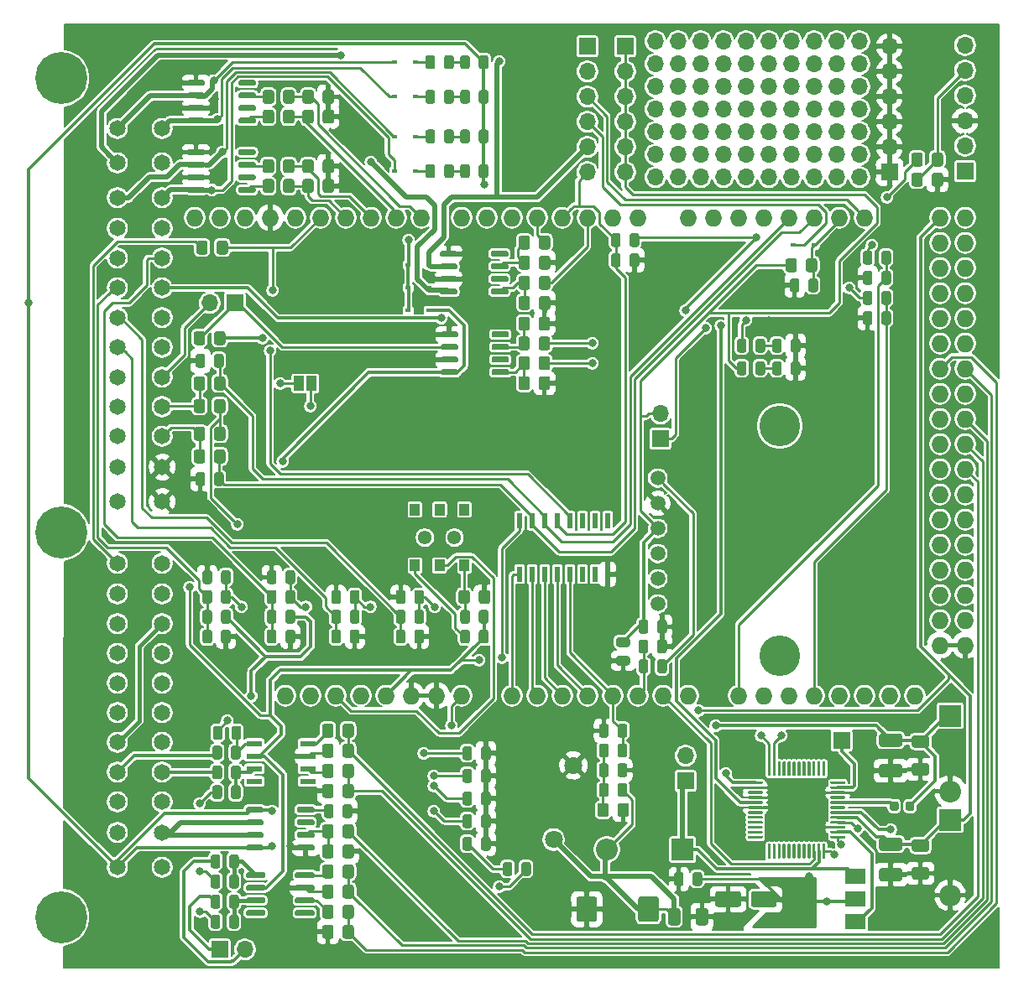
<source format=gtl>
G04 #@! TF.GenerationSoftware,KiCad,Pcbnew,(5.1.9-0-10_14)*
G04 #@! TF.CreationDate,2021-05-13T22:37:09+10:00*
G04 #@! TF.ProjectId,NA6,4e41362e-6b69-4636-9164-5f7063625858,rev?*
G04 #@! TF.SameCoordinates,Original*
G04 #@! TF.FileFunction,Copper,L1,Top*
G04 #@! TF.FilePolarity,Positive*
%FSLAX46Y46*%
G04 Gerber Fmt 4.6, Leading zero omitted, Abs format (unit mm)*
G04 Created by KiCad (PCBNEW (5.1.9-0-10_14)) date 2021-05-13 22:37:09*
%MOMM*%
%LPD*%
G01*
G04 APERTURE LIST*
G04 #@! TA.AperFunction,ComponentPad*
%ADD10O,1.700000X1.700000*%
G04 #@! TD*
G04 #@! TA.AperFunction,ComponentPad*
%ADD11C,5.250000*%
G04 #@! TD*
G04 #@! TA.AperFunction,ComponentPad*
%ADD12C,1.650000*%
G04 #@! TD*
G04 #@! TA.AperFunction,SMDPad,CuDef*
%ADD13R,1.000000X1.150000*%
G04 #@! TD*
G04 #@! TA.AperFunction,ComponentPad*
%ADD14C,1.381000*%
G04 #@! TD*
G04 #@! TA.AperFunction,ComponentPad*
%ADD15R,1.700000X1.700000*%
G04 #@! TD*
G04 #@! TA.AperFunction,ComponentPad*
%ADD16C,1.500000*%
G04 #@! TD*
G04 #@! TA.AperFunction,ComponentPad*
%ADD17C,4.100000*%
G04 #@! TD*
G04 #@! TA.AperFunction,ComponentPad*
%ADD18C,1.800000*%
G04 #@! TD*
G04 #@! TA.AperFunction,ComponentPad*
%ADD19O,2.200000X2.200000*%
G04 #@! TD*
G04 #@! TA.AperFunction,ComponentPad*
%ADD20R,2.200000X2.200000*%
G04 #@! TD*
G04 #@! TA.AperFunction,ComponentPad*
%ADD21C,0.500000*%
G04 #@! TD*
G04 #@! TA.AperFunction,SMDPad,CuDef*
%ADD22R,1.550000X0.600000*%
G04 #@! TD*
G04 #@! TA.AperFunction,SMDPad,CuDef*
%ADD23R,0.600000X1.500000*%
G04 #@! TD*
G04 #@! TA.AperFunction,ComponentPad*
%ADD24O,1.727200X1.727200*%
G04 #@! TD*
G04 #@! TA.AperFunction,SMDPad,CuDef*
%ADD25R,0.600000X0.450000*%
G04 #@! TD*
G04 #@! TA.AperFunction,SMDPad,CuDef*
%ADD26R,1.000000X1.500000*%
G04 #@! TD*
G04 #@! TA.AperFunction,SMDPad,CuDef*
%ADD27R,2.000000X3.800000*%
G04 #@! TD*
G04 #@! TA.AperFunction,SMDPad,CuDef*
%ADD28R,2.000000X1.500000*%
G04 #@! TD*
G04 #@! TA.AperFunction,ViaPad*
%ADD29C,0.800000*%
G04 #@! TD*
G04 #@! TA.AperFunction,Conductor*
%ADD30C,0.250000*%
G04 #@! TD*
G04 #@! TA.AperFunction,Conductor*
%ADD31C,0.350000*%
G04 #@! TD*
G04 #@! TA.AperFunction,Conductor*
%ADD32C,0.300000*%
G04 #@! TD*
G04 #@! TA.AperFunction,Conductor*
%ADD33C,0.500000*%
G04 #@! TD*
G04 #@! TA.AperFunction,Conductor*
%ADD34C,0.400000*%
G04 #@! TD*
G04 #@! TA.AperFunction,Conductor*
%ADD35C,0.210000*%
G04 #@! TD*
G04 #@! TA.AperFunction,Conductor*
%ADD36C,0.100000*%
G04 #@! TD*
G04 #@! TA.AperFunction,Conductor*
%ADD37C,0.254000*%
G04 #@! TD*
G04 APERTURE END LIST*
D10*
X188976000Y-52324000D03*
X195834000Y-52324000D03*
X193548000Y-52324000D03*
X175260000Y-52324000D03*
X179832000Y-52324000D03*
X177546000Y-52324000D03*
X186690000Y-52324000D03*
X182118000Y-52324000D03*
X184404000Y-52324000D03*
X191262000Y-52324000D03*
X188976000Y-50038000D03*
X195834000Y-50038000D03*
X193548000Y-50038000D03*
X175260000Y-50038000D03*
X179832000Y-50038000D03*
X177546000Y-50038000D03*
X186690000Y-50038000D03*
X182118000Y-50038000D03*
X184404000Y-50038000D03*
X191262000Y-50038000D03*
X188976000Y-47752000D03*
X195834000Y-47752000D03*
X193548000Y-47752000D03*
X175260000Y-47752000D03*
X179832000Y-47752000D03*
X177546000Y-47752000D03*
X186690000Y-47752000D03*
X182118000Y-47752000D03*
X184404000Y-47752000D03*
X191262000Y-47752000D03*
X188976000Y-45466000D03*
X195834000Y-45466000D03*
X193548000Y-45466000D03*
X175260000Y-45466000D03*
X179832000Y-45466000D03*
X177546000Y-45466000D03*
X186690000Y-45466000D03*
X182118000Y-45466000D03*
X184404000Y-45466000D03*
X191262000Y-45466000D03*
X188976000Y-43180000D03*
X195834000Y-43180000D03*
X193548000Y-43180000D03*
X175260000Y-43180000D03*
X179832000Y-43180000D03*
X177546000Y-43180000D03*
X186690000Y-43180000D03*
X182118000Y-43180000D03*
X184404000Y-43180000D03*
X191262000Y-43180000D03*
X188976000Y-40894000D03*
X195834000Y-40894000D03*
X193548000Y-40894000D03*
X175260000Y-40894000D03*
X179832000Y-40894000D03*
X177546000Y-40894000D03*
X186690000Y-40894000D03*
X182118000Y-40894000D03*
X184404000Y-40894000D03*
X191262000Y-40894000D03*
X195834000Y-38608000D03*
X193548000Y-38608000D03*
X191262000Y-38608000D03*
X188976000Y-38608000D03*
X186690000Y-38608000D03*
X184404000Y-38608000D03*
X182118000Y-38608000D03*
X179832000Y-38608000D03*
X177546000Y-38608000D03*
X175260000Y-38608000D03*
D11*
X115300000Y-127050000D03*
X115300000Y-88200000D03*
X115300000Y-42350000D03*
D12*
X121000000Y-47400000D03*
X121000000Y-50900000D03*
X121000000Y-54400000D03*
X121000000Y-57500000D03*
X121000000Y-60500000D03*
X121000000Y-63500000D03*
X121000000Y-66500000D03*
X121000000Y-69500000D03*
X121000000Y-72500000D03*
X121000000Y-75500000D03*
X121000000Y-78500000D03*
X121000000Y-81600000D03*
X121000000Y-85100000D03*
X121000000Y-91300000D03*
X121000000Y-94400000D03*
X121000000Y-97400000D03*
X121000000Y-100400000D03*
X121000000Y-103400000D03*
X121000000Y-106400000D03*
X121000000Y-109400000D03*
X121000000Y-112400000D03*
X121000000Y-115400000D03*
X121000000Y-118500000D03*
X121000000Y-122000000D03*
X125500000Y-47400000D03*
X125500000Y-50900000D03*
X125500000Y-54400000D03*
X125500000Y-57500000D03*
X125500000Y-60500000D03*
X125500000Y-63500000D03*
X125500000Y-66500000D03*
X125500000Y-69500000D03*
X125500000Y-72500000D03*
X125500000Y-75500000D03*
X125500000Y-78500000D03*
X125500000Y-81600000D03*
X125500000Y-85100000D03*
X125500000Y-91300000D03*
X125500000Y-94400000D03*
X125500000Y-97400000D03*
X125500000Y-100400000D03*
X125500000Y-103400000D03*
X125500000Y-106400000D03*
X125500000Y-109400000D03*
X125500000Y-112400000D03*
X125500000Y-115400000D03*
X125500000Y-118500000D03*
X125500000Y-122000000D03*
D13*
X156000000Y-91539000D03*
X153500000Y-91539000D03*
X151000000Y-91539000D03*
X156000000Y-85889000D03*
X153500000Y-85889000D03*
X151000000Y-85889000D03*
D14*
X155000000Y-88714000D03*
X152000000Y-88714000D03*
D10*
X206500000Y-39014000D03*
X206500000Y-41554000D03*
X206500000Y-44094000D03*
X206500000Y-46634000D03*
X206500000Y-49174000D03*
D15*
X206500000Y-51714000D03*
X198882000Y-51816000D03*
D10*
X198882000Y-49276000D03*
X198882000Y-46736000D03*
X198882000Y-44196000D03*
X198882000Y-41656000D03*
X198882000Y-39116000D03*
D15*
X172212000Y-39116000D03*
D10*
X172212000Y-41656000D03*
X172212000Y-44196000D03*
X172212000Y-46736000D03*
X172212000Y-49276000D03*
X172212000Y-51816000D03*
D16*
X175500000Y-82714000D03*
X175500000Y-85254000D03*
X175500000Y-87794000D03*
X175500000Y-90334000D03*
X175500000Y-92874000D03*
X175500000Y-95414000D03*
D17*
X187820000Y-100614000D03*
X187820000Y-77464000D03*
D18*
X167000000Y-111714000D03*
X165000000Y-119214000D03*
G04 #@! TA.AperFunction,SMDPad,CuDef*
G36*
G01*
X176425000Y-97257750D02*
X176425000Y-98170250D01*
G75*
G02*
X176181250Y-98414000I-243750J0D01*
G01*
X175693750Y-98414000D01*
G75*
G02*
X175450000Y-98170250I0J243750D01*
G01*
X175450000Y-97257750D01*
G75*
G02*
X175693750Y-97014000I243750J0D01*
G01*
X176181250Y-97014000D01*
G75*
G02*
X176425000Y-97257750I0J-243750D01*
G01*
G37*
G04 #@! TD.AperFunction*
G04 #@! TA.AperFunction,SMDPad,CuDef*
G36*
G01*
X174550000Y-97257750D02*
X174550000Y-98170250D01*
G75*
G02*
X174306250Y-98414000I-243750J0D01*
G01*
X173818750Y-98414000D01*
G75*
G02*
X173575000Y-98170250I0J243750D01*
G01*
X173575000Y-97257750D01*
G75*
G02*
X173818750Y-97014000I243750J0D01*
G01*
X174306250Y-97014000D01*
G75*
G02*
X174550000Y-97257750I0J-243750D01*
G01*
G37*
G04 #@! TD.AperFunction*
G04 #@! TA.AperFunction,SMDPad,CuDef*
G36*
G01*
X172456250Y-99764000D02*
X171543750Y-99764000D01*
G75*
G02*
X171300000Y-99520250I0J243750D01*
G01*
X171300000Y-99032750D01*
G75*
G02*
X171543750Y-98789000I243750J0D01*
G01*
X172456250Y-98789000D01*
G75*
G02*
X172700000Y-99032750I0J-243750D01*
G01*
X172700000Y-99520250D01*
G75*
G02*
X172456250Y-99764000I-243750J0D01*
G01*
G37*
G04 #@! TD.AperFunction*
G04 #@! TA.AperFunction,SMDPad,CuDef*
G36*
G01*
X172456250Y-101639000D02*
X171543750Y-101639000D01*
G75*
G02*
X171300000Y-101395250I0J243750D01*
G01*
X171300000Y-100907750D01*
G75*
G02*
X171543750Y-100664000I243750J0D01*
G01*
X172456250Y-100664000D01*
G75*
G02*
X172700000Y-100907750I0J-243750D01*
G01*
X172700000Y-101395250D01*
G75*
G02*
X172456250Y-101639000I-243750J0D01*
G01*
G37*
G04 #@! TD.AperFunction*
G04 #@! TA.AperFunction,SMDPad,CuDef*
G36*
G01*
X150950000Y-99170250D02*
X150950000Y-98257750D01*
G75*
G02*
X151193750Y-98014000I243750J0D01*
G01*
X151681250Y-98014000D01*
G75*
G02*
X151925000Y-98257750I0J-243750D01*
G01*
X151925000Y-99170250D01*
G75*
G02*
X151681250Y-99414000I-243750J0D01*
G01*
X151193750Y-99414000D01*
G75*
G02*
X150950000Y-99170250I0J243750D01*
G01*
G37*
G04 #@! TD.AperFunction*
G04 #@! TA.AperFunction,SMDPad,CuDef*
G36*
G01*
X149075000Y-99170250D02*
X149075000Y-98257750D01*
G75*
G02*
X149318750Y-98014000I243750J0D01*
G01*
X149806250Y-98014000D01*
G75*
G02*
X150050000Y-98257750I0J-243750D01*
G01*
X150050000Y-99170250D01*
G75*
G02*
X149806250Y-99414000I-243750J0D01*
G01*
X149318750Y-99414000D01*
G75*
G02*
X149075000Y-99170250I0J243750D01*
G01*
G37*
G04 #@! TD.AperFunction*
G04 #@! TA.AperFunction,SMDPad,CuDef*
G36*
G01*
X169575000Y-112670250D02*
X169575000Y-111757750D01*
G75*
G02*
X169818750Y-111514000I243750J0D01*
G01*
X170306250Y-111514000D01*
G75*
G02*
X170550000Y-111757750I0J-243750D01*
G01*
X170550000Y-112670250D01*
G75*
G02*
X170306250Y-112914000I-243750J0D01*
G01*
X169818750Y-112914000D01*
G75*
G02*
X169575000Y-112670250I0J243750D01*
G01*
G37*
G04 #@! TD.AperFunction*
G04 #@! TA.AperFunction,SMDPad,CuDef*
G36*
G01*
X171450000Y-112670250D02*
X171450000Y-111757750D01*
G75*
G02*
X171693750Y-111514000I243750J0D01*
G01*
X172181250Y-111514000D01*
G75*
G02*
X172425000Y-111757750I0J-243750D01*
G01*
X172425000Y-112670250D01*
G75*
G02*
X172181250Y-112914000I-243750J0D01*
G01*
X171693750Y-112914000D01*
G75*
G02*
X171450000Y-112670250I0J243750D01*
G01*
G37*
G04 #@! TD.AperFunction*
G04 #@! TA.AperFunction,SMDPad,CuDef*
G36*
G01*
X170787000Y-61162250D02*
X170787000Y-60249750D01*
G75*
G02*
X171030750Y-60006000I243750J0D01*
G01*
X171518250Y-60006000D01*
G75*
G02*
X171762000Y-60249750I0J-243750D01*
G01*
X171762000Y-61162250D01*
G75*
G02*
X171518250Y-61406000I-243750J0D01*
G01*
X171030750Y-61406000D01*
G75*
G02*
X170787000Y-61162250I0J243750D01*
G01*
G37*
G04 #@! TD.AperFunction*
G04 #@! TA.AperFunction,SMDPad,CuDef*
G36*
G01*
X172662000Y-61162250D02*
X172662000Y-60249750D01*
G75*
G02*
X172905750Y-60006000I243750J0D01*
G01*
X173393250Y-60006000D01*
G75*
G02*
X173637000Y-60249750I0J-243750D01*
G01*
X173637000Y-61162250D01*
G75*
G02*
X173393250Y-61406000I-243750J0D01*
G01*
X172905750Y-61406000D01*
G75*
G02*
X172662000Y-61162250I0J243750D01*
G01*
G37*
G04 #@! TD.AperFunction*
G04 #@! TA.AperFunction,SMDPad,CuDef*
G36*
G01*
X151925000Y-94257750D02*
X151925000Y-95170250D01*
G75*
G02*
X151681250Y-95414000I-243750J0D01*
G01*
X151193750Y-95414000D01*
G75*
G02*
X150950000Y-95170250I0J243750D01*
G01*
X150950000Y-94257750D01*
G75*
G02*
X151193750Y-94014000I243750J0D01*
G01*
X151681250Y-94014000D01*
G75*
G02*
X151925000Y-94257750I0J-243750D01*
G01*
G37*
G04 #@! TD.AperFunction*
G04 #@! TA.AperFunction,SMDPad,CuDef*
G36*
G01*
X150050000Y-94257750D02*
X150050000Y-95170250D01*
G75*
G02*
X149806250Y-95414000I-243750J0D01*
G01*
X149318750Y-95414000D01*
G75*
G02*
X149075000Y-95170250I0J243750D01*
G01*
X149075000Y-94257750D01*
G75*
G02*
X149318750Y-94014000I243750J0D01*
G01*
X149806250Y-94014000D01*
G75*
G02*
X150050000Y-94257750I0J-243750D01*
G01*
G37*
G04 #@! TD.AperFunction*
G04 #@! TA.AperFunction,SMDPad,CuDef*
G36*
G01*
X172425000Y-107757750D02*
X172425000Y-108670250D01*
G75*
G02*
X172181250Y-108914000I-243750J0D01*
G01*
X171693750Y-108914000D01*
G75*
G02*
X171450000Y-108670250I0J243750D01*
G01*
X171450000Y-107757750D01*
G75*
G02*
X171693750Y-107514000I243750J0D01*
G01*
X172181250Y-107514000D01*
G75*
G02*
X172425000Y-107757750I0J-243750D01*
G01*
G37*
G04 #@! TD.AperFunction*
G04 #@! TA.AperFunction,SMDPad,CuDef*
G36*
G01*
X170550000Y-107757750D02*
X170550000Y-108670250D01*
G75*
G02*
X170306250Y-108914000I-243750J0D01*
G01*
X169818750Y-108914000D01*
G75*
G02*
X169575000Y-108670250I0J243750D01*
G01*
X169575000Y-107757750D01*
G75*
G02*
X169818750Y-107514000I243750J0D01*
G01*
X170306250Y-107514000D01*
G75*
G02*
X170550000Y-107757750I0J-243750D01*
G01*
G37*
G04 #@! TD.AperFunction*
G04 #@! TA.AperFunction,SMDPad,CuDef*
G36*
G01*
X174550000Y-99257750D02*
X174550000Y-100170250D01*
G75*
G02*
X174306250Y-100414000I-243750J0D01*
G01*
X173818750Y-100414000D01*
G75*
G02*
X173575000Y-100170250I0J243750D01*
G01*
X173575000Y-99257750D01*
G75*
G02*
X173818750Y-99014000I243750J0D01*
G01*
X174306250Y-99014000D01*
G75*
G02*
X174550000Y-99257750I0J-243750D01*
G01*
G37*
G04 #@! TD.AperFunction*
G04 #@! TA.AperFunction,SMDPad,CuDef*
G36*
G01*
X176425000Y-99257750D02*
X176425000Y-100170250D01*
G75*
G02*
X176181250Y-100414000I-243750J0D01*
G01*
X175693750Y-100414000D01*
G75*
G02*
X175450000Y-100170250I0J243750D01*
G01*
X175450000Y-99257750D01*
G75*
G02*
X175693750Y-99014000I243750J0D01*
G01*
X176181250Y-99014000D01*
G75*
G02*
X176425000Y-99257750I0J-243750D01*
G01*
G37*
G04 #@! TD.AperFunction*
G04 #@! TA.AperFunction,SMDPad,CuDef*
G36*
G01*
X144450000Y-99170250D02*
X144450000Y-98257750D01*
G75*
G02*
X144693750Y-98014000I243750J0D01*
G01*
X145181250Y-98014000D01*
G75*
G02*
X145425000Y-98257750I0J-243750D01*
G01*
X145425000Y-99170250D01*
G75*
G02*
X145181250Y-99414000I-243750J0D01*
G01*
X144693750Y-99414000D01*
G75*
G02*
X144450000Y-99170250I0J243750D01*
G01*
G37*
G04 #@! TD.AperFunction*
G04 #@! TA.AperFunction,SMDPad,CuDef*
G36*
G01*
X142575000Y-99170250D02*
X142575000Y-98257750D01*
G75*
G02*
X142818750Y-98014000I243750J0D01*
G01*
X143306250Y-98014000D01*
G75*
G02*
X143550000Y-98257750I0J-243750D01*
G01*
X143550000Y-99170250D01*
G75*
G02*
X143306250Y-99414000I-243750J0D01*
G01*
X142818750Y-99414000D01*
G75*
G02*
X142575000Y-99170250I0J243750D01*
G01*
G37*
G04 #@! TD.AperFunction*
G04 #@! TA.AperFunction,SMDPad,CuDef*
G36*
G01*
X131450000Y-99170250D02*
X131450000Y-98257750D01*
G75*
G02*
X131693750Y-98014000I243750J0D01*
G01*
X132181250Y-98014000D01*
G75*
G02*
X132425000Y-98257750I0J-243750D01*
G01*
X132425000Y-99170250D01*
G75*
G02*
X132181250Y-99414000I-243750J0D01*
G01*
X131693750Y-99414000D01*
G75*
G02*
X131450000Y-99170250I0J243750D01*
G01*
G37*
G04 #@! TD.AperFunction*
G04 #@! TA.AperFunction,SMDPad,CuDef*
G36*
G01*
X129575000Y-99170250D02*
X129575000Y-98257750D01*
G75*
G02*
X129818750Y-98014000I243750J0D01*
G01*
X130306250Y-98014000D01*
G75*
G02*
X130550000Y-98257750I0J-243750D01*
G01*
X130550000Y-99170250D01*
G75*
G02*
X130306250Y-99414000I-243750J0D01*
G01*
X129818750Y-99414000D01*
G75*
G02*
X129575000Y-99170250I0J243750D01*
G01*
G37*
G04 #@! TD.AperFunction*
G04 #@! TA.AperFunction,SMDPad,CuDef*
G36*
G01*
X137950000Y-99170250D02*
X137950000Y-98257750D01*
G75*
G02*
X138193750Y-98014000I243750J0D01*
G01*
X138681250Y-98014000D01*
G75*
G02*
X138925000Y-98257750I0J-243750D01*
G01*
X138925000Y-99170250D01*
G75*
G02*
X138681250Y-99414000I-243750J0D01*
G01*
X138193750Y-99414000D01*
G75*
G02*
X137950000Y-99170250I0J243750D01*
G01*
G37*
G04 #@! TD.AperFunction*
G04 #@! TA.AperFunction,SMDPad,CuDef*
G36*
G01*
X136075000Y-99170250D02*
X136075000Y-98257750D01*
G75*
G02*
X136318750Y-98014000I243750J0D01*
G01*
X136806250Y-98014000D01*
G75*
G02*
X137050000Y-98257750I0J-243750D01*
G01*
X137050000Y-99170250D01*
G75*
G02*
X136806250Y-99414000I-243750J0D01*
G01*
X136318750Y-99414000D01*
G75*
G02*
X136075000Y-99170250I0J243750D01*
G01*
G37*
G04 #@! TD.AperFunction*
G04 #@! TA.AperFunction,SMDPad,CuDef*
G36*
G01*
X145425000Y-94257750D02*
X145425000Y-95170250D01*
G75*
G02*
X145181250Y-95414000I-243750J0D01*
G01*
X144693750Y-95414000D01*
G75*
G02*
X144450000Y-95170250I0J243750D01*
G01*
X144450000Y-94257750D01*
G75*
G02*
X144693750Y-94014000I243750J0D01*
G01*
X145181250Y-94014000D01*
G75*
G02*
X145425000Y-94257750I0J-243750D01*
G01*
G37*
G04 #@! TD.AperFunction*
G04 #@! TA.AperFunction,SMDPad,CuDef*
G36*
G01*
X143550000Y-94257750D02*
X143550000Y-95170250D01*
G75*
G02*
X143306250Y-95414000I-243750J0D01*
G01*
X142818750Y-95414000D01*
G75*
G02*
X142575000Y-95170250I0J243750D01*
G01*
X142575000Y-94257750D01*
G75*
G02*
X142818750Y-94014000I243750J0D01*
G01*
X143306250Y-94014000D01*
G75*
G02*
X143550000Y-94257750I0J-243750D01*
G01*
G37*
G04 #@! TD.AperFunction*
G04 #@! TA.AperFunction,SMDPad,CuDef*
G36*
G01*
X132425000Y-92257750D02*
X132425000Y-93170250D01*
G75*
G02*
X132181250Y-93414000I-243750J0D01*
G01*
X131693750Y-93414000D01*
G75*
G02*
X131450000Y-93170250I0J243750D01*
G01*
X131450000Y-92257750D01*
G75*
G02*
X131693750Y-92014000I243750J0D01*
G01*
X132181250Y-92014000D01*
G75*
G02*
X132425000Y-92257750I0J-243750D01*
G01*
G37*
G04 #@! TD.AperFunction*
G04 #@! TA.AperFunction,SMDPad,CuDef*
G36*
G01*
X130550000Y-92257750D02*
X130550000Y-93170250D01*
G75*
G02*
X130306250Y-93414000I-243750J0D01*
G01*
X129818750Y-93414000D01*
G75*
G02*
X129575000Y-93170250I0J243750D01*
G01*
X129575000Y-92257750D01*
G75*
G02*
X129818750Y-92014000I243750J0D01*
G01*
X130306250Y-92014000D01*
G75*
G02*
X130550000Y-92257750I0J-243750D01*
G01*
G37*
G04 #@! TD.AperFunction*
G04 #@! TA.AperFunction,SMDPad,CuDef*
G36*
G01*
X138925000Y-92257750D02*
X138925000Y-93170250D01*
G75*
G02*
X138681250Y-93414000I-243750J0D01*
G01*
X138193750Y-93414000D01*
G75*
G02*
X137950000Y-93170250I0J243750D01*
G01*
X137950000Y-92257750D01*
G75*
G02*
X138193750Y-92014000I243750J0D01*
G01*
X138681250Y-92014000D01*
G75*
G02*
X138925000Y-92257750I0J-243750D01*
G01*
G37*
G04 #@! TD.AperFunction*
G04 #@! TA.AperFunction,SMDPad,CuDef*
G36*
G01*
X137050000Y-92257750D02*
X137050000Y-93170250D01*
G75*
G02*
X136806250Y-93414000I-243750J0D01*
G01*
X136318750Y-93414000D01*
G75*
G02*
X136075000Y-93170250I0J243750D01*
G01*
X136075000Y-92257750D01*
G75*
G02*
X136318750Y-92014000I243750J0D01*
G01*
X136806250Y-92014000D01*
G75*
G02*
X137050000Y-92257750I0J-243750D01*
G01*
G37*
G04 #@! TD.AperFunction*
G04 #@! TA.AperFunction,SMDPad,CuDef*
G36*
G01*
X130752000Y-71322250D02*
X130752000Y-70409750D01*
G75*
G02*
X130995750Y-70166000I243750J0D01*
G01*
X131483250Y-70166000D01*
G75*
G02*
X131727000Y-70409750I0J-243750D01*
G01*
X131727000Y-71322250D01*
G75*
G02*
X131483250Y-71566000I-243750J0D01*
G01*
X130995750Y-71566000D01*
G75*
G02*
X130752000Y-71322250I0J243750D01*
G01*
G37*
G04 #@! TD.AperFunction*
G04 #@! TA.AperFunction,SMDPad,CuDef*
G36*
G01*
X128877000Y-71322250D02*
X128877000Y-70409750D01*
G75*
G02*
X129120750Y-70166000I243750J0D01*
G01*
X129608250Y-70166000D01*
G75*
G02*
X129852000Y-70409750I0J-243750D01*
G01*
X129852000Y-71322250D01*
G75*
G02*
X129608250Y-71566000I-243750J0D01*
G01*
X129120750Y-71566000D01*
G75*
G02*
X128877000Y-71322250I0J243750D01*
G01*
G37*
G04 #@! TD.AperFunction*
G04 #@! TA.AperFunction,SMDPad,CuDef*
G36*
G01*
X176537000Y-127625000D02*
X176537000Y-126375000D01*
G75*
G02*
X176787000Y-126125000I250000J0D01*
G01*
X177537000Y-126125000D01*
G75*
G02*
X177787000Y-126375000I0J-250000D01*
G01*
X177787000Y-127625000D01*
G75*
G02*
X177537000Y-127875000I-250000J0D01*
G01*
X176787000Y-127875000D01*
G75*
G02*
X176537000Y-127625000I0J250000D01*
G01*
G37*
G04 #@! TD.AperFunction*
G04 #@! TA.AperFunction,SMDPad,CuDef*
G36*
G01*
X179337000Y-127625000D02*
X179337000Y-126375000D01*
G75*
G02*
X179587000Y-126125000I250000J0D01*
G01*
X180337000Y-126125000D01*
G75*
G02*
X180587000Y-126375000I0J-250000D01*
G01*
X180587000Y-127625000D01*
G75*
G02*
X180337000Y-127875000I-250000J0D01*
G01*
X179587000Y-127875000D01*
G75*
G02*
X179337000Y-127625000I0J250000D01*
G01*
G37*
G04 #@! TD.AperFunction*
G04 #@! TA.AperFunction,SMDPad,CuDef*
G36*
G01*
X156776000Y-110033750D02*
X156776000Y-110946250D01*
G75*
G02*
X156532250Y-111190000I-243750J0D01*
G01*
X156044750Y-111190000D01*
G75*
G02*
X155801000Y-110946250I0J243750D01*
G01*
X155801000Y-110033750D01*
G75*
G02*
X156044750Y-109790000I243750J0D01*
G01*
X156532250Y-109790000D01*
G75*
G02*
X156776000Y-110033750I0J-243750D01*
G01*
G37*
G04 #@! TD.AperFunction*
G04 #@! TA.AperFunction,SMDPad,CuDef*
G36*
G01*
X158651000Y-110033750D02*
X158651000Y-110946250D01*
G75*
G02*
X158407250Y-111190000I-243750J0D01*
G01*
X157919750Y-111190000D01*
G75*
G02*
X157676000Y-110946250I0J243750D01*
G01*
X157676000Y-110033750D01*
G75*
G02*
X157919750Y-109790000I243750J0D01*
G01*
X158407250Y-109790000D01*
G75*
G02*
X158651000Y-110033750I0J-243750D01*
G01*
G37*
G04 #@! TD.AperFunction*
G04 #@! TA.AperFunction,SMDPad,CuDef*
G36*
G01*
X158651000Y-112319750D02*
X158651000Y-113232250D01*
G75*
G02*
X158407250Y-113476000I-243750J0D01*
G01*
X157919750Y-113476000D01*
G75*
G02*
X157676000Y-113232250I0J243750D01*
G01*
X157676000Y-112319750D01*
G75*
G02*
X157919750Y-112076000I243750J0D01*
G01*
X158407250Y-112076000D01*
G75*
G02*
X158651000Y-112319750I0J-243750D01*
G01*
G37*
G04 #@! TD.AperFunction*
G04 #@! TA.AperFunction,SMDPad,CuDef*
G36*
G01*
X156776000Y-112319750D02*
X156776000Y-113232250D01*
G75*
G02*
X156532250Y-113476000I-243750J0D01*
G01*
X156044750Y-113476000D01*
G75*
G02*
X155801000Y-113232250I0J243750D01*
G01*
X155801000Y-112319750D01*
G75*
G02*
X156044750Y-112076000I243750J0D01*
G01*
X156532250Y-112076000D01*
G75*
G02*
X156776000Y-112319750I0J-243750D01*
G01*
G37*
G04 #@! TD.AperFunction*
G04 #@! TA.AperFunction,SMDPad,CuDef*
G36*
G01*
X153950000Y-52170250D02*
X153950000Y-51257750D01*
G75*
G02*
X154193750Y-51014000I243750J0D01*
G01*
X154681250Y-51014000D01*
G75*
G02*
X154925000Y-51257750I0J-243750D01*
G01*
X154925000Y-52170250D01*
G75*
G02*
X154681250Y-52414000I-243750J0D01*
G01*
X154193750Y-52414000D01*
G75*
G02*
X153950000Y-52170250I0J243750D01*
G01*
G37*
G04 #@! TD.AperFunction*
G04 #@! TA.AperFunction,SMDPad,CuDef*
G36*
G01*
X152075000Y-52170250D02*
X152075000Y-51257750D01*
G75*
G02*
X152318750Y-51014000I243750J0D01*
G01*
X152806250Y-51014000D01*
G75*
G02*
X153050000Y-51257750I0J-243750D01*
G01*
X153050000Y-52170250D01*
G75*
G02*
X152806250Y-52414000I-243750J0D01*
G01*
X152318750Y-52414000D01*
G75*
G02*
X152075000Y-52170250I0J243750D01*
G01*
G37*
G04 #@! TD.AperFunction*
G04 #@! TA.AperFunction,SMDPad,CuDef*
G36*
G01*
X152075000Y-48670250D02*
X152075000Y-47757750D01*
G75*
G02*
X152318750Y-47514000I243750J0D01*
G01*
X152806250Y-47514000D01*
G75*
G02*
X153050000Y-47757750I0J-243750D01*
G01*
X153050000Y-48670250D01*
G75*
G02*
X152806250Y-48914000I-243750J0D01*
G01*
X152318750Y-48914000D01*
G75*
G02*
X152075000Y-48670250I0J243750D01*
G01*
G37*
G04 #@! TD.AperFunction*
G04 #@! TA.AperFunction,SMDPad,CuDef*
G36*
G01*
X153950000Y-48670250D02*
X153950000Y-47757750D01*
G75*
G02*
X154193750Y-47514000I243750J0D01*
G01*
X154681250Y-47514000D01*
G75*
G02*
X154925000Y-47757750I0J-243750D01*
G01*
X154925000Y-48670250D01*
G75*
G02*
X154681250Y-48914000I-243750J0D01*
G01*
X154193750Y-48914000D01*
G75*
G02*
X153950000Y-48670250I0J243750D01*
G01*
G37*
G04 #@! TD.AperFunction*
G04 #@! TA.AperFunction,SMDPad,CuDef*
G36*
G01*
X153950000Y-44670250D02*
X153950000Y-43757750D01*
G75*
G02*
X154193750Y-43514000I243750J0D01*
G01*
X154681250Y-43514000D01*
G75*
G02*
X154925000Y-43757750I0J-243750D01*
G01*
X154925000Y-44670250D01*
G75*
G02*
X154681250Y-44914000I-243750J0D01*
G01*
X154193750Y-44914000D01*
G75*
G02*
X153950000Y-44670250I0J243750D01*
G01*
G37*
G04 #@! TD.AperFunction*
G04 #@! TA.AperFunction,SMDPad,CuDef*
G36*
G01*
X152075000Y-44670250D02*
X152075000Y-43757750D01*
G75*
G02*
X152318750Y-43514000I243750J0D01*
G01*
X152806250Y-43514000D01*
G75*
G02*
X153050000Y-43757750I0J-243750D01*
G01*
X153050000Y-44670250D01*
G75*
G02*
X152806250Y-44914000I-243750J0D01*
G01*
X152318750Y-44914000D01*
G75*
G02*
X152075000Y-44670250I0J243750D01*
G01*
G37*
G04 #@! TD.AperFunction*
G04 #@! TA.AperFunction,SMDPad,CuDef*
G36*
G01*
X152075000Y-41170250D02*
X152075000Y-40257750D01*
G75*
G02*
X152318750Y-40014000I243750J0D01*
G01*
X152806250Y-40014000D01*
G75*
G02*
X153050000Y-40257750I0J-243750D01*
G01*
X153050000Y-41170250D01*
G75*
G02*
X152806250Y-41414000I-243750J0D01*
G01*
X152318750Y-41414000D01*
G75*
G02*
X152075000Y-41170250I0J243750D01*
G01*
G37*
G04 #@! TD.AperFunction*
G04 #@! TA.AperFunction,SMDPad,CuDef*
G36*
G01*
X153950000Y-41170250D02*
X153950000Y-40257750D01*
G75*
G02*
X154193750Y-40014000I243750J0D01*
G01*
X154681250Y-40014000D01*
G75*
G02*
X154925000Y-40257750I0J-243750D01*
G01*
X154925000Y-41170250D01*
G75*
G02*
X154681250Y-41414000I-243750J0D01*
G01*
X154193750Y-41414000D01*
G75*
G02*
X153950000Y-41170250I0J243750D01*
G01*
G37*
G04 #@! TD.AperFunction*
D19*
X170380000Y-120214000D03*
D20*
X178000000Y-120214000D03*
X205000000Y-117214000D03*
D19*
X205000000Y-124834000D03*
D20*
X205000000Y-106714000D03*
D19*
X205000000Y-114334000D03*
G04 #@! TA.AperFunction,SMDPad,CuDef*
G36*
G01*
X155575000Y-52170250D02*
X155575000Y-51257750D01*
G75*
G02*
X155818750Y-51014000I243750J0D01*
G01*
X156306250Y-51014000D01*
G75*
G02*
X156550000Y-51257750I0J-243750D01*
G01*
X156550000Y-52170250D01*
G75*
G02*
X156306250Y-52414000I-243750J0D01*
G01*
X155818750Y-52414000D01*
G75*
G02*
X155575000Y-52170250I0J243750D01*
G01*
G37*
G04 #@! TD.AperFunction*
G04 #@! TA.AperFunction,SMDPad,CuDef*
G36*
G01*
X157450000Y-52170250D02*
X157450000Y-51257750D01*
G75*
G02*
X157693750Y-51014000I243750J0D01*
G01*
X158181250Y-51014000D01*
G75*
G02*
X158425000Y-51257750I0J-243750D01*
G01*
X158425000Y-52170250D01*
G75*
G02*
X158181250Y-52414000I-243750J0D01*
G01*
X157693750Y-52414000D01*
G75*
G02*
X157450000Y-52170250I0J243750D01*
G01*
G37*
G04 #@! TD.AperFunction*
G04 #@! TA.AperFunction,SMDPad,CuDef*
G36*
G01*
X157450000Y-48670250D02*
X157450000Y-47757750D01*
G75*
G02*
X157693750Y-47514000I243750J0D01*
G01*
X158181250Y-47514000D01*
G75*
G02*
X158425000Y-47757750I0J-243750D01*
G01*
X158425000Y-48670250D01*
G75*
G02*
X158181250Y-48914000I-243750J0D01*
G01*
X157693750Y-48914000D01*
G75*
G02*
X157450000Y-48670250I0J243750D01*
G01*
G37*
G04 #@! TD.AperFunction*
G04 #@! TA.AperFunction,SMDPad,CuDef*
G36*
G01*
X155575000Y-48670250D02*
X155575000Y-47757750D01*
G75*
G02*
X155818750Y-47514000I243750J0D01*
G01*
X156306250Y-47514000D01*
G75*
G02*
X156550000Y-47757750I0J-243750D01*
G01*
X156550000Y-48670250D01*
G75*
G02*
X156306250Y-48914000I-243750J0D01*
G01*
X155818750Y-48914000D01*
G75*
G02*
X155575000Y-48670250I0J243750D01*
G01*
G37*
G04 #@! TD.AperFunction*
G04 #@! TA.AperFunction,SMDPad,CuDef*
G36*
G01*
X131550000Y-113971750D02*
X131550000Y-114884250D01*
G75*
G02*
X131306250Y-115128000I-243750J0D01*
G01*
X130818750Y-115128000D01*
G75*
G02*
X130575000Y-114884250I0J243750D01*
G01*
X130575000Y-113971750D01*
G75*
G02*
X130818750Y-113728000I243750J0D01*
G01*
X131306250Y-113728000D01*
G75*
G02*
X131550000Y-113971750I0J-243750D01*
G01*
G37*
G04 #@! TD.AperFunction*
G04 #@! TA.AperFunction,SMDPad,CuDef*
G36*
G01*
X133425000Y-113971750D02*
X133425000Y-114884250D01*
G75*
G02*
X133181250Y-115128000I-243750J0D01*
G01*
X132693750Y-115128000D01*
G75*
G02*
X132450000Y-114884250I0J243750D01*
G01*
X132450000Y-113971750D01*
G75*
G02*
X132693750Y-113728000I243750J0D01*
G01*
X133181250Y-113728000D01*
G75*
G02*
X133425000Y-113971750I0J-243750D01*
G01*
G37*
G04 #@! TD.AperFunction*
G04 #@! TA.AperFunction,SMDPad,CuDef*
G36*
G01*
X133487500Y-107971750D02*
X133487500Y-108884250D01*
G75*
G02*
X133243750Y-109128000I-243750J0D01*
G01*
X132756250Y-109128000D01*
G75*
G02*
X132512500Y-108884250I0J243750D01*
G01*
X132512500Y-107971750D01*
G75*
G02*
X132756250Y-107728000I243750J0D01*
G01*
X133243750Y-107728000D01*
G75*
G02*
X133487500Y-107971750I0J-243750D01*
G01*
G37*
G04 #@! TD.AperFunction*
G04 #@! TA.AperFunction,SMDPad,CuDef*
G36*
G01*
X131612500Y-107971750D02*
X131612500Y-108884250D01*
G75*
G02*
X131368750Y-109128000I-243750J0D01*
G01*
X130881250Y-109128000D01*
G75*
G02*
X130637500Y-108884250I0J243750D01*
G01*
X130637500Y-107971750D01*
G75*
G02*
X130881250Y-107728000I243750J0D01*
G01*
X131368750Y-107728000D01*
G75*
G02*
X131612500Y-107971750I0J-243750D01*
G01*
G37*
G04 #@! TD.AperFunction*
G04 #@! TA.AperFunction,SMDPad,CuDef*
G36*
G01*
X130575000Y-112884250D02*
X130575000Y-111971750D01*
G75*
G02*
X130818750Y-111728000I243750J0D01*
G01*
X131306250Y-111728000D01*
G75*
G02*
X131550000Y-111971750I0J-243750D01*
G01*
X131550000Y-112884250D01*
G75*
G02*
X131306250Y-113128000I-243750J0D01*
G01*
X130818750Y-113128000D01*
G75*
G02*
X130575000Y-112884250I0J243750D01*
G01*
G37*
G04 #@! TD.AperFunction*
G04 #@! TA.AperFunction,SMDPad,CuDef*
G36*
G01*
X132450000Y-112884250D02*
X132450000Y-111971750D01*
G75*
G02*
X132693750Y-111728000I243750J0D01*
G01*
X133181250Y-111728000D01*
G75*
G02*
X133425000Y-111971750I0J-243750D01*
G01*
X133425000Y-112884250D01*
G75*
G02*
X133181250Y-113128000I-243750J0D01*
G01*
X132693750Y-113128000D01*
G75*
G02*
X132450000Y-112884250I0J243750D01*
G01*
G37*
G04 #@! TD.AperFunction*
G04 #@! TA.AperFunction,SMDPad,CuDef*
G36*
G01*
X132450000Y-110884250D02*
X132450000Y-109971750D01*
G75*
G02*
X132693750Y-109728000I243750J0D01*
G01*
X133181250Y-109728000D01*
G75*
G02*
X133425000Y-109971750I0J-243750D01*
G01*
X133425000Y-110884250D01*
G75*
G02*
X133181250Y-111128000I-243750J0D01*
G01*
X132693750Y-111128000D01*
G75*
G02*
X132450000Y-110884250I0J243750D01*
G01*
G37*
G04 #@! TD.AperFunction*
G04 #@! TA.AperFunction,SMDPad,CuDef*
G36*
G01*
X130575000Y-110884250D02*
X130575000Y-109971750D01*
G75*
G02*
X130818750Y-109728000I243750J0D01*
G01*
X131306250Y-109728000D01*
G75*
G02*
X131550000Y-109971750I0J-243750D01*
G01*
X131550000Y-110884250D01*
G75*
G02*
X131306250Y-111128000I-243750J0D01*
G01*
X130818750Y-111128000D01*
G75*
G02*
X130575000Y-110884250I0J243750D01*
G01*
G37*
G04 #@! TD.AperFunction*
G04 #@! TA.AperFunction,SMDPad,CuDef*
G36*
G01*
X155575000Y-44670250D02*
X155575000Y-43757750D01*
G75*
G02*
X155818750Y-43514000I243750J0D01*
G01*
X156306250Y-43514000D01*
G75*
G02*
X156550000Y-43757750I0J-243750D01*
G01*
X156550000Y-44670250D01*
G75*
G02*
X156306250Y-44914000I-243750J0D01*
G01*
X155818750Y-44914000D01*
G75*
G02*
X155575000Y-44670250I0J243750D01*
G01*
G37*
G04 #@! TD.AperFunction*
G04 #@! TA.AperFunction,SMDPad,CuDef*
G36*
G01*
X157450000Y-44670250D02*
X157450000Y-43757750D01*
G75*
G02*
X157693750Y-43514000I243750J0D01*
G01*
X158181250Y-43514000D01*
G75*
G02*
X158425000Y-43757750I0J-243750D01*
G01*
X158425000Y-44670250D01*
G75*
G02*
X158181250Y-44914000I-243750J0D01*
G01*
X157693750Y-44914000D01*
G75*
G02*
X157450000Y-44670250I0J243750D01*
G01*
G37*
G04 #@! TD.AperFunction*
G04 #@! TA.AperFunction,SMDPad,CuDef*
G36*
G01*
X157450000Y-41170250D02*
X157450000Y-40257750D01*
G75*
G02*
X157693750Y-40014000I243750J0D01*
G01*
X158181250Y-40014000D01*
G75*
G02*
X158425000Y-40257750I0J-243750D01*
G01*
X158425000Y-41170250D01*
G75*
G02*
X158181250Y-41414000I-243750J0D01*
G01*
X157693750Y-41414000D01*
G75*
G02*
X157450000Y-41170250I0J243750D01*
G01*
G37*
G04 #@! TD.AperFunction*
G04 #@! TA.AperFunction,SMDPad,CuDef*
G36*
G01*
X155575000Y-41170250D02*
X155575000Y-40257750D01*
G75*
G02*
X155818750Y-40014000I243750J0D01*
G01*
X156306250Y-40014000D01*
G75*
G02*
X156550000Y-40257750I0J-243750D01*
G01*
X156550000Y-41170250D01*
G75*
G02*
X156306250Y-41414000I-243750J0D01*
G01*
X155818750Y-41414000D01*
G75*
G02*
X155575000Y-41170250I0J243750D01*
G01*
G37*
G04 #@! TD.AperFunction*
G04 #@! TA.AperFunction,SMDPad,CuDef*
G36*
G01*
X169575000Y-114670250D02*
X169575000Y-113757750D01*
G75*
G02*
X169818750Y-113514000I243750J0D01*
G01*
X170306250Y-113514000D01*
G75*
G02*
X170550000Y-113757750I0J-243750D01*
G01*
X170550000Y-114670250D01*
G75*
G02*
X170306250Y-114914000I-243750J0D01*
G01*
X169818750Y-114914000D01*
G75*
G02*
X169575000Y-114670250I0J243750D01*
G01*
G37*
G04 #@! TD.AperFunction*
G04 #@! TA.AperFunction,SMDPad,CuDef*
G36*
G01*
X171450000Y-114670250D02*
X171450000Y-113757750D01*
G75*
G02*
X171693750Y-113514000I243750J0D01*
G01*
X172181250Y-113514000D01*
G75*
G02*
X172425000Y-113757750I0J-243750D01*
G01*
X172425000Y-114670250D01*
G75*
G02*
X172181250Y-114914000I-243750J0D01*
G01*
X171693750Y-114914000D01*
G75*
G02*
X171450000Y-114670250I0J243750D01*
G01*
G37*
G04 #@! TD.AperFunction*
G04 #@! TA.AperFunction,SMDPad,CuDef*
G36*
G01*
X151925000Y-96257750D02*
X151925000Y-97170250D01*
G75*
G02*
X151681250Y-97414000I-243750J0D01*
G01*
X151193750Y-97414000D01*
G75*
G02*
X150950000Y-97170250I0J243750D01*
G01*
X150950000Y-96257750D01*
G75*
G02*
X151193750Y-96014000I243750J0D01*
G01*
X151681250Y-96014000D01*
G75*
G02*
X151925000Y-96257750I0J-243750D01*
G01*
G37*
G04 #@! TD.AperFunction*
G04 #@! TA.AperFunction,SMDPad,CuDef*
G36*
G01*
X150050000Y-96257750D02*
X150050000Y-97170250D01*
G75*
G02*
X149806250Y-97414000I-243750J0D01*
G01*
X149318750Y-97414000D01*
G75*
G02*
X149075000Y-97170250I0J243750D01*
G01*
X149075000Y-96257750D01*
G75*
G02*
X149318750Y-96014000I243750J0D01*
G01*
X149806250Y-96014000D01*
G75*
G02*
X150050000Y-96257750I0J-243750D01*
G01*
G37*
G04 #@! TD.AperFunction*
G04 #@! TA.AperFunction,SMDPad,CuDef*
G36*
G01*
X172425000Y-109757750D02*
X172425000Y-110670250D01*
G75*
G02*
X172181250Y-110914000I-243750J0D01*
G01*
X171693750Y-110914000D01*
G75*
G02*
X171450000Y-110670250I0J243750D01*
G01*
X171450000Y-109757750D01*
G75*
G02*
X171693750Y-109514000I243750J0D01*
G01*
X172181250Y-109514000D01*
G75*
G02*
X172425000Y-109757750I0J-243750D01*
G01*
G37*
G04 #@! TD.AperFunction*
G04 #@! TA.AperFunction,SMDPad,CuDef*
G36*
G01*
X170550000Y-109757750D02*
X170550000Y-110670250D01*
G75*
G02*
X170306250Y-110914000I-243750J0D01*
G01*
X169818750Y-110914000D01*
G75*
G02*
X169575000Y-110670250I0J243750D01*
G01*
X169575000Y-109757750D01*
G75*
G02*
X169818750Y-109514000I243750J0D01*
G01*
X170306250Y-109514000D01*
G75*
G02*
X170550000Y-109757750I0J-243750D01*
G01*
G37*
G04 #@! TD.AperFunction*
G04 #@! TA.AperFunction,SMDPad,CuDef*
G36*
G01*
X173637000Y-58217750D02*
X173637000Y-59130250D01*
G75*
G02*
X173393250Y-59374000I-243750J0D01*
G01*
X172905750Y-59374000D01*
G75*
G02*
X172662000Y-59130250I0J243750D01*
G01*
X172662000Y-58217750D01*
G75*
G02*
X172905750Y-57974000I243750J0D01*
G01*
X173393250Y-57974000D01*
G75*
G02*
X173637000Y-58217750I0J-243750D01*
G01*
G37*
G04 #@! TD.AperFunction*
G04 #@! TA.AperFunction,SMDPad,CuDef*
G36*
G01*
X171762000Y-58217750D02*
X171762000Y-59130250D01*
G75*
G02*
X171518250Y-59374000I-243750J0D01*
G01*
X171030750Y-59374000D01*
G75*
G02*
X170787000Y-59130250I0J243750D01*
G01*
X170787000Y-58217750D01*
G75*
G02*
X171030750Y-57974000I243750J0D01*
G01*
X171518250Y-57974000D01*
G75*
G02*
X171762000Y-58217750I0J-243750D01*
G01*
G37*
G04 #@! TD.AperFunction*
G04 #@! TA.AperFunction,SMDPad,CuDef*
G36*
G01*
X173575000Y-102170250D02*
X173575000Y-101257750D01*
G75*
G02*
X173818750Y-101014000I243750J0D01*
G01*
X174306250Y-101014000D01*
G75*
G02*
X174550000Y-101257750I0J-243750D01*
G01*
X174550000Y-102170250D01*
G75*
G02*
X174306250Y-102414000I-243750J0D01*
G01*
X173818750Y-102414000D01*
G75*
G02*
X173575000Y-102170250I0J243750D01*
G01*
G37*
G04 #@! TD.AperFunction*
G04 #@! TA.AperFunction,SMDPad,CuDef*
G36*
G01*
X175450000Y-102170250D02*
X175450000Y-101257750D01*
G75*
G02*
X175693750Y-101014000I243750J0D01*
G01*
X176181250Y-101014000D01*
G75*
G02*
X176425000Y-101257750I0J-243750D01*
G01*
X176425000Y-102170250D01*
G75*
G02*
X176181250Y-102414000I-243750J0D01*
G01*
X175693750Y-102414000D01*
G75*
G02*
X175450000Y-102170250I0J243750D01*
G01*
G37*
G04 #@! TD.AperFunction*
G04 #@! TA.AperFunction,SMDPad,CuDef*
G36*
G01*
X131450000Y-97170250D02*
X131450000Y-96257750D01*
G75*
G02*
X131693750Y-96014000I243750J0D01*
G01*
X132181250Y-96014000D01*
G75*
G02*
X132425000Y-96257750I0J-243750D01*
G01*
X132425000Y-97170250D01*
G75*
G02*
X132181250Y-97414000I-243750J0D01*
G01*
X131693750Y-97414000D01*
G75*
G02*
X131450000Y-97170250I0J243750D01*
G01*
G37*
G04 #@! TD.AperFunction*
G04 #@! TA.AperFunction,SMDPad,CuDef*
G36*
G01*
X129575000Y-97170250D02*
X129575000Y-96257750D01*
G75*
G02*
X129818750Y-96014000I243750J0D01*
G01*
X130306250Y-96014000D01*
G75*
G02*
X130550000Y-96257750I0J-243750D01*
G01*
X130550000Y-97170250D01*
G75*
G02*
X130306250Y-97414000I-243750J0D01*
G01*
X129818750Y-97414000D01*
G75*
G02*
X129575000Y-97170250I0J243750D01*
G01*
G37*
G04 #@! TD.AperFunction*
G04 #@! TA.AperFunction,SMDPad,CuDef*
G36*
G01*
X137950000Y-97170250D02*
X137950000Y-96257750D01*
G75*
G02*
X138193750Y-96014000I243750J0D01*
G01*
X138681250Y-96014000D01*
G75*
G02*
X138925000Y-96257750I0J-243750D01*
G01*
X138925000Y-97170250D01*
G75*
G02*
X138681250Y-97414000I-243750J0D01*
G01*
X138193750Y-97414000D01*
G75*
G02*
X137950000Y-97170250I0J243750D01*
G01*
G37*
G04 #@! TD.AperFunction*
G04 #@! TA.AperFunction,SMDPad,CuDef*
G36*
G01*
X136075000Y-97170250D02*
X136075000Y-96257750D01*
G75*
G02*
X136318750Y-96014000I243750J0D01*
G01*
X136806250Y-96014000D01*
G75*
G02*
X137050000Y-96257750I0J-243750D01*
G01*
X137050000Y-97170250D01*
G75*
G02*
X136806250Y-97414000I-243750J0D01*
G01*
X136318750Y-97414000D01*
G75*
G02*
X136075000Y-97170250I0J243750D01*
G01*
G37*
G04 #@! TD.AperFunction*
G04 #@! TA.AperFunction,SMDPad,CuDef*
G36*
G01*
X143550000Y-96257750D02*
X143550000Y-97170250D01*
G75*
G02*
X143306250Y-97414000I-243750J0D01*
G01*
X142818750Y-97414000D01*
G75*
G02*
X142575000Y-97170250I0J243750D01*
G01*
X142575000Y-96257750D01*
G75*
G02*
X142818750Y-96014000I243750J0D01*
G01*
X143306250Y-96014000D01*
G75*
G02*
X143550000Y-96257750I0J-243750D01*
G01*
G37*
G04 #@! TD.AperFunction*
G04 #@! TA.AperFunction,SMDPad,CuDef*
G36*
G01*
X145425000Y-96257750D02*
X145425000Y-97170250D01*
G75*
G02*
X145181250Y-97414000I-243750J0D01*
G01*
X144693750Y-97414000D01*
G75*
G02*
X144450000Y-97170250I0J243750D01*
G01*
X144450000Y-96257750D01*
G75*
G02*
X144693750Y-96014000I243750J0D01*
G01*
X145181250Y-96014000D01*
G75*
G02*
X145425000Y-96257750I0J-243750D01*
G01*
G37*
G04 #@! TD.AperFunction*
G04 #@! TA.AperFunction,SMDPad,CuDef*
G36*
G01*
X132425000Y-94257750D02*
X132425000Y-95170250D01*
G75*
G02*
X132181250Y-95414000I-243750J0D01*
G01*
X131693750Y-95414000D01*
G75*
G02*
X131450000Y-95170250I0J243750D01*
G01*
X131450000Y-94257750D01*
G75*
G02*
X131693750Y-94014000I243750J0D01*
G01*
X132181250Y-94014000D01*
G75*
G02*
X132425000Y-94257750I0J-243750D01*
G01*
G37*
G04 #@! TD.AperFunction*
G04 #@! TA.AperFunction,SMDPad,CuDef*
G36*
G01*
X130550000Y-94257750D02*
X130550000Y-95170250D01*
G75*
G02*
X130306250Y-95414000I-243750J0D01*
G01*
X129818750Y-95414000D01*
G75*
G02*
X129575000Y-95170250I0J243750D01*
G01*
X129575000Y-94257750D01*
G75*
G02*
X129818750Y-94014000I243750J0D01*
G01*
X130306250Y-94014000D01*
G75*
G02*
X130550000Y-94257750I0J-243750D01*
G01*
G37*
G04 #@! TD.AperFunction*
G04 #@! TA.AperFunction,SMDPad,CuDef*
G36*
G01*
X138925000Y-94257750D02*
X138925000Y-95170250D01*
G75*
G02*
X138681250Y-95414000I-243750J0D01*
G01*
X138193750Y-95414000D01*
G75*
G02*
X137950000Y-95170250I0J243750D01*
G01*
X137950000Y-94257750D01*
G75*
G02*
X138193750Y-94014000I243750J0D01*
G01*
X138681250Y-94014000D01*
G75*
G02*
X138925000Y-94257750I0J-243750D01*
G01*
G37*
G04 #@! TD.AperFunction*
G04 #@! TA.AperFunction,SMDPad,CuDef*
G36*
G01*
X137050000Y-94257750D02*
X137050000Y-95170250D01*
G75*
G02*
X136806250Y-95414000I-243750J0D01*
G01*
X136318750Y-95414000D01*
G75*
G02*
X136075000Y-95170250I0J243750D01*
G01*
X136075000Y-94257750D01*
G75*
G02*
X136318750Y-94014000I243750J0D01*
G01*
X136806250Y-94014000D01*
G75*
G02*
X137050000Y-94257750I0J-243750D01*
G01*
G37*
G04 #@! TD.AperFunction*
G04 #@! TA.AperFunction,SMDPad,CuDef*
G36*
G01*
X155575000Y-97170250D02*
X155575000Y-96257750D01*
G75*
G02*
X155818750Y-96014000I243750J0D01*
G01*
X156306250Y-96014000D01*
G75*
G02*
X156550000Y-96257750I0J-243750D01*
G01*
X156550000Y-97170250D01*
G75*
G02*
X156306250Y-97414000I-243750J0D01*
G01*
X155818750Y-97414000D01*
G75*
G02*
X155575000Y-97170250I0J243750D01*
G01*
G37*
G04 #@! TD.AperFunction*
G04 #@! TA.AperFunction,SMDPad,CuDef*
G36*
G01*
X157450000Y-97170250D02*
X157450000Y-96257750D01*
G75*
G02*
X157693750Y-96014000I243750J0D01*
G01*
X158181250Y-96014000D01*
G75*
G02*
X158425000Y-96257750I0J-243750D01*
G01*
X158425000Y-97170250D01*
G75*
G02*
X158181250Y-97414000I-243750J0D01*
G01*
X157693750Y-97414000D01*
G75*
G02*
X157450000Y-97170250I0J243750D01*
G01*
G37*
G04 #@! TD.AperFunction*
G04 #@! TA.AperFunction,SMDPad,CuDef*
G36*
G01*
X201092000Y-53028001D02*
X201092000Y-52127999D01*
G75*
G02*
X201341999Y-51878000I249999J0D01*
G01*
X201992001Y-51878000D01*
G75*
G02*
X202242000Y-52127999I0J-249999D01*
G01*
X202242000Y-53028001D01*
G75*
G02*
X201992001Y-53278000I-249999J0D01*
G01*
X201341999Y-53278000D01*
G75*
G02*
X201092000Y-53028001I0J249999D01*
G01*
G37*
G04 #@! TD.AperFunction*
G04 #@! TA.AperFunction,SMDPad,CuDef*
G36*
G01*
X203142000Y-53028001D02*
X203142000Y-52127999D01*
G75*
G02*
X203391999Y-51878000I249999J0D01*
G01*
X204042001Y-51878000D01*
G75*
G02*
X204292000Y-52127999I0J-249999D01*
G01*
X204292000Y-53028001D01*
G75*
G02*
X204042001Y-53278000I-249999J0D01*
G01*
X203391999Y-53278000D01*
G75*
G02*
X203142000Y-53028001I0J249999D01*
G01*
G37*
G04 #@! TD.AperFunction*
G04 #@! TA.AperFunction,SMDPad,CuDef*
G36*
G01*
X203142000Y-50996001D02*
X203142000Y-50095999D01*
G75*
G02*
X203391999Y-49846000I249999J0D01*
G01*
X204042001Y-49846000D01*
G75*
G02*
X204292000Y-50095999I0J-249999D01*
G01*
X204292000Y-50996001D01*
G75*
G02*
X204042001Y-51246000I-249999J0D01*
G01*
X203391999Y-51246000D01*
G75*
G02*
X203142000Y-50996001I0J249999D01*
G01*
G37*
G04 #@! TD.AperFunction*
G04 #@! TA.AperFunction,SMDPad,CuDef*
G36*
G01*
X201092000Y-50996001D02*
X201092000Y-50095999D01*
G75*
G02*
X201341999Y-49846000I249999J0D01*
G01*
X201992001Y-49846000D01*
G75*
G02*
X202242000Y-50095999I0J-249999D01*
G01*
X202242000Y-50996001D01*
G75*
G02*
X201992001Y-51246000I-249999J0D01*
G01*
X201341999Y-51246000D01*
G75*
G02*
X201092000Y-50996001I0J249999D01*
G01*
G37*
G04 #@! TD.AperFunction*
G04 #@! TA.AperFunction,SMDPad,CuDef*
G36*
G01*
X143706000Y-118814001D02*
X143706000Y-117913999D01*
G75*
G02*
X143955999Y-117664000I249999J0D01*
G01*
X144606001Y-117664000D01*
G75*
G02*
X144856000Y-117913999I0J-249999D01*
G01*
X144856000Y-118814001D01*
G75*
G02*
X144606001Y-119064000I-249999J0D01*
G01*
X143955999Y-119064000D01*
G75*
G02*
X143706000Y-118814001I0J249999D01*
G01*
G37*
G04 #@! TD.AperFunction*
G04 #@! TA.AperFunction,SMDPad,CuDef*
G36*
G01*
X141656000Y-118814001D02*
X141656000Y-117913999D01*
G75*
G02*
X141905999Y-117664000I249999J0D01*
G01*
X142556001Y-117664000D01*
G75*
G02*
X142806000Y-117913999I0J-249999D01*
G01*
X142806000Y-118814001D01*
G75*
G02*
X142556001Y-119064000I-249999J0D01*
G01*
X141905999Y-119064000D01*
G75*
G02*
X141656000Y-118814001I0J249999D01*
G01*
G37*
G04 #@! TD.AperFunction*
G04 #@! TA.AperFunction,SMDPad,CuDef*
G36*
G01*
X141656000Y-120846001D02*
X141656000Y-119945999D01*
G75*
G02*
X141905999Y-119696000I249999J0D01*
G01*
X142556001Y-119696000D01*
G75*
G02*
X142806000Y-119945999I0J-249999D01*
G01*
X142806000Y-120846001D01*
G75*
G02*
X142556001Y-121096000I-249999J0D01*
G01*
X141905999Y-121096000D01*
G75*
G02*
X141656000Y-120846001I0J249999D01*
G01*
G37*
G04 #@! TD.AperFunction*
G04 #@! TA.AperFunction,SMDPad,CuDef*
G36*
G01*
X143706000Y-120846001D02*
X143706000Y-119945999D01*
G75*
G02*
X143955999Y-119696000I249999J0D01*
G01*
X144606001Y-119696000D01*
G75*
G02*
X144856000Y-119945999I0J-249999D01*
G01*
X144856000Y-120846001D01*
G75*
G02*
X144606001Y-121096000I-249999J0D01*
G01*
X143955999Y-121096000D01*
G75*
G02*
X143706000Y-120846001I0J249999D01*
G01*
G37*
G04 #@! TD.AperFunction*
G04 #@! TA.AperFunction,SMDPad,CuDef*
G36*
G01*
X161442000Y-71568001D02*
X161442000Y-70667999D01*
G75*
G02*
X161691999Y-70418000I249999J0D01*
G01*
X162342001Y-70418000D01*
G75*
G02*
X162592000Y-70667999I0J-249999D01*
G01*
X162592000Y-71568001D01*
G75*
G02*
X162342001Y-71818000I-249999J0D01*
G01*
X161691999Y-71818000D01*
G75*
G02*
X161442000Y-71568001I0J249999D01*
G01*
G37*
G04 #@! TD.AperFunction*
G04 #@! TA.AperFunction,SMDPad,CuDef*
G36*
G01*
X163492000Y-71568001D02*
X163492000Y-70667999D01*
G75*
G02*
X163741999Y-70418000I249999J0D01*
G01*
X164392001Y-70418000D01*
G75*
G02*
X164642000Y-70667999I0J-249999D01*
G01*
X164642000Y-71568001D01*
G75*
G02*
X164392001Y-71818000I-249999J0D01*
G01*
X163741999Y-71818000D01*
G75*
G02*
X163492000Y-71568001I0J249999D01*
G01*
G37*
G04 #@! TD.AperFunction*
G04 #@! TA.AperFunction,SMDPad,CuDef*
G36*
G01*
X163492000Y-69568001D02*
X163492000Y-68667999D01*
G75*
G02*
X163741999Y-68418000I249999J0D01*
G01*
X164392001Y-68418000D01*
G75*
G02*
X164642000Y-68667999I0J-249999D01*
G01*
X164642000Y-69568001D01*
G75*
G02*
X164392001Y-69818000I-249999J0D01*
G01*
X163741999Y-69818000D01*
G75*
G02*
X163492000Y-69568001I0J249999D01*
G01*
G37*
G04 #@! TD.AperFunction*
G04 #@! TA.AperFunction,SMDPad,CuDef*
G36*
G01*
X161442000Y-69568001D02*
X161442000Y-68667999D01*
G75*
G02*
X161691999Y-68418000I249999J0D01*
G01*
X162342001Y-68418000D01*
G75*
G02*
X162592000Y-68667999I0J-249999D01*
G01*
X162592000Y-69568001D01*
G75*
G02*
X162342001Y-69818000I-249999J0D01*
G01*
X161691999Y-69818000D01*
G75*
G02*
X161442000Y-69568001I0J249999D01*
G01*
G37*
G04 #@! TD.AperFunction*
G04 #@! TA.AperFunction,SMDPad,CuDef*
G36*
G01*
X163492000Y-73568001D02*
X163492000Y-72667999D01*
G75*
G02*
X163741999Y-72418000I249999J0D01*
G01*
X164392001Y-72418000D01*
G75*
G02*
X164642000Y-72667999I0J-249999D01*
G01*
X164642000Y-73568001D01*
G75*
G02*
X164392001Y-73818000I-249999J0D01*
G01*
X163741999Y-73818000D01*
G75*
G02*
X163492000Y-73568001I0J249999D01*
G01*
G37*
G04 #@! TD.AperFunction*
G04 #@! TA.AperFunction,SMDPad,CuDef*
G36*
G01*
X161442000Y-73568001D02*
X161442000Y-72667999D01*
G75*
G02*
X161691999Y-72418000I249999J0D01*
G01*
X162342001Y-72418000D01*
G75*
G02*
X162592000Y-72667999I0J-249999D01*
G01*
X162592000Y-73568001D01*
G75*
G02*
X162342001Y-73818000I-249999J0D01*
G01*
X161691999Y-73818000D01*
G75*
G02*
X161442000Y-73568001I0J249999D01*
G01*
G37*
G04 #@! TD.AperFunction*
G04 #@! TA.AperFunction,SMDPad,CuDef*
G36*
G01*
X164642000Y-66667999D02*
X164642000Y-67568001D01*
G75*
G02*
X164392001Y-67818000I-249999J0D01*
G01*
X163741999Y-67818000D01*
G75*
G02*
X163492000Y-67568001I0J249999D01*
G01*
X163492000Y-66667999D01*
G75*
G02*
X163741999Y-66418000I249999J0D01*
G01*
X164392001Y-66418000D01*
G75*
G02*
X164642000Y-66667999I0J-249999D01*
G01*
G37*
G04 #@! TD.AperFunction*
G04 #@! TA.AperFunction,SMDPad,CuDef*
G36*
G01*
X162592000Y-66667999D02*
X162592000Y-67568001D01*
G75*
G02*
X162342001Y-67818000I-249999J0D01*
G01*
X161691999Y-67818000D01*
G75*
G02*
X161442000Y-67568001I0J249999D01*
G01*
X161442000Y-66667999D01*
G75*
G02*
X161691999Y-66418000I249999J0D01*
G01*
X162342001Y-66418000D01*
G75*
G02*
X162592000Y-66667999I0J-249999D01*
G01*
G37*
G04 #@! TD.AperFunction*
G04 #@! TA.AperFunction,SMDPad,CuDef*
G36*
G01*
X129852000Y-68129999D02*
X129852000Y-69030001D01*
G75*
G02*
X129602001Y-69280000I-249999J0D01*
G01*
X128951999Y-69280000D01*
G75*
G02*
X128702000Y-69030001I0J249999D01*
G01*
X128702000Y-68129999D01*
G75*
G02*
X128951999Y-67880000I249999J0D01*
G01*
X129602001Y-67880000D01*
G75*
G02*
X129852000Y-68129999I0J-249999D01*
G01*
G37*
G04 #@! TD.AperFunction*
G04 #@! TA.AperFunction,SMDPad,CuDef*
G36*
G01*
X131902000Y-68129999D02*
X131902000Y-69030001D01*
G75*
G02*
X131652001Y-69280000I-249999J0D01*
G01*
X131001999Y-69280000D01*
G75*
G02*
X130752000Y-69030001I0J249999D01*
G01*
X130752000Y-68129999D01*
G75*
G02*
X131001999Y-67880000I249999J0D01*
G01*
X131652001Y-67880000D01*
G75*
G02*
X131902000Y-68129999I0J-249999D01*
G01*
G37*
G04 #@! TD.AperFunction*
G04 #@! TA.AperFunction,SMDPad,CuDef*
G36*
G01*
X196187000Y-60908250D02*
X196187000Y-59995750D01*
G75*
G02*
X196430750Y-59752000I243750J0D01*
G01*
X196918250Y-59752000D01*
G75*
G02*
X197162000Y-59995750I0J-243750D01*
G01*
X197162000Y-60908250D01*
G75*
G02*
X196918250Y-61152000I-243750J0D01*
G01*
X196430750Y-61152000D01*
G75*
G02*
X196187000Y-60908250I0J243750D01*
G01*
G37*
G04 #@! TD.AperFunction*
G04 #@! TA.AperFunction,SMDPad,CuDef*
G36*
G01*
X198062000Y-60908250D02*
X198062000Y-59995750D01*
G75*
G02*
X198305750Y-59752000I243750J0D01*
G01*
X198793250Y-59752000D01*
G75*
G02*
X199037000Y-59995750I0J-243750D01*
G01*
X199037000Y-60908250D01*
G75*
G02*
X198793250Y-61152000I-243750J0D01*
G01*
X198305750Y-61152000D01*
G75*
G02*
X198062000Y-60908250I0J243750D01*
G01*
G37*
G04 #@! TD.AperFunction*
G04 #@! TA.AperFunction,SMDPad,CuDef*
G36*
G01*
X191051600Y-118014000D02*
X187948400Y-118014000D01*
G75*
G02*
X187700000Y-117765600I0J248400D01*
G01*
X187700000Y-114662400D01*
G75*
G02*
X187948400Y-114414000I248400J0D01*
G01*
X191051600Y-114414000D01*
G75*
G02*
X191300000Y-114662400I0J-248400D01*
G01*
X191300000Y-117765600D01*
G75*
G02*
X191051600Y-118014000I-248400J0D01*
G01*
G37*
G04 #@! TD.AperFunction*
D21*
X188500000Y-117214000D03*
X188500000Y-116214000D03*
X188500000Y-115214000D03*
X189500000Y-117214000D03*
X189500000Y-116214000D03*
X189500000Y-115214000D03*
X190500000Y-117214000D03*
X190500000Y-116214000D03*
X190500000Y-115214000D03*
G04 #@! TA.AperFunction,SMDPad,CuDef*
G36*
G01*
X186825000Y-121114000D02*
X186675000Y-121114000D01*
G75*
G02*
X186600000Y-121039000I0J75000D01*
G01*
X186600000Y-119714000D01*
G75*
G02*
X186675000Y-119639000I75000J0D01*
G01*
X186825000Y-119639000D01*
G75*
G02*
X186900000Y-119714000I0J-75000D01*
G01*
X186900000Y-121039000D01*
G75*
G02*
X186825000Y-121114000I-75000J0D01*
G01*
G37*
G04 #@! TD.AperFunction*
G04 #@! TA.AperFunction,SMDPad,CuDef*
G36*
G01*
X187325000Y-121114000D02*
X187175000Y-121114000D01*
G75*
G02*
X187100000Y-121039000I0J75000D01*
G01*
X187100000Y-119714000D01*
G75*
G02*
X187175000Y-119639000I75000J0D01*
G01*
X187325000Y-119639000D01*
G75*
G02*
X187400000Y-119714000I0J-75000D01*
G01*
X187400000Y-121039000D01*
G75*
G02*
X187325000Y-121114000I-75000J0D01*
G01*
G37*
G04 #@! TD.AperFunction*
G04 #@! TA.AperFunction,SMDPad,CuDef*
G36*
G01*
X187825000Y-121114000D02*
X187675000Y-121114000D01*
G75*
G02*
X187600000Y-121039000I0J75000D01*
G01*
X187600000Y-119714000D01*
G75*
G02*
X187675000Y-119639000I75000J0D01*
G01*
X187825000Y-119639000D01*
G75*
G02*
X187900000Y-119714000I0J-75000D01*
G01*
X187900000Y-121039000D01*
G75*
G02*
X187825000Y-121114000I-75000J0D01*
G01*
G37*
G04 #@! TD.AperFunction*
G04 #@! TA.AperFunction,SMDPad,CuDef*
G36*
G01*
X188325000Y-121114000D02*
X188175000Y-121114000D01*
G75*
G02*
X188100000Y-121039000I0J75000D01*
G01*
X188100000Y-119714000D01*
G75*
G02*
X188175000Y-119639000I75000J0D01*
G01*
X188325000Y-119639000D01*
G75*
G02*
X188400000Y-119714000I0J-75000D01*
G01*
X188400000Y-121039000D01*
G75*
G02*
X188325000Y-121114000I-75000J0D01*
G01*
G37*
G04 #@! TD.AperFunction*
G04 #@! TA.AperFunction,SMDPad,CuDef*
G36*
G01*
X188825000Y-121114000D02*
X188675000Y-121114000D01*
G75*
G02*
X188600000Y-121039000I0J75000D01*
G01*
X188600000Y-119714000D01*
G75*
G02*
X188675000Y-119639000I75000J0D01*
G01*
X188825000Y-119639000D01*
G75*
G02*
X188900000Y-119714000I0J-75000D01*
G01*
X188900000Y-121039000D01*
G75*
G02*
X188825000Y-121114000I-75000J0D01*
G01*
G37*
G04 #@! TD.AperFunction*
G04 #@! TA.AperFunction,SMDPad,CuDef*
G36*
G01*
X189325000Y-121114000D02*
X189175000Y-121114000D01*
G75*
G02*
X189100000Y-121039000I0J75000D01*
G01*
X189100000Y-119714000D01*
G75*
G02*
X189175000Y-119639000I75000J0D01*
G01*
X189325000Y-119639000D01*
G75*
G02*
X189400000Y-119714000I0J-75000D01*
G01*
X189400000Y-121039000D01*
G75*
G02*
X189325000Y-121114000I-75000J0D01*
G01*
G37*
G04 #@! TD.AperFunction*
G04 #@! TA.AperFunction,SMDPad,CuDef*
G36*
G01*
X189825000Y-121114000D02*
X189675000Y-121114000D01*
G75*
G02*
X189600000Y-121039000I0J75000D01*
G01*
X189600000Y-119714000D01*
G75*
G02*
X189675000Y-119639000I75000J0D01*
G01*
X189825000Y-119639000D01*
G75*
G02*
X189900000Y-119714000I0J-75000D01*
G01*
X189900000Y-121039000D01*
G75*
G02*
X189825000Y-121114000I-75000J0D01*
G01*
G37*
G04 #@! TD.AperFunction*
G04 #@! TA.AperFunction,SMDPad,CuDef*
G36*
G01*
X190325000Y-121114000D02*
X190175000Y-121114000D01*
G75*
G02*
X190100000Y-121039000I0J75000D01*
G01*
X190100000Y-119714000D01*
G75*
G02*
X190175000Y-119639000I75000J0D01*
G01*
X190325000Y-119639000D01*
G75*
G02*
X190400000Y-119714000I0J-75000D01*
G01*
X190400000Y-121039000D01*
G75*
G02*
X190325000Y-121114000I-75000J0D01*
G01*
G37*
G04 #@! TD.AperFunction*
G04 #@! TA.AperFunction,SMDPad,CuDef*
G36*
G01*
X190825000Y-121114000D02*
X190675000Y-121114000D01*
G75*
G02*
X190600000Y-121039000I0J75000D01*
G01*
X190600000Y-119714000D01*
G75*
G02*
X190675000Y-119639000I75000J0D01*
G01*
X190825000Y-119639000D01*
G75*
G02*
X190900000Y-119714000I0J-75000D01*
G01*
X190900000Y-121039000D01*
G75*
G02*
X190825000Y-121114000I-75000J0D01*
G01*
G37*
G04 #@! TD.AperFunction*
G04 #@! TA.AperFunction,SMDPad,CuDef*
G36*
G01*
X191325000Y-121114000D02*
X191175000Y-121114000D01*
G75*
G02*
X191100000Y-121039000I0J75000D01*
G01*
X191100000Y-119714000D01*
G75*
G02*
X191175000Y-119639000I75000J0D01*
G01*
X191325000Y-119639000D01*
G75*
G02*
X191400000Y-119714000I0J-75000D01*
G01*
X191400000Y-121039000D01*
G75*
G02*
X191325000Y-121114000I-75000J0D01*
G01*
G37*
G04 #@! TD.AperFunction*
G04 #@! TA.AperFunction,SMDPad,CuDef*
G36*
G01*
X191825000Y-121114000D02*
X191675000Y-121114000D01*
G75*
G02*
X191600000Y-121039000I0J75000D01*
G01*
X191600000Y-119714000D01*
G75*
G02*
X191675000Y-119639000I75000J0D01*
G01*
X191825000Y-119639000D01*
G75*
G02*
X191900000Y-119714000I0J-75000D01*
G01*
X191900000Y-121039000D01*
G75*
G02*
X191825000Y-121114000I-75000J0D01*
G01*
G37*
G04 #@! TD.AperFunction*
G04 #@! TA.AperFunction,SMDPad,CuDef*
G36*
G01*
X192325000Y-121114000D02*
X192175000Y-121114000D01*
G75*
G02*
X192100000Y-121039000I0J75000D01*
G01*
X192100000Y-119714000D01*
G75*
G02*
X192175000Y-119639000I75000J0D01*
G01*
X192325000Y-119639000D01*
G75*
G02*
X192400000Y-119714000I0J-75000D01*
G01*
X192400000Y-121039000D01*
G75*
G02*
X192325000Y-121114000I-75000J0D01*
G01*
G37*
G04 #@! TD.AperFunction*
G04 #@! TA.AperFunction,SMDPad,CuDef*
G36*
G01*
X194325000Y-119114000D02*
X193000000Y-119114000D01*
G75*
G02*
X192925000Y-119039000I0J75000D01*
G01*
X192925000Y-118889000D01*
G75*
G02*
X193000000Y-118814000I75000J0D01*
G01*
X194325000Y-118814000D01*
G75*
G02*
X194400000Y-118889000I0J-75000D01*
G01*
X194400000Y-119039000D01*
G75*
G02*
X194325000Y-119114000I-75000J0D01*
G01*
G37*
G04 #@! TD.AperFunction*
G04 #@! TA.AperFunction,SMDPad,CuDef*
G36*
G01*
X194325000Y-118614000D02*
X193000000Y-118614000D01*
G75*
G02*
X192925000Y-118539000I0J75000D01*
G01*
X192925000Y-118389000D01*
G75*
G02*
X193000000Y-118314000I75000J0D01*
G01*
X194325000Y-118314000D01*
G75*
G02*
X194400000Y-118389000I0J-75000D01*
G01*
X194400000Y-118539000D01*
G75*
G02*
X194325000Y-118614000I-75000J0D01*
G01*
G37*
G04 #@! TD.AperFunction*
G04 #@! TA.AperFunction,SMDPad,CuDef*
G36*
G01*
X194325000Y-118114000D02*
X193000000Y-118114000D01*
G75*
G02*
X192925000Y-118039000I0J75000D01*
G01*
X192925000Y-117889000D01*
G75*
G02*
X193000000Y-117814000I75000J0D01*
G01*
X194325000Y-117814000D01*
G75*
G02*
X194400000Y-117889000I0J-75000D01*
G01*
X194400000Y-118039000D01*
G75*
G02*
X194325000Y-118114000I-75000J0D01*
G01*
G37*
G04 #@! TD.AperFunction*
G04 #@! TA.AperFunction,SMDPad,CuDef*
G36*
G01*
X194325000Y-117614000D02*
X193000000Y-117614000D01*
G75*
G02*
X192925000Y-117539000I0J75000D01*
G01*
X192925000Y-117389000D01*
G75*
G02*
X193000000Y-117314000I75000J0D01*
G01*
X194325000Y-117314000D01*
G75*
G02*
X194400000Y-117389000I0J-75000D01*
G01*
X194400000Y-117539000D01*
G75*
G02*
X194325000Y-117614000I-75000J0D01*
G01*
G37*
G04 #@! TD.AperFunction*
G04 #@! TA.AperFunction,SMDPad,CuDef*
G36*
G01*
X194325000Y-117114000D02*
X193000000Y-117114000D01*
G75*
G02*
X192925000Y-117039000I0J75000D01*
G01*
X192925000Y-116889000D01*
G75*
G02*
X193000000Y-116814000I75000J0D01*
G01*
X194325000Y-116814000D01*
G75*
G02*
X194400000Y-116889000I0J-75000D01*
G01*
X194400000Y-117039000D01*
G75*
G02*
X194325000Y-117114000I-75000J0D01*
G01*
G37*
G04 #@! TD.AperFunction*
G04 #@! TA.AperFunction,SMDPad,CuDef*
G36*
G01*
X194325000Y-116614000D02*
X193000000Y-116614000D01*
G75*
G02*
X192925000Y-116539000I0J75000D01*
G01*
X192925000Y-116389000D01*
G75*
G02*
X193000000Y-116314000I75000J0D01*
G01*
X194325000Y-116314000D01*
G75*
G02*
X194400000Y-116389000I0J-75000D01*
G01*
X194400000Y-116539000D01*
G75*
G02*
X194325000Y-116614000I-75000J0D01*
G01*
G37*
G04 #@! TD.AperFunction*
G04 #@! TA.AperFunction,SMDPad,CuDef*
G36*
G01*
X194325000Y-116114000D02*
X193000000Y-116114000D01*
G75*
G02*
X192925000Y-116039000I0J75000D01*
G01*
X192925000Y-115889000D01*
G75*
G02*
X193000000Y-115814000I75000J0D01*
G01*
X194325000Y-115814000D01*
G75*
G02*
X194400000Y-115889000I0J-75000D01*
G01*
X194400000Y-116039000D01*
G75*
G02*
X194325000Y-116114000I-75000J0D01*
G01*
G37*
G04 #@! TD.AperFunction*
G04 #@! TA.AperFunction,SMDPad,CuDef*
G36*
G01*
X194325000Y-115614000D02*
X193000000Y-115614000D01*
G75*
G02*
X192925000Y-115539000I0J75000D01*
G01*
X192925000Y-115389000D01*
G75*
G02*
X193000000Y-115314000I75000J0D01*
G01*
X194325000Y-115314000D01*
G75*
G02*
X194400000Y-115389000I0J-75000D01*
G01*
X194400000Y-115539000D01*
G75*
G02*
X194325000Y-115614000I-75000J0D01*
G01*
G37*
G04 #@! TD.AperFunction*
G04 #@! TA.AperFunction,SMDPad,CuDef*
G36*
G01*
X194325000Y-115114000D02*
X193000000Y-115114000D01*
G75*
G02*
X192925000Y-115039000I0J75000D01*
G01*
X192925000Y-114889000D01*
G75*
G02*
X193000000Y-114814000I75000J0D01*
G01*
X194325000Y-114814000D01*
G75*
G02*
X194400000Y-114889000I0J-75000D01*
G01*
X194400000Y-115039000D01*
G75*
G02*
X194325000Y-115114000I-75000J0D01*
G01*
G37*
G04 #@! TD.AperFunction*
G04 #@! TA.AperFunction,SMDPad,CuDef*
G36*
G01*
X194325000Y-114614000D02*
X193000000Y-114614000D01*
G75*
G02*
X192925000Y-114539000I0J75000D01*
G01*
X192925000Y-114389000D01*
G75*
G02*
X193000000Y-114314000I75000J0D01*
G01*
X194325000Y-114314000D01*
G75*
G02*
X194400000Y-114389000I0J-75000D01*
G01*
X194400000Y-114539000D01*
G75*
G02*
X194325000Y-114614000I-75000J0D01*
G01*
G37*
G04 #@! TD.AperFunction*
G04 #@! TA.AperFunction,SMDPad,CuDef*
G36*
G01*
X194325000Y-114114000D02*
X193000000Y-114114000D01*
G75*
G02*
X192925000Y-114039000I0J75000D01*
G01*
X192925000Y-113889000D01*
G75*
G02*
X193000000Y-113814000I75000J0D01*
G01*
X194325000Y-113814000D01*
G75*
G02*
X194400000Y-113889000I0J-75000D01*
G01*
X194400000Y-114039000D01*
G75*
G02*
X194325000Y-114114000I-75000J0D01*
G01*
G37*
G04 #@! TD.AperFunction*
G04 #@! TA.AperFunction,SMDPad,CuDef*
G36*
G01*
X194325000Y-113614000D02*
X193000000Y-113614000D01*
G75*
G02*
X192925000Y-113539000I0J75000D01*
G01*
X192925000Y-113389000D01*
G75*
G02*
X193000000Y-113314000I75000J0D01*
G01*
X194325000Y-113314000D01*
G75*
G02*
X194400000Y-113389000I0J-75000D01*
G01*
X194400000Y-113539000D01*
G75*
G02*
X194325000Y-113614000I-75000J0D01*
G01*
G37*
G04 #@! TD.AperFunction*
G04 #@! TA.AperFunction,SMDPad,CuDef*
G36*
G01*
X192325000Y-112789000D02*
X192175000Y-112789000D01*
G75*
G02*
X192100000Y-112714000I0J75000D01*
G01*
X192100000Y-111389000D01*
G75*
G02*
X192175000Y-111314000I75000J0D01*
G01*
X192325000Y-111314000D01*
G75*
G02*
X192400000Y-111389000I0J-75000D01*
G01*
X192400000Y-112714000D01*
G75*
G02*
X192325000Y-112789000I-75000J0D01*
G01*
G37*
G04 #@! TD.AperFunction*
G04 #@! TA.AperFunction,SMDPad,CuDef*
G36*
G01*
X191825000Y-112789000D02*
X191675000Y-112789000D01*
G75*
G02*
X191600000Y-112714000I0J75000D01*
G01*
X191600000Y-111389000D01*
G75*
G02*
X191675000Y-111314000I75000J0D01*
G01*
X191825000Y-111314000D01*
G75*
G02*
X191900000Y-111389000I0J-75000D01*
G01*
X191900000Y-112714000D01*
G75*
G02*
X191825000Y-112789000I-75000J0D01*
G01*
G37*
G04 #@! TD.AperFunction*
G04 #@! TA.AperFunction,SMDPad,CuDef*
G36*
G01*
X191325000Y-112789000D02*
X191175000Y-112789000D01*
G75*
G02*
X191100000Y-112714000I0J75000D01*
G01*
X191100000Y-111389000D01*
G75*
G02*
X191175000Y-111314000I75000J0D01*
G01*
X191325000Y-111314000D01*
G75*
G02*
X191400000Y-111389000I0J-75000D01*
G01*
X191400000Y-112714000D01*
G75*
G02*
X191325000Y-112789000I-75000J0D01*
G01*
G37*
G04 #@! TD.AperFunction*
G04 #@! TA.AperFunction,SMDPad,CuDef*
G36*
G01*
X190825000Y-112789000D02*
X190675000Y-112789000D01*
G75*
G02*
X190600000Y-112714000I0J75000D01*
G01*
X190600000Y-111389000D01*
G75*
G02*
X190675000Y-111314000I75000J0D01*
G01*
X190825000Y-111314000D01*
G75*
G02*
X190900000Y-111389000I0J-75000D01*
G01*
X190900000Y-112714000D01*
G75*
G02*
X190825000Y-112789000I-75000J0D01*
G01*
G37*
G04 #@! TD.AperFunction*
G04 #@! TA.AperFunction,SMDPad,CuDef*
G36*
G01*
X190325000Y-112789000D02*
X190175000Y-112789000D01*
G75*
G02*
X190100000Y-112714000I0J75000D01*
G01*
X190100000Y-111389000D01*
G75*
G02*
X190175000Y-111314000I75000J0D01*
G01*
X190325000Y-111314000D01*
G75*
G02*
X190400000Y-111389000I0J-75000D01*
G01*
X190400000Y-112714000D01*
G75*
G02*
X190325000Y-112789000I-75000J0D01*
G01*
G37*
G04 #@! TD.AperFunction*
G04 #@! TA.AperFunction,SMDPad,CuDef*
G36*
G01*
X189825000Y-112789000D02*
X189675000Y-112789000D01*
G75*
G02*
X189600000Y-112714000I0J75000D01*
G01*
X189600000Y-111389000D01*
G75*
G02*
X189675000Y-111314000I75000J0D01*
G01*
X189825000Y-111314000D01*
G75*
G02*
X189900000Y-111389000I0J-75000D01*
G01*
X189900000Y-112714000D01*
G75*
G02*
X189825000Y-112789000I-75000J0D01*
G01*
G37*
G04 #@! TD.AperFunction*
G04 #@! TA.AperFunction,SMDPad,CuDef*
G36*
G01*
X189325000Y-112789000D02*
X189175000Y-112789000D01*
G75*
G02*
X189100000Y-112714000I0J75000D01*
G01*
X189100000Y-111389000D01*
G75*
G02*
X189175000Y-111314000I75000J0D01*
G01*
X189325000Y-111314000D01*
G75*
G02*
X189400000Y-111389000I0J-75000D01*
G01*
X189400000Y-112714000D01*
G75*
G02*
X189325000Y-112789000I-75000J0D01*
G01*
G37*
G04 #@! TD.AperFunction*
G04 #@! TA.AperFunction,SMDPad,CuDef*
G36*
G01*
X188825000Y-112789000D02*
X188675000Y-112789000D01*
G75*
G02*
X188600000Y-112714000I0J75000D01*
G01*
X188600000Y-111389000D01*
G75*
G02*
X188675000Y-111314000I75000J0D01*
G01*
X188825000Y-111314000D01*
G75*
G02*
X188900000Y-111389000I0J-75000D01*
G01*
X188900000Y-112714000D01*
G75*
G02*
X188825000Y-112789000I-75000J0D01*
G01*
G37*
G04 #@! TD.AperFunction*
G04 #@! TA.AperFunction,SMDPad,CuDef*
G36*
G01*
X188325000Y-112789000D02*
X188175000Y-112789000D01*
G75*
G02*
X188100000Y-112714000I0J75000D01*
G01*
X188100000Y-111389000D01*
G75*
G02*
X188175000Y-111314000I75000J0D01*
G01*
X188325000Y-111314000D01*
G75*
G02*
X188400000Y-111389000I0J-75000D01*
G01*
X188400000Y-112714000D01*
G75*
G02*
X188325000Y-112789000I-75000J0D01*
G01*
G37*
G04 #@! TD.AperFunction*
G04 #@! TA.AperFunction,SMDPad,CuDef*
G36*
G01*
X187825000Y-112789000D02*
X187675000Y-112789000D01*
G75*
G02*
X187600000Y-112714000I0J75000D01*
G01*
X187600000Y-111389000D01*
G75*
G02*
X187675000Y-111314000I75000J0D01*
G01*
X187825000Y-111314000D01*
G75*
G02*
X187900000Y-111389000I0J-75000D01*
G01*
X187900000Y-112714000D01*
G75*
G02*
X187825000Y-112789000I-75000J0D01*
G01*
G37*
G04 #@! TD.AperFunction*
G04 #@! TA.AperFunction,SMDPad,CuDef*
G36*
G01*
X187325000Y-112789000D02*
X187175000Y-112789000D01*
G75*
G02*
X187100000Y-112714000I0J75000D01*
G01*
X187100000Y-111389000D01*
G75*
G02*
X187175000Y-111314000I75000J0D01*
G01*
X187325000Y-111314000D01*
G75*
G02*
X187400000Y-111389000I0J-75000D01*
G01*
X187400000Y-112714000D01*
G75*
G02*
X187325000Y-112789000I-75000J0D01*
G01*
G37*
G04 #@! TD.AperFunction*
G04 #@! TA.AperFunction,SMDPad,CuDef*
G36*
G01*
X186825000Y-112789000D02*
X186675000Y-112789000D01*
G75*
G02*
X186600000Y-112714000I0J75000D01*
G01*
X186600000Y-111389000D01*
G75*
G02*
X186675000Y-111314000I75000J0D01*
G01*
X186825000Y-111314000D01*
G75*
G02*
X186900000Y-111389000I0J-75000D01*
G01*
X186900000Y-112714000D01*
G75*
G02*
X186825000Y-112789000I-75000J0D01*
G01*
G37*
G04 #@! TD.AperFunction*
G04 #@! TA.AperFunction,SMDPad,CuDef*
G36*
G01*
X186000000Y-113614000D02*
X184675000Y-113614000D01*
G75*
G02*
X184600000Y-113539000I0J75000D01*
G01*
X184600000Y-113389000D01*
G75*
G02*
X184675000Y-113314000I75000J0D01*
G01*
X186000000Y-113314000D01*
G75*
G02*
X186075000Y-113389000I0J-75000D01*
G01*
X186075000Y-113539000D01*
G75*
G02*
X186000000Y-113614000I-75000J0D01*
G01*
G37*
G04 #@! TD.AperFunction*
G04 #@! TA.AperFunction,SMDPad,CuDef*
G36*
G01*
X186000000Y-114114000D02*
X184675000Y-114114000D01*
G75*
G02*
X184600000Y-114039000I0J75000D01*
G01*
X184600000Y-113889000D01*
G75*
G02*
X184675000Y-113814000I75000J0D01*
G01*
X186000000Y-113814000D01*
G75*
G02*
X186075000Y-113889000I0J-75000D01*
G01*
X186075000Y-114039000D01*
G75*
G02*
X186000000Y-114114000I-75000J0D01*
G01*
G37*
G04 #@! TD.AperFunction*
G04 #@! TA.AperFunction,SMDPad,CuDef*
G36*
G01*
X186000000Y-114614000D02*
X184675000Y-114614000D01*
G75*
G02*
X184600000Y-114539000I0J75000D01*
G01*
X184600000Y-114389000D01*
G75*
G02*
X184675000Y-114314000I75000J0D01*
G01*
X186000000Y-114314000D01*
G75*
G02*
X186075000Y-114389000I0J-75000D01*
G01*
X186075000Y-114539000D01*
G75*
G02*
X186000000Y-114614000I-75000J0D01*
G01*
G37*
G04 #@! TD.AperFunction*
G04 #@! TA.AperFunction,SMDPad,CuDef*
G36*
G01*
X186000000Y-115114000D02*
X184675000Y-115114000D01*
G75*
G02*
X184600000Y-115039000I0J75000D01*
G01*
X184600000Y-114889000D01*
G75*
G02*
X184675000Y-114814000I75000J0D01*
G01*
X186000000Y-114814000D01*
G75*
G02*
X186075000Y-114889000I0J-75000D01*
G01*
X186075000Y-115039000D01*
G75*
G02*
X186000000Y-115114000I-75000J0D01*
G01*
G37*
G04 #@! TD.AperFunction*
G04 #@! TA.AperFunction,SMDPad,CuDef*
G36*
G01*
X186000000Y-115614000D02*
X184675000Y-115614000D01*
G75*
G02*
X184600000Y-115539000I0J75000D01*
G01*
X184600000Y-115389000D01*
G75*
G02*
X184675000Y-115314000I75000J0D01*
G01*
X186000000Y-115314000D01*
G75*
G02*
X186075000Y-115389000I0J-75000D01*
G01*
X186075000Y-115539000D01*
G75*
G02*
X186000000Y-115614000I-75000J0D01*
G01*
G37*
G04 #@! TD.AperFunction*
G04 #@! TA.AperFunction,SMDPad,CuDef*
G36*
G01*
X186000000Y-116114000D02*
X184675000Y-116114000D01*
G75*
G02*
X184600000Y-116039000I0J75000D01*
G01*
X184600000Y-115889000D01*
G75*
G02*
X184675000Y-115814000I75000J0D01*
G01*
X186000000Y-115814000D01*
G75*
G02*
X186075000Y-115889000I0J-75000D01*
G01*
X186075000Y-116039000D01*
G75*
G02*
X186000000Y-116114000I-75000J0D01*
G01*
G37*
G04 #@! TD.AperFunction*
G04 #@! TA.AperFunction,SMDPad,CuDef*
G36*
G01*
X186000000Y-116614000D02*
X184675000Y-116614000D01*
G75*
G02*
X184600000Y-116539000I0J75000D01*
G01*
X184600000Y-116389000D01*
G75*
G02*
X184675000Y-116314000I75000J0D01*
G01*
X186000000Y-116314000D01*
G75*
G02*
X186075000Y-116389000I0J-75000D01*
G01*
X186075000Y-116539000D01*
G75*
G02*
X186000000Y-116614000I-75000J0D01*
G01*
G37*
G04 #@! TD.AperFunction*
G04 #@! TA.AperFunction,SMDPad,CuDef*
G36*
G01*
X186000000Y-117114000D02*
X184675000Y-117114000D01*
G75*
G02*
X184600000Y-117039000I0J75000D01*
G01*
X184600000Y-116889000D01*
G75*
G02*
X184675000Y-116814000I75000J0D01*
G01*
X186000000Y-116814000D01*
G75*
G02*
X186075000Y-116889000I0J-75000D01*
G01*
X186075000Y-117039000D01*
G75*
G02*
X186000000Y-117114000I-75000J0D01*
G01*
G37*
G04 #@! TD.AperFunction*
G04 #@! TA.AperFunction,SMDPad,CuDef*
G36*
G01*
X186000000Y-117614000D02*
X184675000Y-117614000D01*
G75*
G02*
X184600000Y-117539000I0J75000D01*
G01*
X184600000Y-117389000D01*
G75*
G02*
X184675000Y-117314000I75000J0D01*
G01*
X186000000Y-117314000D01*
G75*
G02*
X186075000Y-117389000I0J-75000D01*
G01*
X186075000Y-117539000D01*
G75*
G02*
X186000000Y-117614000I-75000J0D01*
G01*
G37*
G04 #@! TD.AperFunction*
G04 #@! TA.AperFunction,SMDPad,CuDef*
G36*
G01*
X186000000Y-118114000D02*
X184675000Y-118114000D01*
G75*
G02*
X184600000Y-118039000I0J75000D01*
G01*
X184600000Y-117889000D01*
G75*
G02*
X184675000Y-117814000I75000J0D01*
G01*
X186000000Y-117814000D01*
G75*
G02*
X186075000Y-117889000I0J-75000D01*
G01*
X186075000Y-118039000D01*
G75*
G02*
X186000000Y-118114000I-75000J0D01*
G01*
G37*
G04 #@! TD.AperFunction*
G04 #@! TA.AperFunction,SMDPad,CuDef*
G36*
G01*
X186000000Y-118614000D02*
X184675000Y-118614000D01*
G75*
G02*
X184600000Y-118539000I0J75000D01*
G01*
X184600000Y-118389000D01*
G75*
G02*
X184675000Y-118314000I75000J0D01*
G01*
X186000000Y-118314000D01*
G75*
G02*
X186075000Y-118389000I0J-75000D01*
G01*
X186075000Y-118539000D01*
G75*
G02*
X186000000Y-118614000I-75000J0D01*
G01*
G37*
G04 #@! TD.AperFunction*
G04 #@! TA.AperFunction,SMDPad,CuDef*
G36*
G01*
X186000000Y-119114000D02*
X184675000Y-119114000D01*
G75*
G02*
X184600000Y-119039000I0J75000D01*
G01*
X184600000Y-118889000D01*
G75*
G02*
X184675000Y-118814000I75000J0D01*
G01*
X186000000Y-118814000D01*
G75*
G02*
X186075000Y-118889000I0J-75000D01*
G01*
X186075000Y-119039000D01*
G75*
G02*
X186000000Y-119114000I-75000J0D01*
G01*
G37*
G04 #@! TD.AperFunction*
G04 #@! TA.AperFunction,SMDPad,CuDef*
G36*
G01*
X134950000Y-53469000D02*
X134950000Y-53769000D01*
G75*
G02*
X134800000Y-53919000I-150000J0D01*
G01*
X133350000Y-53919000D01*
G75*
G02*
X133200000Y-53769000I0J150000D01*
G01*
X133200000Y-53469000D01*
G75*
G02*
X133350000Y-53319000I150000J0D01*
G01*
X134800000Y-53319000D01*
G75*
G02*
X134950000Y-53469000I0J-150000D01*
G01*
G37*
G04 #@! TD.AperFunction*
G04 #@! TA.AperFunction,SMDPad,CuDef*
G36*
G01*
X134950000Y-52199000D02*
X134950000Y-52499000D01*
G75*
G02*
X134800000Y-52649000I-150000J0D01*
G01*
X133350000Y-52649000D01*
G75*
G02*
X133200000Y-52499000I0J150000D01*
G01*
X133200000Y-52199000D01*
G75*
G02*
X133350000Y-52049000I150000J0D01*
G01*
X134800000Y-52049000D01*
G75*
G02*
X134950000Y-52199000I0J-150000D01*
G01*
G37*
G04 #@! TD.AperFunction*
G04 #@! TA.AperFunction,SMDPad,CuDef*
G36*
G01*
X134950000Y-50929000D02*
X134950000Y-51229000D01*
G75*
G02*
X134800000Y-51379000I-150000J0D01*
G01*
X133350000Y-51379000D01*
G75*
G02*
X133200000Y-51229000I0J150000D01*
G01*
X133200000Y-50929000D01*
G75*
G02*
X133350000Y-50779000I150000J0D01*
G01*
X134800000Y-50779000D01*
G75*
G02*
X134950000Y-50929000I0J-150000D01*
G01*
G37*
G04 #@! TD.AperFunction*
G04 #@! TA.AperFunction,SMDPad,CuDef*
G36*
G01*
X134950000Y-49659000D02*
X134950000Y-49959000D01*
G75*
G02*
X134800000Y-50109000I-150000J0D01*
G01*
X133350000Y-50109000D01*
G75*
G02*
X133200000Y-49959000I0J150000D01*
G01*
X133200000Y-49659000D01*
G75*
G02*
X133350000Y-49509000I150000J0D01*
G01*
X134800000Y-49509000D01*
G75*
G02*
X134950000Y-49659000I0J-150000D01*
G01*
G37*
G04 #@! TD.AperFunction*
G04 #@! TA.AperFunction,SMDPad,CuDef*
G36*
G01*
X129800000Y-49659000D02*
X129800000Y-49959000D01*
G75*
G02*
X129650000Y-50109000I-150000J0D01*
G01*
X128200000Y-50109000D01*
G75*
G02*
X128050000Y-49959000I0J150000D01*
G01*
X128050000Y-49659000D01*
G75*
G02*
X128200000Y-49509000I150000J0D01*
G01*
X129650000Y-49509000D01*
G75*
G02*
X129800000Y-49659000I0J-150000D01*
G01*
G37*
G04 #@! TD.AperFunction*
G04 #@! TA.AperFunction,SMDPad,CuDef*
G36*
G01*
X129800000Y-50929000D02*
X129800000Y-51229000D01*
G75*
G02*
X129650000Y-51379000I-150000J0D01*
G01*
X128200000Y-51379000D01*
G75*
G02*
X128050000Y-51229000I0J150000D01*
G01*
X128050000Y-50929000D01*
G75*
G02*
X128200000Y-50779000I150000J0D01*
G01*
X129650000Y-50779000D01*
G75*
G02*
X129800000Y-50929000I0J-150000D01*
G01*
G37*
G04 #@! TD.AperFunction*
G04 #@! TA.AperFunction,SMDPad,CuDef*
G36*
G01*
X129800000Y-52199000D02*
X129800000Y-52499000D01*
G75*
G02*
X129650000Y-52649000I-150000J0D01*
G01*
X128200000Y-52649000D01*
G75*
G02*
X128050000Y-52499000I0J150000D01*
G01*
X128050000Y-52199000D01*
G75*
G02*
X128200000Y-52049000I150000J0D01*
G01*
X129650000Y-52049000D01*
G75*
G02*
X129800000Y-52199000I0J-150000D01*
G01*
G37*
G04 #@! TD.AperFunction*
G04 #@! TA.AperFunction,SMDPad,CuDef*
G36*
G01*
X129800000Y-53469000D02*
X129800000Y-53769000D01*
G75*
G02*
X129650000Y-53919000I-150000J0D01*
G01*
X128200000Y-53919000D01*
G75*
G02*
X128050000Y-53769000I0J150000D01*
G01*
X128050000Y-53469000D01*
G75*
G02*
X128200000Y-53319000I150000J0D01*
G01*
X129650000Y-53319000D01*
G75*
G02*
X129800000Y-53469000I0J-150000D01*
G01*
G37*
G04 #@! TD.AperFunction*
D22*
X140200000Y-113333000D03*
X140200000Y-112063000D03*
X140200000Y-110793000D03*
X140200000Y-109523000D03*
X134800000Y-109523000D03*
X134800000Y-110793000D03*
X134800000Y-112063000D03*
X134800000Y-113333000D03*
G04 #@! TA.AperFunction,SMDPad,CuDef*
G36*
G01*
X129800000Y-46469000D02*
X129800000Y-46769000D01*
G75*
G02*
X129650000Y-46919000I-150000J0D01*
G01*
X128200000Y-46919000D01*
G75*
G02*
X128050000Y-46769000I0J150000D01*
G01*
X128050000Y-46469000D01*
G75*
G02*
X128200000Y-46319000I150000J0D01*
G01*
X129650000Y-46319000D01*
G75*
G02*
X129800000Y-46469000I0J-150000D01*
G01*
G37*
G04 #@! TD.AperFunction*
G04 #@! TA.AperFunction,SMDPad,CuDef*
G36*
G01*
X129800000Y-45199000D02*
X129800000Y-45499000D01*
G75*
G02*
X129650000Y-45649000I-150000J0D01*
G01*
X128200000Y-45649000D01*
G75*
G02*
X128050000Y-45499000I0J150000D01*
G01*
X128050000Y-45199000D01*
G75*
G02*
X128200000Y-45049000I150000J0D01*
G01*
X129650000Y-45049000D01*
G75*
G02*
X129800000Y-45199000I0J-150000D01*
G01*
G37*
G04 #@! TD.AperFunction*
G04 #@! TA.AperFunction,SMDPad,CuDef*
G36*
G01*
X129800000Y-43929000D02*
X129800000Y-44229000D01*
G75*
G02*
X129650000Y-44379000I-150000J0D01*
G01*
X128200000Y-44379000D01*
G75*
G02*
X128050000Y-44229000I0J150000D01*
G01*
X128050000Y-43929000D01*
G75*
G02*
X128200000Y-43779000I150000J0D01*
G01*
X129650000Y-43779000D01*
G75*
G02*
X129800000Y-43929000I0J-150000D01*
G01*
G37*
G04 #@! TD.AperFunction*
G04 #@! TA.AperFunction,SMDPad,CuDef*
G36*
G01*
X129800000Y-42659000D02*
X129800000Y-42959000D01*
G75*
G02*
X129650000Y-43109000I-150000J0D01*
G01*
X128200000Y-43109000D01*
G75*
G02*
X128050000Y-42959000I0J150000D01*
G01*
X128050000Y-42659000D01*
G75*
G02*
X128200000Y-42509000I150000J0D01*
G01*
X129650000Y-42509000D01*
G75*
G02*
X129800000Y-42659000I0J-150000D01*
G01*
G37*
G04 #@! TD.AperFunction*
G04 #@! TA.AperFunction,SMDPad,CuDef*
G36*
G01*
X134950000Y-42659000D02*
X134950000Y-42959000D01*
G75*
G02*
X134800000Y-43109000I-150000J0D01*
G01*
X133350000Y-43109000D01*
G75*
G02*
X133200000Y-42959000I0J150000D01*
G01*
X133200000Y-42659000D01*
G75*
G02*
X133350000Y-42509000I150000J0D01*
G01*
X134800000Y-42509000D01*
G75*
G02*
X134950000Y-42659000I0J-150000D01*
G01*
G37*
G04 #@! TD.AperFunction*
G04 #@! TA.AperFunction,SMDPad,CuDef*
G36*
G01*
X134950000Y-43929000D02*
X134950000Y-44229000D01*
G75*
G02*
X134800000Y-44379000I-150000J0D01*
G01*
X133350000Y-44379000D01*
G75*
G02*
X133200000Y-44229000I0J150000D01*
G01*
X133200000Y-43929000D01*
G75*
G02*
X133350000Y-43779000I150000J0D01*
G01*
X134800000Y-43779000D01*
G75*
G02*
X134950000Y-43929000I0J-150000D01*
G01*
G37*
G04 #@! TD.AperFunction*
G04 #@! TA.AperFunction,SMDPad,CuDef*
G36*
G01*
X134950000Y-45199000D02*
X134950000Y-45499000D01*
G75*
G02*
X134800000Y-45649000I-150000J0D01*
G01*
X133350000Y-45649000D01*
G75*
G02*
X133200000Y-45499000I0J150000D01*
G01*
X133200000Y-45199000D01*
G75*
G02*
X133350000Y-45049000I150000J0D01*
G01*
X134800000Y-45049000D01*
G75*
G02*
X134950000Y-45199000I0J-150000D01*
G01*
G37*
G04 #@! TD.AperFunction*
G04 #@! TA.AperFunction,SMDPad,CuDef*
G36*
G01*
X134950000Y-46469000D02*
X134950000Y-46769000D01*
G75*
G02*
X134800000Y-46919000I-150000J0D01*
G01*
X133350000Y-46919000D01*
G75*
G02*
X133200000Y-46769000I0J150000D01*
G01*
X133200000Y-46469000D01*
G75*
G02*
X133350000Y-46319000I150000J0D01*
G01*
X134800000Y-46319000D01*
G75*
G02*
X134950000Y-46469000I0J-150000D01*
G01*
G37*
G04 #@! TD.AperFunction*
D23*
X161555000Y-92414000D03*
X162825000Y-92414000D03*
X164095000Y-92414000D03*
X165365000Y-92414000D03*
X166635000Y-92414000D03*
X167905000Y-92414000D03*
X169175000Y-92414000D03*
X170445000Y-92414000D03*
X170445000Y-87014000D03*
X169175000Y-87014000D03*
X167905000Y-87014000D03*
X166635000Y-87014000D03*
X165365000Y-87014000D03*
X164095000Y-87014000D03*
X162825000Y-87014000D03*
X161555000Y-87014000D03*
G04 #@! TA.AperFunction,SMDPad,CuDef*
G36*
G01*
X135714000Y-119865000D02*
X135714000Y-120165000D01*
G75*
G02*
X135564000Y-120315000I-150000J0D01*
G01*
X134114000Y-120315000D01*
G75*
G02*
X133964000Y-120165000I0J150000D01*
G01*
X133964000Y-119865000D01*
G75*
G02*
X134114000Y-119715000I150000J0D01*
G01*
X135564000Y-119715000D01*
G75*
G02*
X135714000Y-119865000I0J-150000D01*
G01*
G37*
G04 #@! TD.AperFunction*
G04 #@! TA.AperFunction,SMDPad,CuDef*
G36*
G01*
X135714000Y-118595000D02*
X135714000Y-118895000D01*
G75*
G02*
X135564000Y-119045000I-150000J0D01*
G01*
X134114000Y-119045000D01*
G75*
G02*
X133964000Y-118895000I0J150000D01*
G01*
X133964000Y-118595000D01*
G75*
G02*
X134114000Y-118445000I150000J0D01*
G01*
X135564000Y-118445000D01*
G75*
G02*
X135714000Y-118595000I0J-150000D01*
G01*
G37*
G04 #@! TD.AperFunction*
G04 #@! TA.AperFunction,SMDPad,CuDef*
G36*
G01*
X135714000Y-117325000D02*
X135714000Y-117625000D01*
G75*
G02*
X135564000Y-117775000I-150000J0D01*
G01*
X134114000Y-117775000D01*
G75*
G02*
X133964000Y-117625000I0J150000D01*
G01*
X133964000Y-117325000D01*
G75*
G02*
X134114000Y-117175000I150000J0D01*
G01*
X135564000Y-117175000D01*
G75*
G02*
X135714000Y-117325000I0J-150000D01*
G01*
G37*
G04 #@! TD.AperFunction*
G04 #@! TA.AperFunction,SMDPad,CuDef*
G36*
G01*
X135714000Y-116055000D02*
X135714000Y-116355000D01*
G75*
G02*
X135564000Y-116505000I-150000J0D01*
G01*
X134114000Y-116505000D01*
G75*
G02*
X133964000Y-116355000I0J150000D01*
G01*
X133964000Y-116055000D01*
G75*
G02*
X134114000Y-115905000I150000J0D01*
G01*
X135564000Y-115905000D01*
G75*
G02*
X135714000Y-116055000I0J-150000D01*
G01*
G37*
G04 #@! TD.AperFunction*
G04 #@! TA.AperFunction,SMDPad,CuDef*
G36*
G01*
X140864000Y-116055000D02*
X140864000Y-116355000D01*
G75*
G02*
X140714000Y-116505000I-150000J0D01*
G01*
X139264000Y-116505000D01*
G75*
G02*
X139114000Y-116355000I0J150000D01*
G01*
X139114000Y-116055000D01*
G75*
G02*
X139264000Y-115905000I150000J0D01*
G01*
X140714000Y-115905000D01*
G75*
G02*
X140864000Y-116055000I0J-150000D01*
G01*
G37*
G04 #@! TD.AperFunction*
G04 #@! TA.AperFunction,SMDPad,CuDef*
G36*
G01*
X140864000Y-117325000D02*
X140864000Y-117625000D01*
G75*
G02*
X140714000Y-117775000I-150000J0D01*
G01*
X139264000Y-117775000D01*
G75*
G02*
X139114000Y-117625000I0J150000D01*
G01*
X139114000Y-117325000D01*
G75*
G02*
X139264000Y-117175000I150000J0D01*
G01*
X140714000Y-117175000D01*
G75*
G02*
X140864000Y-117325000I0J-150000D01*
G01*
G37*
G04 #@! TD.AperFunction*
G04 #@! TA.AperFunction,SMDPad,CuDef*
G36*
G01*
X140864000Y-118595000D02*
X140864000Y-118895000D01*
G75*
G02*
X140714000Y-119045000I-150000J0D01*
G01*
X139264000Y-119045000D01*
G75*
G02*
X139114000Y-118895000I0J150000D01*
G01*
X139114000Y-118595000D01*
G75*
G02*
X139264000Y-118445000I150000J0D01*
G01*
X140714000Y-118445000D01*
G75*
G02*
X140864000Y-118595000I0J-150000D01*
G01*
G37*
G04 #@! TD.AperFunction*
G04 #@! TA.AperFunction,SMDPad,CuDef*
G36*
G01*
X140864000Y-119865000D02*
X140864000Y-120165000D01*
G75*
G02*
X140714000Y-120315000I-150000J0D01*
G01*
X139264000Y-120315000D01*
G75*
G02*
X139114000Y-120165000I0J150000D01*
G01*
X139114000Y-119865000D01*
G75*
G02*
X139264000Y-119715000I150000J0D01*
G01*
X140714000Y-119715000D01*
G75*
G02*
X140864000Y-119865000I0J-150000D01*
G01*
G37*
G04 #@! TD.AperFunction*
G04 #@! TA.AperFunction,SMDPad,CuDef*
G36*
G01*
X160492000Y-71873000D02*
X160492000Y-72173000D01*
G75*
G02*
X160342000Y-72323000I-150000J0D01*
G01*
X158892000Y-72323000D01*
G75*
G02*
X158742000Y-72173000I0J150000D01*
G01*
X158742000Y-71873000D01*
G75*
G02*
X158892000Y-71723000I150000J0D01*
G01*
X160342000Y-71723000D01*
G75*
G02*
X160492000Y-71873000I0J-150000D01*
G01*
G37*
G04 #@! TD.AperFunction*
G04 #@! TA.AperFunction,SMDPad,CuDef*
G36*
G01*
X160492000Y-70603000D02*
X160492000Y-70903000D01*
G75*
G02*
X160342000Y-71053000I-150000J0D01*
G01*
X158892000Y-71053000D01*
G75*
G02*
X158742000Y-70903000I0J150000D01*
G01*
X158742000Y-70603000D01*
G75*
G02*
X158892000Y-70453000I150000J0D01*
G01*
X160342000Y-70453000D01*
G75*
G02*
X160492000Y-70603000I0J-150000D01*
G01*
G37*
G04 #@! TD.AperFunction*
G04 #@! TA.AperFunction,SMDPad,CuDef*
G36*
G01*
X160492000Y-69333000D02*
X160492000Y-69633000D01*
G75*
G02*
X160342000Y-69783000I-150000J0D01*
G01*
X158892000Y-69783000D01*
G75*
G02*
X158742000Y-69633000I0J150000D01*
G01*
X158742000Y-69333000D01*
G75*
G02*
X158892000Y-69183000I150000J0D01*
G01*
X160342000Y-69183000D01*
G75*
G02*
X160492000Y-69333000I0J-150000D01*
G01*
G37*
G04 #@! TD.AperFunction*
G04 #@! TA.AperFunction,SMDPad,CuDef*
G36*
G01*
X160492000Y-68063000D02*
X160492000Y-68363000D01*
G75*
G02*
X160342000Y-68513000I-150000J0D01*
G01*
X158892000Y-68513000D01*
G75*
G02*
X158742000Y-68363000I0J150000D01*
G01*
X158742000Y-68063000D01*
G75*
G02*
X158892000Y-67913000I150000J0D01*
G01*
X160342000Y-67913000D01*
G75*
G02*
X160492000Y-68063000I0J-150000D01*
G01*
G37*
G04 #@! TD.AperFunction*
G04 #@! TA.AperFunction,SMDPad,CuDef*
G36*
G01*
X155342000Y-68063000D02*
X155342000Y-68363000D01*
G75*
G02*
X155192000Y-68513000I-150000J0D01*
G01*
X153742000Y-68513000D01*
G75*
G02*
X153592000Y-68363000I0J150000D01*
G01*
X153592000Y-68063000D01*
G75*
G02*
X153742000Y-67913000I150000J0D01*
G01*
X155192000Y-67913000D01*
G75*
G02*
X155342000Y-68063000I0J-150000D01*
G01*
G37*
G04 #@! TD.AperFunction*
G04 #@! TA.AperFunction,SMDPad,CuDef*
G36*
G01*
X155342000Y-69333000D02*
X155342000Y-69633000D01*
G75*
G02*
X155192000Y-69783000I-150000J0D01*
G01*
X153742000Y-69783000D01*
G75*
G02*
X153592000Y-69633000I0J150000D01*
G01*
X153592000Y-69333000D01*
G75*
G02*
X153742000Y-69183000I150000J0D01*
G01*
X155192000Y-69183000D01*
G75*
G02*
X155342000Y-69333000I0J-150000D01*
G01*
G37*
G04 #@! TD.AperFunction*
G04 #@! TA.AperFunction,SMDPad,CuDef*
G36*
G01*
X155342000Y-70603000D02*
X155342000Y-70903000D01*
G75*
G02*
X155192000Y-71053000I-150000J0D01*
G01*
X153742000Y-71053000D01*
G75*
G02*
X153592000Y-70903000I0J150000D01*
G01*
X153592000Y-70603000D01*
G75*
G02*
X153742000Y-70453000I150000J0D01*
G01*
X155192000Y-70453000D01*
G75*
G02*
X155342000Y-70603000I0J-150000D01*
G01*
G37*
G04 #@! TD.AperFunction*
G04 #@! TA.AperFunction,SMDPad,CuDef*
G36*
G01*
X155342000Y-71873000D02*
X155342000Y-72173000D01*
G75*
G02*
X155192000Y-72323000I-150000J0D01*
G01*
X153742000Y-72323000D01*
G75*
G02*
X153592000Y-72173000I0J150000D01*
G01*
X153592000Y-71873000D01*
G75*
G02*
X153742000Y-71723000I150000J0D01*
G01*
X155192000Y-71723000D01*
G75*
G02*
X155342000Y-71873000I0J-150000D01*
G01*
G37*
G04 #@! TD.AperFunction*
D24*
X160800000Y-104674000D03*
X155720000Y-104674000D03*
X153180000Y-104674000D03*
X150640000Y-104674000D03*
X148100000Y-104674000D03*
X145560000Y-104674000D03*
X143020000Y-104674000D03*
X140480000Y-104674000D03*
X196360000Y-56414000D03*
X193820000Y-56414000D03*
X191280000Y-56414000D03*
X188740000Y-56414000D03*
X186200000Y-56414000D03*
X183660000Y-56414000D03*
X181120000Y-56414000D03*
X178580000Y-56414000D03*
X173500000Y-56414000D03*
X170960000Y-56414000D03*
X168420000Y-56414000D03*
X165880000Y-56414000D03*
X163340000Y-56414000D03*
X160800000Y-56414000D03*
X158260000Y-56414000D03*
X155720000Y-56414000D03*
X136416000Y-56414000D03*
X151656000Y-56414000D03*
X149116000Y-56414000D03*
X146576000Y-56414000D03*
X128796000Y-56414000D03*
X131336000Y-56414000D03*
X133876000Y-56414000D03*
X138956000Y-56414000D03*
X141496000Y-56414000D03*
X144036000Y-56414000D03*
X137940000Y-104674000D03*
X163340000Y-104674000D03*
X165880000Y-104674000D03*
X168420000Y-104674000D03*
X170960000Y-104674000D03*
X173500000Y-104674000D03*
X176040000Y-104674000D03*
X178580000Y-104674000D03*
X183660000Y-104674000D03*
X186200000Y-104674000D03*
X188740000Y-104674000D03*
X191280000Y-104674000D03*
X193820000Y-104674000D03*
X196360000Y-104674000D03*
X198900000Y-104674000D03*
X201440000Y-104674000D03*
X203980000Y-56414000D03*
X206520000Y-56414000D03*
X203980000Y-58954000D03*
X206520000Y-58954000D03*
X203980000Y-61494000D03*
X206520000Y-61494000D03*
X203980000Y-64034000D03*
X206520000Y-64034000D03*
X203980000Y-66574000D03*
X206520000Y-66574000D03*
X203980000Y-69114000D03*
X206520000Y-69114000D03*
X203980000Y-71654000D03*
X206520000Y-71654000D03*
X203980000Y-74194000D03*
X206520000Y-74194000D03*
X203980000Y-76734000D03*
X206520000Y-76734000D03*
X203980000Y-79274000D03*
X206520000Y-79274000D03*
X203980000Y-81814000D03*
X206520000Y-81814000D03*
X203980000Y-84354000D03*
X206520000Y-84354000D03*
X203980000Y-86894000D03*
X206520000Y-86894000D03*
X203980000Y-89434000D03*
X206520000Y-89434000D03*
X203980000Y-91974000D03*
X206520000Y-91974000D03*
X203980000Y-94514000D03*
X206520000Y-94514000D03*
X203980000Y-97054000D03*
X206520000Y-97054000D03*
X203980000Y-99594000D03*
X206520000Y-99594000D03*
D25*
X148950000Y-51714000D03*
X151050000Y-51714000D03*
X151050000Y-48214000D03*
X148950000Y-48214000D03*
X151050000Y-44214000D03*
X148950000Y-44214000D03*
X148950000Y-40714000D03*
X151050000Y-40714000D03*
G04 #@! TA.AperFunction,SMDPad,CuDef*
G36*
G01*
X197162000Y-66091750D02*
X197162000Y-67004250D01*
G75*
G02*
X196918250Y-67248000I-243750J0D01*
G01*
X196430750Y-67248000D01*
G75*
G02*
X196187000Y-67004250I0J243750D01*
G01*
X196187000Y-66091750D01*
G75*
G02*
X196430750Y-65848000I243750J0D01*
G01*
X196918250Y-65848000D01*
G75*
G02*
X197162000Y-66091750I0J-243750D01*
G01*
G37*
G04 #@! TD.AperFunction*
G04 #@! TA.AperFunction,SMDPad,CuDef*
G36*
G01*
X199037000Y-66091750D02*
X199037000Y-67004250D01*
G75*
G02*
X198793250Y-67248000I-243750J0D01*
G01*
X198305750Y-67248000D01*
G75*
G02*
X198062000Y-67004250I0J243750D01*
G01*
X198062000Y-66091750D01*
G75*
G02*
X198305750Y-65848000I243750J0D01*
G01*
X198793250Y-65848000D01*
G75*
G02*
X199037000Y-66091750I0J-243750D01*
G01*
G37*
G04 #@! TD.AperFunction*
G04 #@! TA.AperFunction,SMDPad,CuDef*
G36*
G01*
X197162000Y-64059750D02*
X197162000Y-64972250D01*
G75*
G02*
X196918250Y-65216000I-243750J0D01*
G01*
X196430750Y-65216000D01*
G75*
G02*
X196187000Y-64972250I0J243750D01*
G01*
X196187000Y-64059750D01*
G75*
G02*
X196430750Y-63816000I243750J0D01*
G01*
X196918250Y-63816000D01*
G75*
G02*
X197162000Y-64059750I0J-243750D01*
G01*
G37*
G04 #@! TD.AperFunction*
G04 #@! TA.AperFunction,SMDPad,CuDef*
G36*
G01*
X199037000Y-64059750D02*
X199037000Y-64972250D01*
G75*
G02*
X198793250Y-65216000I-243750J0D01*
G01*
X198305750Y-65216000D01*
G75*
G02*
X198062000Y-64972250I0J243750D01*
G01*
X198062000Y-64059750D01*
G75*
G02*
X198305750Y-63816000I243750J0D01*
G01*
X198793250Y-63816000D01*
G75*
G02*
X199037000Y-64059750I0J-243750D01*
G01*
G37*
G04 #@! TD.AperFunction*
X152434000Y-63500000D03*
X150334000Y-63500000D03*
X150334000Y-61214000D03*
X152434000Y-61214000D03*
X150334000Y-65786000D03*
X152434000Y-65786000D03*
D15*
X132842000Y-65024000D03*
D10*
X130302000Y-65024000D03*
G04 #@! TA.AperFunction,SMDPad,CuDef*
G36*
G01*
X130752000Y-83260250D02*
X130752000Y-82347750D01*
G75*
G02*
X130995750Y-82104000I243750J0D01*
G01*
X131483250Y-82104000D01*
G75*
G02*
X131727000Y-82347750I0J-243750D01*
G01*
X131727000Y-83260250D01*
G75*
G02*
X131483250Y-83504000I-243750J0D01*
G01*
X130995750Y-83504000D01*
G75*
G02*
X130752000Y-83260250I0J243750D01*
G01*
G37*
G04 #@! TD.AperFunction*
G04 #@! TA.AperFunction,SMDPad,CuDef*
G36*
G01*
X128877000Y-83260250D02*
X128877000Y-82347750D01*
G75*
G02*
X129120750Y-82104000I243750J0D01*
G01*
X129608250Y-82104000D01*
G75*
G02*
X129852000Y-82347750I0J-243750D01*
G01*
X129852000Y-83260250D01*
G75*
G02*
X129608250Y-83504000I-243750J0D01*
G01*
X129120750Y-83504000D01*
G75*
G02*
X128877000Y-83260250I0J243750D01*
G01*
G37*
G04 #@! TD.AperFunction*
G04 #@! TA.AperFunction,SMDPad,CuDef*
G36*
G01*
X187504000Y-124672000D02*
X187504000Y-125772000D01*
G75*
G02*
X187254000Y-126022000I-250000J0D01*
G01*
X185154000Y-126022000D01*
G75*
G02*
X184904000Y-125772000I0J250000D01*
G01*
X184904000Y-124672000D01*
G75*
G02*
X185154000Y-124422000I250000J0D01*
G01*
X187254000Y-124422000D01*
G75*
G02*
X187504000Y-124672000I0J-250000D01*
G01*
G37*
G04 #@! TD.AperFunction*
G04 #@! TA.AperFunction,SMDPad,CuDef*
G36*
G01*
X183904000Y-124672000D02*
X183904000Y-125772000D01*
G75*
G02*
X183654000Y-126022000I-250000J0D01*
G01*
X181554000Y-126022000D01*
G75*
G02*
X181304000Y-125772000I0J250000D01*
G01*
X181304000Y-124672000D01*
G75*
G02*
X181554000Y-124422000I250000J0D01*
G01*
X183654000Y-124422000D01*
G75*
G02*
X183904000Y-124672000I0J-250000D01*
G01*
G37*
G04 #@! TD.AperFunction*
G04 #@! TA.AperFunction,SMDPad,CuDef*
G36*
G01*
X179987000Y-122733750D02*
X179987000Y-123646250D01*
G75*
G02*
X179743250Y-123890000I-243750J0D01*
G01*
X179255750Y-123890000D01*
G75*
G02*
X179012000Y-123646250I0J243750D01*
G01*
X179012000Y-122733750D01*
G75*
G02*
X179255750Y-122490000I243750J0D01*
G01*
X179743250Y-122490000D01*
G75*
G02*
X179987000Y-122733750I0J-243750D01*
G01*
G37*
G04 #@! TD.AperFunction*
G04 #@! TA.AperFunction,SMDPad,CuDef*
G36*
G01*
X178112000Y-122733750D02*
X178112000Y-123646250D01*
G75*
G02*
X177868250Y-123890000I-243750J0D01*
G01*
X177380750Y-123890000D01*
G75*
G02*
X177137000Y-123646250I0J243750D01*
G01*
X177137000Y-122733750D01*
G75*
G02*
X177380750Y-122490000I243750J0D01*
G01*
X177868250Y-122490000D01*
G75*
G02*
X178112000Y-122733750I0J-243750D01*
G01*
G37*
G04 #@! TD.AperFunction*
G04 #@! TA.AperFunction,SMDPad,CuDef*
G36*
G01*
X175600000Y-125213000D02*
X175600000Y-127263000D01*
G75*
G02*
X175350000Y-127513000I-250000J0D01*
G01*
X173775000Y-127513000D01*
G75*
G02*
X173525000Y-127263000I0J250000D01*
G01*
X173525000Y-125213000D01*
G75*
G02*
X173775000Y-124963000I250000J0D01*
G01*
X175350000Y-124963000D01*
G75*
G02*
X175600000Y-125213000I0J-250000D01*
G01*
G37*
G04 #@! TD.AperFunction*
G04 #@! TA.AperFunction,SMDPad,CuDef*
G36*
G01*
X169375000Y-125213000D02*
X169375000Y-127263000D01*
G75*
G02*
X169125000Y-127513000I-250000J0D01*
G01*
X167550000Y-127513000D01*
G75*
G02*
X167300000Y-127263000I0J250000D01*
G01*
X167300000Y-125213000D01*
G75*
G02*
X167550000Y-124963000I250000J0D01*
G01*
X169125000Y-124963000D01*
G75*
G02*
X169375000Y-125213000I0J-250000D01*
G01*
G37*
G04 #@! TD.AperFunction*
G04 #@! TA.AperFunction,SMDPad,CuDef*
G36*
G01*
X155400000Y-95164001D02*
X155400000Y-94263999D01*
G75*
G02*
X155649999Y-94014000I249999J0D01*
G01*
X156300001Y-94014000D01*
G75*
G02*
X156550000Y-94263999I0J-249999D01*
G01*
X156550000Y-95164001D01*
G75*
G02*
X156300001Y-95414000I-249999J0D01*
G01*
X155649999Y-95414000D01*
G75*
G02*
X155400000Y-95164001I0J249999D01*
G01*
G37*
G04 #@! TD.AperFunction*
G04 #@! TA.AperFunction,SMDPad,CuDef*
G36*
G01*
X157450000Y-95164001D02*
X157450000Y-94263999D01*
G75*
G02*
X157699999Y-94014000I249999J0D01*
G01*
X158350001Y-94014000D01*
G75*
G02*
X158600000Y-94263999I0J-249999D01*
G01*
X158600000Y-95164001D01*
G75*
G02*
X158350001Y-95414000I-249999J0D01*
G01*
X157699999Y-95414000D01*
G75*
G02*
X157450000Y-95164001I0J249999D01*
G01*
G37*
G04 #@! TD.AperFunction*
G04 #@! TA.AperFunction,SMDPad,CuDef*
G36*
G01*
X201375000Y-119189000D02*
X202625000Y-119189000D01*
G75*
G02*
X202875000Y-119439000I0J-250000D01*
G01*
X202875000Y-120189000D01*
G75*
G02*
X202625000Y-120439000I-250000J0D01*
G01*
X201375000Y-120439000D01*
G75*
G02*
X201125000Y-120189000I0J250000D01*
G01*
X201125000Y-119439000D01*
G75*
G02*
X201375000Y-119189000I250000J0D01*
G01*
G37*
G04 #@! TD.AperFunction*
G04 #@! TA.AperFunction,SMDPad,CuDef*
G36*
G01*
X201375000Y-121989000D02*
X202625000Y-121989000D01*
G75*
G02*
X202875000Y-122239000I0J-250000D01*
G01*
X202875000Y-122989000D01*
G75*
G02*
X202625000Y-123239000I-250000J0D01*
G01*
X201375000Y-123239000D01*
G75*
G02*
X201125000Y-122989000I0J250000D01*
G01*
X201125000Y-122239000D01*
G75*
G02*
X201375000Y-121989000I250000J0D01*
G01*
G37*
G04 #@! TD.AperFunction*
G04 #@! TA.AperFunction,SMDPad,CuDef*
G36*
G01*
X201375000Y-111489000D02*
X202625000Y-111489000D01*
G75*
G02*
X202875000Y-111739000I0J-250000D01*
G01*
X202875000Y-112489000D01*
G75*
G02*
X202625000Y-112739000I-250000J0D01*
G01*
X201375000Y-112739000D01*
G75*
G02*
X201125000Y-112489000I0J250000D01*
G01*
X201125000Y-111739000D01*
G75*
G02*
X201375000Y-111489000I250000J0D01*
G01*
G37*
G04 #@! TD.AperFunction*
G04 #@! TA.AperFunction,SMDPad,CuDef*
G36*
G01*
X201375000Y-108689000D02*
X202625000Y-108689000D01*
G75*
G02*
X202875000Y-108939000I0J-250000D01*
G01*
X202875000Y-109689000D01*
G75*
G02*
X202625000Y-109939000I-250000J0D01*
G01*
X201375000Y-109939000D01*
G75*
G02*
X201125000Y-109689000I0J250000D01*
G01*
X201125000Y-108939000D01*
G75*
G02*
X201375000Y-108689000I250000J0D01*
G01*
G37*
G04 #@! TD.AperFunction*
G04 #@! TA.AperFunction,SMDPad,CuDef*
G36*
G01*
X198074999Y-119014000D02*
X199925001Y-119014000D01*
G75*
G02*
X200175000Y-119263999I0J-249999D01*
G01*
X200175000Y-120089001D01*
G75*
G02*
X199925001Y-120339000I-249999J0D01*
G01*
X198074999Y-120339000D01*
G75*
G02*
X197825000Y-120089001I0J249999D01*
G01*
X197825000Y-119263999D01*
G75*
G02*
X198074999Y-119014000I249999J0D01*
G01*
G37*
G04 #@! TD.AperFunction*
G04 #@! TA.AperFunction,SMDPad,CuDef*
G36*
G01*
X198074999Y-122089000D02*
X199925001Y-122089000D01*
G75*
G02*
X200175000Y-122338999I0J-249999D01*
G01*
X200175000Y-123164001D01*
G75*
G02*
X199925001Y-123414000I-249999J0D01*
G01*
X198074999Y-123414000D01*
G75*
G02*
X197825000Y-123164001I0J249999D01*
G01*
X197825000Y-122338999D01*
G75*
G02*
X198074999Y-122089000I249999J0D01*
G01*
G37*
G04 #@! TD.AperFunction*
G04 #@! TA.AperFunction,SMDPad,CuDef*
G36*
G01*
X198074999Y-111589000D02*
X199925001Y-111589000D01*
G75*
G02*
X200175000Y-111838999I0J-249999D01*
G01*
X200175000Y-112664001D01*
G75*
G02*
X199925001Y-112914000I-249999J0D01*
G01*
X198074999Y-112914000D01*
G75*
G02*
X197825000Y-112664001I0J249999D01*
G01*
X197825000Y-111838999D01*
G75*
G02*
X198074999Y-111589000I249999J0D01*
G01*
G37*
G04 #@! TD.AperFunction*
G04 #@! TA.AperFunction,SMDPad,CuDef*
G36*
G01*
X198074999Y-108514000D02*
X199925001Y-108514000D01*
G75*
G02*
X200175000Y-108763999I0J-249999D01*
G01*
X200175000Y-109589001D01*
G75*
G02*
X199925001Y-109839000I-249999J0D01*
G01*
X198074999Y-109839000D01*
G75*
G02*
X197825000Y-109589001I0J249999D01*
G01*
X197825000Y-108763999D01*
G75*
G02*
X198074999Y-108514000I249999J0D01*
G01*
G37*
G04 #@! TD.AperFunction*
G04 #@! TA.AperFunction,SMDPad,CuDef*
G36*
G01*
X199037000Y-62027750D02*
X199037000Y-62940250D01*
G75*
G02*
X198793250Y-63184000I-243750J0D01*
G01*
X198305750Y-63184000D01*
G75*
G02*
X198062000Y-62940250I0J243750D01*
G01*
X198062000Y-62027750D01*
G75*
G02*
X198305750Y-61784000I243750J0D01*
G01*
X198793250Y-61784000D01*
G75*
G02*
X199037000Y-62027750I0J-243750D01*
G01*
G37*
G04 #@! TD.AperFunction*
G04 #@! TA.AperFunction,SMDPad,CuDef*
G36*
G01*
X197162000Y-62027750D02*
X197162000Y-62940250D01*
G75*
G02*
X196918250Y-63184000I-243750J0D01*
G01*
X196430750Y-63184000D01*
G75*
G02*
X196187000Y-62940250I0J243750D01*
G01*
X196187000Y-62027750D01*
G75*
G02*
X196430750Y-61784000I243750J0D01*
G01*
X196918250Y-61784000D01*
G75*
G02*
X197162000Y-62027750I0J-243750D01*
G01*
G37*
G04 #@! TD.AperFunction*
D15*
X168402000Y-39116000D03*
D10*
X168402000Y-41656000D03*
X168402000Y-44196000D03*
X168402000Y-46736000D03*
X168402000Y-49276000D03*
X168402000Y-51816000D03*
G04 #@! TA.AperFunction,SMDPad,CuDef*
G36*
G01*
X139654000Y-53664001D02*
X139654000Y-52763999D01*
G75*
G02*
X139903999Y-52514000I249999J0D01*
G01*
X140554001Y-52514000D01*
G75*
G02*
X140804000Y-52763999I0J-249999D01*
G01*
X140804000Y-53664001D01*
G75*
G02*
X140554001Y-53914000I-249999J0D01*
G01*
X139903999Y-53914000D01*
G75*
G02*
X139654000Y-53664001I0J249999D01*
G01*
G37*
G04 #@! TD.AperFunction*
G04 #@! TA.AperFunction,SMDPad,CuDef*
G36*
G01*
X141704000Y-53664001D02*
X141704000Y-52763999D01*
G75*
G02*
X141953999Y-52514000I249999J0D01*
G01*
X142604001Y-52514000D01*
G75*
G02*
X142854000Y-52763999I0J-249999D01*
G01*
X142854000Y-53664001D01*
G75*
G02*
X142604001Y-53914000I-249999J0D01*
G01*
X141953999Y-53914000D01*
G75*
G02*
X141704000Y-53664001I0J249999D01*
G01*
G37*
G04 #@! TD.AperFunction*
G04 #@! TA.AperFunction,SMDPad,CuDef*
G36*
G01*
X140804000Y-50763999D02*
X140804000Y-51664001D01*
G75*
G02*
X140554001Y-51914000I-249999J0D01*
G01*
X139903999Y-51914000D01*
G75*
G02*
X139654000Y-51664001I0J249999D01*
G01*
X139654000Y-50763999D01*
G75*
G02*
X139903999Y-50514000I249999J0D01*
G01*
X140554001Y-50514000D01*
G75*
G02*
X140804000Y-50763999I0J-249999D01*
G01*
G37*
G04 #@! TD.AperFunction*
G04 #@! TA.AperFunction,SMDPad,CuDef*
G36*
G01*
X142854000Y-50763999D02*
X142854000Y-51664001D01*
G75*
G02*
X142604001Y-51914000I-249999J0D01*
G01*
X141953999Y-51914000D01*
G75*
G02*
X141704000Y-51664001I0J249999D01*
G01*
X141704000Y-50763999D01*
G75*
G02*
X141953999Y-50514000I249999J0D01*
G01*
X142604001Y-50514000D01*
G75*
G02*
X142854000Y-50763999I0J-249999D01*
G01*
G37*
G04 #@! TD.AperFunction*
G04 #@! TA.AperFunction,SMDPad,CuDef*
G36*
G01*
X142806000Y-113849999D02*
X142806000Y-114750001D01*
G75*
G02*
X142556001Y-115000000I-249999J0D01*
G01*
X141905999Y-115000000D01*
G75*
G02*
X141656000Y-114750001I0J249999D01*
G01*
X141656000Y-113849999D01*
G75*
G02*
X141905999Y-113600000I249999J0D01*
G01*
X142556001Y-113600000D01*
G75*
G02*
X142806000Y-113849999I0J-249999D01*
G01*
G37*
G04 #@! TD.AperFunction*
G04 #@! TA.AperFunction,SMDPad,CuDef*
G36*
G01*
X144856000Y-113849999D02*
X144856000Y-114750001D01*
G75*
G02*
X144606001Y-115000000I-249999J0D01*
G01*
X143955999Y-115000000D01*
G75*
G02*
X143706000Y-114750001I0J249999D01*
G01*
X143706000Y-113849999D01*
G75*
G02*
X143955999Y-113600000I249999J0D01*
G01*
X144606001Y-113600000D01*
G75*
G02*
X144856000Y-113849999I0J-249999D01*
G01*
G37*
G04 #@! TD.AperFunction*
G04 #@! TA.AperFunction,SMDPad,CuDef*
G36*
G01*
X141656000Y-110686001D02*
X141656000Y-109785999D01*
G75*
G02*
X141905999Y-109536000I249999J0D01*
G01*
X142556001Y-109536000D01*
G75*
G02*
X142806000Y-109785999I0J-249999D01*
G01*
X142806000Y-110686001D01*
G75*
G02*
X142556001Y-110936000I-249999J0D01*
G01*
X141905999Y-110936000D01*
G75*
G02*
X141656000Y-110686001I0J249999D01*
G01*
G37*
G04 #@! TD.AperFunction*
G04 #@! TA.AperFunction,SMDPad,CuDef*
G36*
G01*
X143706000Y-110686001D02*
X143706000Y-109785999D01*
G75*
G02*
X143955999Y-109536000I249999J0D01*
G01*
X144606001Y-109536000D01*
G75*
G02*
X144856000Y-109785999I0J-249999D01*
G01*
X144856000Y-110686001D01*
G75*
G02*
X144606001Y-110936000I-249999J0D01*
G01*
X143955999Y-110936000D01*
G75*
G02*
X143706000Y-110686001I0J249999D01*
G01*
G37*
G04 #@! TD.AperFunction*
G04 #@! TA.AperFunction,SMDPad,CuDef*
G36*
G01*
X135654000Y-53664001D02*
X135654000Y-52763999D01*
G75*
G02*
X135903999Y-52514000I249999J0D01*
G01*
X136554001Y-52514000D01*
G75*
G02*
X136804000Y-52763999I0J-249999D01*
G01*
X136804000Y-53664001D01*
G75*
G02*
X136554001Y-53914000I-249999J0D01*
G01*
X135903999Y-53914000D01*
G75*
G02*
X135654000Y-53664001I0J249999D01*
G01*
G37*
G04 #@! TD.AperFunction*
G04 #@! TA.AperFunction,SMDPad,CuDef*
G36*
G01*
X137704000Y-53664001D02*
X137704000Y-52763999D01*
G75*
G02*
X137953999Y-52514000I249999J0D01*
G01*
X138604001Y-52514000D01*
G75*
G02*
X138854000Y-52763999I0J-249999D01*
G01*
X138854000Y-53664001D01*
G75*
G02*
X138604001Y-53914000I-249999J0D01*
G01*
X137953999Y-53914000D01*
G75*
G02*
X137704000Y-53664001I0J249999D01*
G01*
G37*
G04 #@! TD.AperFunction*
G04 #@! TA.AperFunction,SMDPad,CuDef*
G36*
G01*
X137704000Y-51664001D02*
X137704000Y-50763999D01*
G75*
G02*
X137953999Y-50514000I249999J0D01*
G01*
X138604001Y-50514000D01*
G75*
G02*
X138854000Y-50763999I0J-249999D01*
G01*
X138854000Y-51664001D01*
G75*
G02*
X138604001Y-51914000I-249999J0D01*
G01*
X137953999Y-51914000D01*
G75*
G02*
X137704000Y-51664001I0J249999D01*
G01*
G37*
G04 #@! TD.AperFunction*
G04 #@! TA.AperFunction,SMDPad,CuDef*
G36*
G01*
X135654000Y-51664001D02*
X135654000Y-50763999D01*
G75*
G02*
X135903999Y-50514000I249999J0D01*
G01*
X136554001Y-50514000D01*
G75*
G02*
X136804000Y-50763999I0J-249999D01*
G01*
X136804000Y-51664001D01*
G75*
G02*
X136554001Y-51914000I-249999J0D01*
G01*
X135903999Y-51914000D01*
G75*
G02*
X135654000Y-51664001I0J249999D01*
G01*
G37*
G04 #@! TD.AperFunction*
G04 #@! TA.AperFunction,SMDPad,CuDef*
G36*
G01*
X143706000Y-112718001D02*
X143706000Y-111817999D01*
G75*
G02*
X143955999Y-111568000I249999J0D01*
G01*
X144606001Y-111568000D01*
G75*
G02*
X144856000Y-111817999I0J-249999D01*
G01*
X144856000Y-112718001D01*
G75*
G02*
X144606001Y-112968000I-249999J0D01*
G01*
X143955999Y-112968000D01*
G75*
G02*
X143706000Y-112718001I0J249999D01*
G01*
G37*
G04 #@! TD.AperFunction*
G04 #@! TA.AperFunction,SMDPad,CuDef*
G36*
G01*
X141656000Y-112718001D02*
X141656000Y-111817999D01*
G75*
G02*
X141905999Y-111568000I249999J0D01*
G01*
X142556001Y-111568000D01*
G75*
G02*
X142806000Y-111817999I0J-249999D01*
G01*
X142806000Y-112718001D01*
G75*
G02*
X142556001Y-112968000I-249999J0D01*
G01*
X141905999Y-112968000D01*
G75*
G02*
X141656000Y-112718001I0J249999D01*
G01*
G37*
G04 #@! TD.AperFunction*
G04 #@! TA.AperFunction,SMDPad,CuDef*
G36*
G01*
X141656000Y-108654001D02*
X141656000Y-107753999D01*
G75*
G02*
X141905999Y-107504000I249999J0D01*
G01*
X142556001Y-107504000D01*
G75*
G02*
X142806000Y-107753999I0J-249999D01*
G01*
X142806000Y-108654001D01*
G75*
G02*
X142556001Y-108904000I-249999J0D01*
G01*
X141905999Y-108904000D01*
G75*
G02*
X141656000Y-108654001I0J249999D01*
G01*
G37*
G04 #@! TD.AperFunction*
G04 #@! TA.AperFunction,SMDPad,CuDef*
G36*
G01*
X143706000Y-108654001D02*
X143706000Y-107753999D01*
G75*
G02*
X143955999Y-107504000I249999J0D01*
G01*
X144606001Y-107504000D01*
G75*
G02*
X144856000Y-107753999I0J-249999D01*
G01*
X144856000Y-108654001D01*
G75*
G02*
X144606001Y-108904000I-249999J0D01*
G01*
X143955999Y-108904000D01*
G75*
G02*
X143706000Y-108654001I0J249999D01*
G01*
G37*
G04 #@! TD.AperFunction*
G04 #@! TA.AperFunction,SMDPad,CuDef*
G36*
G01*
X139654000Y-46664001D02*
X139654000Y-45763999D01*
G75*
G02*
X139903999Y-45514000I249999J0D01*
G01*
X140554001Y-45514000D01*
G75*
G02*
X140804000Y-45763999I0J-249999D01*
G01*
X140804000Y-46664001D01*
G75*
G02*
X140554001Y-46914000I-249999J0D01*
G01*
X139903999Y-46914000D01*
G75*
G02*
X139654000Y-46664001I0J249999D01*
G01*
G37*
G04 #@! TD.AperFunction*
G04 #@! TA.AperFunction,SMDPad,CuDef*
G36*
G01*
X141704000Y-46664001D02*
X141704000Y-45763999D01*
G75*
G02*
X141953999Y-45514000I249999J0D01*
G01*
X142604001Y-45514000D01*
G75*
G02*
X142854000Y-45763999I0J-249999D01*
G01*
X142854000Y-46664001D01*
G75*
G02*
X142604001Y-46914000I-249999J0D01*
G01*
X141953999Y-46914000D01*
G75*
G02*
X141704000Y-46664001I0J249999D01*
G01*
G37*
G04 #@! TD.AperFunction*
G04 #@! TA.AperFunction,SMDPad,CuDef*
G36*
G01*
X140804000Y-43763999D02*
X140804000Y-44664001D01*
G75*
G02*
X140554001Y-44914000I-249999J0D01*
G01*
X139903999Y-44914000D01*
G75*
G02*
X139654000Y-44664001I0J249999D01*
G01*
X139654000Y-43763999D01*
G75*
G02*
X139903999Y-43514000I249999J0D01*
G01*
X140554001Y-43514000D01*
G75*
G02*
X140804000Y-43763999I0J-249999D01*
G01*
G37*
G04 #@! TD.AperFunction*
G04 #@! TA.AperFunction,SMDPad,CuDef*
G36*
G01*
X142854000Y-43763999D02*
X142854000Y-44664001D01*
G75*
G02*
X142604001Y-44914000I-249999J0D01*
G01*
X141953999Y-44914000D01*
G75*
G02*
X141704000Y-44664001I0J249999D01*
G01*
X141704000Y-43763999D01*
G75*
G02*
X141953999Y-43514000I249999J0D01*
G01*
X142604001Y-43514000D01*
G75*
G02*
X142854000Y-43763999I0J-249999D01*
G01*
G37*
G04 #@! TD.AperFunction*
G04 #@! TA.AperFunction,SMDPad,CuDef*
G36*
G01*
X135654000Y-46664001D02*
X135654000Y-45763999D01*
G75*
G02*
X135903999Y-45514000I249999J0D01*
G01*
X136554001Y-45514000D01*
G75*
G02*
X136804000Y-45763999I0J-249999D01*
G01*
X136804000Y-46664001D01*
G75*
G02*
X136554001Y-46914000I-249999J0D01*
G01*
X135903999Y-46914000D01*
G75*
G02*
X135654000Y-46664001I0J249999D01*
G01*
G37*
G04 #@! TD.AperFunction*
G04 #@! TA.AperFunction,SMDPad,CuDef*
G36*
G01*
X137704000Y-46664001D02*
X137704000Y-45763999D01*
G75*
G02*
X137953999Y-45514000I249999J0D01*
G01*
X138604001Y-45514000D01*
G75*
G02*
X138854000Y-45763999I0J-249999D01*
G01*
X138854000Y-46664001D01*
G75*
G02*
X138604001Y-46914000I-249999J0D01*
G01*
X137953999Y-46914000D01*
G75*
G02*
X137704000Y-46664001I0J249999D01*
G01*
G37*
G04 #@! TD.AperFunction*
G04 #@! TA.AperFunction,SMDPad,CuDef*
G36*
G01*
X137704000Y-44664001D02*
X137704000Y-43763999D01*
G75*
G02*
X137953999Y-43514000I249999J0D01*
G01*
X138604001Y-43514000D01*
G75*
G02*
X138854000Y-43763999I0J-249999D01*
G01*
X138854000Y-44664001D01*
G75*
G02*
X138604001Y-44914000I-249999J0D01*
G01*
X137953999Y-44914000D01*
G75*
G02*
X137704000Y-44664001I0J249999D01*
G01*
G37*
G04 #@! TD.AperFunction*
G04 #@! TA.AperFunction,SMDPad,CuDef*
G36*
G01*
X135654000Y-44664001D02*
X135654000Y-43763999D01*
G75*
G02*
X135903999Y-43514000I249999J0D01*
G01*
X136554001Y-43514000D01*
G75*
G02*
X136804000Y-43763999I0J-249999D01*
G01*
X136804000Y-44664001D01*
G75*
G02*
X136554001Y-44914000I-249999J0D01*
G01*
X135903999Y-44914000D01*
G75*
G02*
X135654000Y-44664001I0J249999D01*
G01*
G37*
G04 #@! TD.AperFunction*
G04 #@! TA.AperFunction,SMDPad,CuDef*
G36*
G01*
X172600000Y-115763999D02*
X172600000Y-116664001D01*
G75*
G02*
X172350001Y-116914000I-249999J0D01*
G01*
X171699999Y-116914000D01*
G75*
G02*
X171450000Y-116664001I0J249999D01*
G01*
X171450000Y-115763999D01*
G75*
G02*
X171699999Y-115514000I249999J0D01*
G01*
X172350001Y-115514000D01*
G75*
G02*
X172600000Y-115763999I0J-249999D01*
G01*
G37*
G04 #@! TD.AperFunction*
G04 #@! TA.AperFunction,SMDPad,CuDef*
G36*
G01*
X170550000Y-115763999D02*
X170550000Y-116664001D01*
G75*
G02*
X170300001Y-116914000I-249999J0D01*
G01*
X169649999Y-116914000D01*
G75*
G02*
X169400000Y-116664001I0J249999D01*
G01*
X169400000Y-115763999D01*
G75*
G02*
X169649999Y-115514000I249999J0D01*
G01*
X170300001Y-115514000D01*
G75*
G02*
X170550000Y-115763999I0J-249999D01*
G01*
G37*
G04 #@! TD.AperFunction*
G04 #@! TA.AperFunction,SMDPad,CuDef*
G36*
G01*
X131006000Y-59886001D02*
X131006000Y-58985999D01*
G75*
G02*
X131255999Y-58736000I249999J0D01*
G01*
X131906001Y-58736000D01*
G75*
G02*
X132156000Y-58985999I0J-249999D01*
G01*
X132156000Y-59886001D01*
G75*
G02*
X131906001Y-60136000I-249999J0D01*
G01*
X131255999Y-60136000D01*
G75*
G02*
X131006000Y-59886001I0J249999D01*
G01*
G37*
G04 #@! TD.AperFunction*
G04 #@! TA.AperFunction,SMDPad,CuDef*
G36*
G01*
X128956000Y-59886001D02*
X128956000Y-58985999D01*
G75*
G02*
X129205999Y-58736000I249999J0D01*
G01*
X129856001Y-58736000D01*
G75*
G02*
X130106000Y-58985999I0J-249999D01*
G01*
X130106000Y-59886001D01*
G75*
G02*
X129856001Y-60136000I-249999J0D01*
G01*
X129205999Y-60136000D01*
G75*
G02*
X128956000Y-59886001I0J249999D01*
G01*
G37*
G04 #@! TD.AperFunction*
G04 #@! TA.AperFunction,SMDPad,CuDef*
G36*
G01*
X128702000Y-78682001D02*
X128702000Y-77781999D01*
G75*
G02*
X128951999Y-77532000I249999J0D01*
G01*
X129602001Y-77532000D01*
G75*
G02*
X129852000Y-77781999I0J-249999D01*
G01*
X129852000Y-78682001D01*
G75*
G02*
X129602001Y-78932000I-249999J0D01*
G01*
X128951999Y-78932000D01*
G75*
G02*
X128702000Y-78682001I0J249999D01*
G01*
G37*
G04 #@! TD.AperFunction*
G04 #@! TA.AperFunction,SMDPad,CuDef*
G36*
G01*
X130752000Y-78682001D02*
X130752000Y-77781999D01*
G75*
G02*
X131001999Y-77532000I249999J0D01*
G01*
X131652001Y-77532000D01*
G75*
G02*
X131902000Y-77781999I0J-249999D01*
G01*
X131902000Y-78682001D01*
G75*
G02*
X131652001Y-78932000I-249999J0D01*
G01*
X131001999Y-78932000D01*
G75*
G02*
X130752000Y-78682001I0J249999D01*
G01*
G37*
G04 #@! TD.AperFunction*
G04 #@! TA.AperFunction,SMDPad,CuDef*
G36*
G01*
X130752000Y-75888001D02*
X130752000Y-74987999D01*
G75*
G02*
X131001999Y-74738000I249999J0D01*
G01*
X131652001Y-74738000D01*
G75*
G02*
X131902000Y-74987999I0J-249999D01*
G01*
X131902000Y-75888001D01*
G75*
G02*
X131652001Y-76138000I-249999J0D01*
G01*
X131001999Y-76138000D01*
G75*
G02*
X130752000Y-75888001I0J249999D01*
G01*
G37*
G04 #@! TD.AperFunction*
G04 #@! TA.AperFunction,SMDPad,CuDef*
G36*
G01*
X128702000Y-75888001D02*
X128702000Y-74987999D01*
G75*
G02*
X128951999Y-74738000I249999J0D01*
G01*
X129602001Y-74738000D01*
G75*
G02*
X129852000Y-74987999I0J-249999D01*
G01*
X129852000Y-75888001D01*
G75*
G02*
X129602001Y-76138000I-249999J0D01*
G01*
X128951999Y-76138000D01*
G75*
G02*
X128702000Y-75888001I0J249999D01*
G01*
G37*
G04 #@! TD.AperFunction*
G04 #@! TA.AperFunction,SMDPad,CuDef*
G36*
G01*
X163518000Y-63442001D02*
X163518000Y-62541999D01*
G75*
G02*
X163767999Y-62292000I249999J0D01*
G01*
X164418001Y-62292000D01*
G75*
G02*
X164668000Y-62541999I0J-249999D01*
G01*
X164668000Y-63442001D01*
G75*
G02*
X164418001Y-63692000I-249999J0D01*
G01*
X163767999Y-63692000D01*
G75*
G02*
X163518000Y-63442001I0J249999D01*
G01*
G37*
G04 #@! TD.AperFunction*
G04 #@! TA.AperFunction,SMDPad,CuDef*
G36*
G01*
X161468000Y-63442001D02*
X161468000Y-62541999D01*
G75*
G02*
X161717999Y-62292000I249999J0D01*
G01*
X162368001Y-62292000D01*
G75*
G02*
X162618000Y-62541999I0J-249999D01*
G01*
X162618000Y-63442001D01*
G75*
G02*
X162368001Y-63692000I-249999J0D01*
G01*
X161717999Y-63692000D01*
G75*
G02*
X161468000Y-63442001I0J249999D01*
G01*
G37*
G04 #@! TD.AperFunction*
G04 #@! TA.AperFunction,SMDPad,CuDef*
G36*
G01*
X161468000Y-59378001D02*
X161468000Y-58477999D01*
G75*
G02*
X161717999Y-58228000I249999J0D01*
G01*
X162368001Y-58228000D01*
G75*
G02*
X162618000Y-58477999I0J-249999D01*
G01*
X162618000Y-59378001D01*
G75*
G02*
X162368001Y-59628000I-249999J0D01*
G01*
X161717999Y-59628000D01*
G75*
G02*
X161468000Y-59378001I0J249999D01*
G01*
G37*
G04 #@! TD.AperFunction*
G04 #@! TA.AperFunction,SMDPad,CuDef*
G36*
G01*
X163518000Y-59378001D02*
X163518000Y-58477999D01*
G75*
G02*
X163767999Y-58228000I249999J0D01*
G01*
X164418001Y-58228000D01*
G75*
G02*
X164668000Y-58477999I0J-249999D01*
G01*
X164668000Y-59378001D01*
G75*
G02*
X164418001Y-59628000I-249999J0D01*
G01*
X163767999Y-59628000D01*
G75*
G02*
X163518000Y-59378001I0J249999D01*
G01*
G37*
G04 #@! TD.AperFunction*
G04 #@! TA.AperFunction,SMDPad,CuDef*
G36*
G01*
X161468000Y-65474001D02*
X161468000Y-64573999D01*
G75*
G02*
X161717999Y-64324000I249999J0D01*
G01*
X162368001Y-64324000D01*
G75*
G02*
X162618000Y-64573999I0J-249999D01*
G01*
X162618000Y-65474001D01*
G75*
G02*
X162368001Y-65724000I-249999J0D01*
G01*
X161717999Y-65724000D01*
G75*
G02*
X161468000Y-65474001I0J249999D01*
G01*
G37*
G04 #@! TD.AperFunction*
G04 #@! TA.AperFunction,SMDPad,CuDef*
G36*
G01*
X163518000Y-65474001D02*
X163518000Y-64573999D01*
G75*
G02*
X163767999Y-64324000I249999J0D01*
G01*
X164418001Y-64324000D01*
G75*
G02*
X164668000Y-64573999I0J-249999D01*
G01*
X164668000Y-65474001D01*
G75*
G02*
X164418001Y-65724000I-249999J0D01*
G01*
X163767999Y-65724000D01*
G75*
G02*
X163518000Y-65474001I0J249999D01*
G01*
G37*
G04 #@! TD.AperFunction*
G04 #@! TA.AperFunction,SMDPad,CuDef*
G36*
G01*
X162618000Y-60509999D02*
X162618000Y-61410001D01*
G75*
G02*
X162368001Y-61660000I-249999J0D01*
G01*
X161717999Y-61660000D01*
G75*
G02*
X161468000Y-61410001I0J249999D01*
G01*
X161468000Y-60509999D01*
G75*
G02*
X161717999Y-60260000I249999J0D01*
G01*
X162368001Y-60260000D01*
G75*
G02*
X162618000Y-60509999I0J-249999D01*
G01*
G37*
G04 #@! TD.AperFunction*
G04 #@! TA.AperFunction,SMDPad,CuDef*
G36*
G01*
X164668000Y-60509999D02*
X164668000Y-61410001D01*
G75*
G02*
X164418001Y-61660000I-249999J0D01*
G01*
X163767999Y-61660000D01*
G75*
G02*
X163518000Y-61410001I0J249999D01*
G01*
X163518000Y-60509999D01*
G75*
G02*
X163767999Y-60260000I249999J0D01*
G01*
X164418001Y-60260000D01*
G75*
G02*
X164668000Y-60509999I0J-249999D01*
G01*
G37*
G04 #@! TD.AperFunction*
G04 #@! TA.AperFunction,SMDPad,CuDef*
G36*
G01*
X160422000Y-63731000D02*
X160422000Y-64031000D01*
G75*
G02*
X160272000Y-64181000I-150000J0D01*
G01*
X158822000Y-64181000D01*
G75*
G02*
X158672000Y-64031000I0J150000D01*
G01*
X158672000Y-63731000D01*
G75*
G02*
X158822000Y-63581000I150000J0D01*
G01*
X160272000Y-63581000D01*
G75*
G02*
X160422000Y-63731000I0J-150000D01*
G01*
G37*
G04 #@! TD.AperFunction*
G04 #@! TA.AperFunction,SMDPad,CuDef*
G36*
G01*
X160422000Y-62461000D02*
X160422000Y-62761000D01*
G75*
G02*
X160272000Y-62911000I-150000J0D01*
G01*
X158822000Y-62911000D01*
G75*
G02*
X158672000Y-62761000I0J150000D01*
G01*
X158672000Y-62461000D01*
G75*
G02*
X158822000Y-62311000I150000J0D01*
G01*
X160272000Y-62311000D01*
G75*
G02*
X160422000Y-62461000I0J-150000D01*
G01*
G37*
G04 #@! TD.AperFunction*
G04 #@! TA.AperFunction,SMDPad,CuDef*
G36*
G01*
X160422000Y-61191000D02*
X160422000Y-61491000D01*
G75*
G02*
X160272000Y-61641000I-150000J0D01*
G01*
X158822000Y-61641000D01*
G75*
G02*
X158672000Y-61491000I0J150000D01*
G01*
X158672000Y-61191000D01*
G75*
G02*
X158822000Y-61041000I150000J0D01*
G01*
X160272000Y-61041000D01*
G75*
G02*
X160422000Y-61191000I0J-150000D01*
G01*
G37*
G04 #@! TD.AperFunction*
G04 #@! TA.AperFunction,SMDPad,CuDef*
G36*
G01*
X160422000Y-59921000D02*
X160422000Y-60221000D01*
G75*
G02*
X160272000Y-60371000I-150000J0D01*
G01*
X158822000Y-60371000D01*
G75*
G02*
X158672000Y-60221000I0J150000D01*
G01*
X158672000Y-59921000D01*
G75*
G02*
X158822000Y-59771000I150000J0D01*
G01*
X160272000Y-59771000D01*
G75*
G02*
X160422000Y-59921000I0J-150000D01*
G01*
G37*
G04 #@! TD.AperFunction*
G04 #@! TA.AperFunction,SMDPad,CuDef*
G36*
G01*
X155272000Y-59921000D02*
X155272000Y-60221000D01*
G75*
G02*
X155122000Y-60371000I-150000J0D01*
G01*
X153672000Y-60371000D01*
G75*
G02*
X153522000Y-60221000I0J150000D01*
G01*
X153522000Y-59921000D01*
G75*
G02*
X153672000Y-59771000I150000J0D01*
G01*
X155122000Y-59771000D01*
G75*
G02*
X155272000Y-59921000I0J-150000D01*
G01*
G37*
G04 #@! TD.AperFunction*
G04 #@! TA.AperFunction,SMDPad,CuDef*
G36*
G01*
X155272000Y-61191000D02*
X155272000Y-61491000D01*
G75*
G02*
X155122000Y-61641000I-150000J0D01*
G01*
X153672000Y-61641000D01*
G75*
G02*
X153522000Y-61491000I0J150000D01*
G01*
X153522000Y-61191000D01*
G75*
G02*
X153672000Y-61041000I150000J0D01*
G01*
X155122000Y-61041000D01*
G75*
G02*
X155272000Y-61191000I0J-150000D01*
G01*
G37*
G04 #@! TD.AperFunction*
G04 #@! TA.AperFunction,SMDPad,CuDef*
G36*
G01*
X155272000Y-62461000D02*
X155272000Y-62761000D01*
G75*
G02*
X155122000Y-62911000I-150000J0D01*
G01*
X153672000Y-62911000D01*
G75*
G02*
X153522000Y-62761000I0J150000D01*
G01*
X153522000Y-62461000D01*
G75*
G02*
X153672000Y-62311000I150000J0D01*
G01*
X155122000Y-62311000D01*
G75*
G02*
X155272000Y-62461000I0J-150000D01*
G01*
G37*
G04 #@! TD.AperFunction*
G04 #@! TA.AperFunction,SMDPad,CuDef*
G36*
G01*
X155272000Y-63731000D02*
X155272000Y-64031000D01*
G75*
G02*
X155122000Y-64181000I-150000J0D01*
G01*
X153672000Y-64181000D01*
G75*
G02*
X153522000Y-64031000I0J150000D01*
G01*
X153522000Y-63731000D01*
G75*
G02*
X153672000Y-63581000I150000J0D01*
G01*
X155122000Y-63581000D01*
G75*
G02*
X155272000Y-63731000I0J-150000D01*
G01*
G37*
G04 #@! TD.AperFunction*
G04 #@! TA.AperFunction,SMDPad,CuDef*
G36*
G01*
X155575000Y-99170250D02*
X155575000Y-98257750D01*
G75*
G02*
X155818750Y-98014000I243750J0D01*
G01*
X156306250Y-98014000D01*
G75*
G02*
X156550000Y-98257750I0J-243750D01*
G01*
X156550000Y-99170250D01*
G75*
G02*
X156306250Y-99414000I-243750J0D01*
G01*
X155818750Y-99414000D01*
G75*
G02*
X155575000Y-99170250I0J243750D01*
G01*
G37*
G04 #@! TD.AperFunction*
G04 #@! TA.AperFunction,SMDPad,CuDef*
G36*
G01*
X157450000Y-99170250D02*
X157450000Y-98257750D01*
G75*
G02*
X157693750Y-98014000I243750J0D01*
G01*
X158181250Y-98014000D01*
G75*
G02*
X158425000Y-98257750I0J-243750D01*
G01*
X158425000Y-99170250D01*
G75*
G02*
X158181250Y-99414000I-243750J0D01*
G01*
X157693750Y-99414000D01*
G75*
G02*
X157450000Y-99170250I0J243750D01*
G01*
G37*
G04 #@! TD.AperFunction*
G04 #@! TA.AperFunction,SMDPad,CuDef*
G36*
G01*
X131902000Y-80067999D02*
X131902000Y-80968001D01*
G75*
G02*
X131652001Y-81218000I-249999J0D01*
G01*
X131001999Y-81218000D01*
G75*
G02*
X130752000Y-80968001I0J249999D01*
G01*
X130752000Y-80067999D01*
G75*
G02*
X131001999Y-79818000I249999J0D01*
G01*
X131652001Y-79818000D01*
G75*
G02*
X131902000Y-80067999I0J-249999D01*
G01*
G37*
G04 #@! TD.AperFunction*
G04 #@! TA.AperFunction,SMDPad,CuDef*
G36*
G01*
X129852000Y-80067999D02*
X129852000Y-80968001D01*
G75*
G02*
X129602001Y-81218000I-249999J0D01*
G01*
X128951999Y-81218000D01*
G75*
G02*
X128702000Y-80968001I0J249999D01*
G01*
X128702000Y-80067999D01*
G75*
G02*
X128951999Y-79818000I249999J0D01*
G01*
X129602001Y-79818000D01*
G75*
G02*
X129852000Y-80067999I0J-249999D01*
G01*
G37*
G04 #@! TD.AperFunction*
G04 #@! TA.AperFunction,SMDPad,CuDef*
G36*
G01*
X129852000Y-72701999D02*
X129852000Y-73602001D01*
G75*
G02*
X129602001Y-73852000I-249999J0D01*
G01*
X128951999Y-73852000D01*
G75*
G02*
X128702000Y-73602001I0J249999D01*
G01*
X128702000Y-72701999D01*
G75*
G02*
X128951999Y-72452000I249999J0D01*
G01*
X129602001Y-72452000D01*
G75*
G02*
X129852000Y-72701999I0J-249999D01*
G01*
G37*
G04 #@! TD.AperFunction*
G04 #@! TA.AperFunction,SMDPad,CuDef*
G36*
G01*
X131902000Y-72701999D02*
X131902000Y-73602001D01*
G75*
G02*
X131652001Y-73852000I-249999J0D01*
G01*
X131001999Y-73852000D01*
G75*
G02*
X130752000Y-73602001I0J249999D01*
G01*
X130752000Y-72701999D01*
G75*
G02*
X131001999Y-72452000I249999J0D01*
G01*
X131652001Y-72452000D01*
G75*
G02*
X131902000Y-72701999I0J-249999D01*
G01*
G37*
G04 #@! TD.AperFunction*
G04 #@! TA.AperFunction,SMDPad,CuDef*
G36*
G01*
X158651000Y-119177750D02*
X158651000Y-120090250D01*
G75*
G02*
X158407250Y-120334000I-243750J0D01*
G01*
X157919750Y-120334000D01*
G75*
G02*
X157676000Y-120090250I0J243750D01*
G01*
X157676000Y-119177750D01*
G75*
G02*
X157919750Y-118934000I243750J0D01*
G01*
X158407250Y-118934000D01*
G75*
G02*
X158651000Y-119177750I0J-243750D01*
G01*
G37*
G04 #@! TD.AperFunction*
G04 #@! TA.AperFunction,SMDPad,CuDef*
G36*
G01*
X156776000Y-119177750D02*
X156776000Y-120090250D01*
G75*
G02*
X156532250Y-120334000I-243750J0D01*
G01*
X156044750Y-120334000D01*
G75*
G02*
X155801000Y-120090250I0J243750D01*
G01*
X155801000Y-119177750D01*
G75*
G02*
X156044750Y-118934000I243750J0D01*
G01*
X156532250Y-118934000D01*
G75*
G02*
X156776000Y-119177750I0J-243750D01*
G01*
G37*
G04 #@! TD.AperFunction*
G04 #@! TA.AperFunction,SMDPad,CuDef*
G36*
G01*
X156776000Y-114605750D02*
X156776000Y-115518250D01*
G75*
G02*
X156532250Y-115762000I-243750J0D01*
G01*
X156044750Y-115762000D01*
G75*
G02*
X155801000Y-115518250I0J243750D01*
G01*
X155801000Y-114605750D01*
G75*
G02*
X156044750Y-114362000I243750J0D01*
G01*
X156532250Y-114362000D01*
G75*
G02*
X156776000Y-114605750I0J-243750D01*
G01*
G37*
G04 #@! TD.AperFunction*
G04 #@! TA.AperFunction,SMDPad,CuDef*
G36*
G01*
X158651000Y-114605750D02*
X158651000Y-115518250D01*
G75*
G02*
X158407250Y-115762000I-243750J0D01*
G01*
X157919750Y-115762000D01*
G75*
G02*
X157676000Y-115518250I0J243750D01*
G01*
X157676000Y-114605750D01*
G75*
G02*
X157919750Y-114362000I243750J0D01*
G01*
X158407250Y-114362000D01*
G75*
G02*
X158651000Y-114605750I0J-243750D01*
G01*
G37*
G04 #@! TD.AperFunction*
G04 #@! TA.AperFunction,SMDPad,CuDef*
G36*
G01*
X158651000Y-116891750D02*
X158651000Y-117804250D01*
G75*
G02*
X158407250Y-118048000I-243750J0D01*
G01*
X157919750Y-118048000D01*
G75*
G02*
X157676000Y-117804250I0J243750D01*
G01*
X157676000Y-116891750D01*
G75*
G02*
X157919750Y-116648000I243750J0D01*
G01*
X158407250Y-116648000D01*
G75*
G02*
X158651000Y-116891750I0J-243750D01*
G01*
G37*
G04 #@! TD.AperFunction*
G04 #@! TA.AperFunction,SMDPad,CuDef*
G36*
G01*
X156776000Y-116891750D02*
X156776000Y-117804250D01*
G75*
G02*
X156532250Y-118048000I-243750J0D01*
G01*
X156044750Y-118048000D01*
G75*
G02*
X155801000Y-117804250I0J243750D01*
G01*
X155801000Y-116891750D01*
G75*
G02*
X156044750Y-116648000I243750J0D01*
G01*
X156532250Y-116648000D01*
G75*
G02*
X156776000Y-116891750I0J-243750D01*
G01*
G37*
G04 #@! TD.AperFunction*
G04 #@! TA.AperFunction,SMDPad,CuDef*
G36*
G01*
X142806000Y-128073999D02*
X142806000Y-128974001D01*
G75*
G02*
X142556001Y-129224000I-249999J0D01*
G01*
X141905999Y-129224000D01*
G75*
G02*
X141656000Y-128974001I0J249999D01*
G01*
X141656000Y-128073999D01*
G75*
G02*
X141905999Y-127824000I249999J0D01*
G01*
X142556001Y-127824000D01*
G75*
G02*
X142806000Y-128073999I0J-249999D01*
G01*
G37*
G04 #@! TD.AperFunction*
G04 #@! TA.AperFunction,SMDPad,CuDef*
G36*
G01*
X144856000Y-128073999D02*
X144856000Y-128974001D01*
G75*
G02*
X144606001Y-129224000I-249999J0D01*
G01*
X143955999Y-129224000D01*
G75*
G02*
X143706000Y-128974001I0J249999D01*
G01*
X143706000Y-128073999D01*
G75*
G02*
X143955999Y-127824000I249999J0D01*
G01*
X144606001Y-127824000D01*
G75*
G02*
X144856000Y-128073999I0J-249999D01*
G01*
G37*
G04 #@! TD.AperFunction*
G04 #@! TA.AperFunction,SMDPad,CuDef*
G36*
G01*
X141656000Y-124910001D02*
X141656000Y-124009999D01*
G75*
G02*
X141905999Y-123760000I249999J0D01*
G01*
X142556001Y-123760000D01*
G75*
G02*
X142806000Y-124009999I0J-249999D01*
G01*
X142806000Y-124910001D01*
G75*
G02*
X142556001Y-125160000I-249999J0D01*
G01*
X141905999Y-125160000D01*
G75*
G02*
X141656000Y-124910001I0J249999D01*
G01*
G37*
G04 #@! TD.AperFunction*
G04 #@! TA.AperFunction,SMDPad,CuDef*
G36*
G01*
X143706000Y-124910001D02*
X143706000Y-124009999D01*
G75*
G02*
X143955999Y-123760000I249999J0D01*
G01*
X144606001Y-123760000D01*
G75*
G02*
X144856000Y-124009999I0J-249999D01*
G01*
X144856000Y-124910001D01*
G75*
G02*
X144606001Y-125160000I-249999J0D01*
G01*
X143955999Y-125160000D01*
G75*
G02*
X143706000Y-124910001I0J249999D01*
G01*
G37*
G04 #@! TD.AperFunction*
G04 #@! TA.AperFunction,SMDPad,CuDef*
G36*
G01*
X141656000Y-126942001D02*
X141656000Y-126041999D01*
G75*
G02*
X141905999Y-125792000I249999J0D01*
G01*
X142556001Y-125792000D01*
G75*
G02*
X142806000Y-126041999I0J-249999D01*
G01*
X142806000Y-126942001D01*
G75*
G02*
X142556001Y-127192000I-249999J0D01*
G01*
X141905999Y-127192000D01*
G75*
G02*
X141656000Y-126942001I0J249999D01*
G01*
G37*
G04 #@! TD.AperFunction*
G04 #@! TA.AperFunction,SMDPad,CuDef*
G36*
G01*
X143706000Y-126942001D02*
X143706000Y-126041999D01*
G75*
G02*
X143955999Y-125792000I249999J0D01*
G01*
X144606001Y-125792000D01*
G75*
G02*
X144856000Y-126041999I0J-249999D01*
G01*
X144856000Y-126942001D01*
G75*
G02*
X144606001Y-127192000I-249999J0D01*
G01*
X143955999Y-127192000D01*
G75*
G02*
X143706000Y-126942001I0J249999D01*
G01*
G37*
G04 #@! TD.AperFunction*
G04 #@! TA.AperFunction,SMDPad,CuDef*
G36*
G01*
X143706000Y-122878001D02*
X143706000Y-121977999D01*
G75*
G02*
X143955999Y-121728000I249999J0D01*
G01*
X144606001Y-121728000D01*
G75*
G02*
X144856000Y-121977999I0J-249999D01*
G01*
X144856000Y-122878001D01*
G75*
G02*
X144606001Y-123128000I-249999J0D01*
G01*
X143955999Y-123128000D01*
G75*
G02*
X143706000Y-122878001I0J249999D01*
G01*
G37*
G04 #@! TD.AperFunction*
G04 #@! TA.AperFunction,SMDPad,CuDef*
G36*
G01*
X141656000Y-122878001D02*
X141656000Y-121977999D01*
G75*
G02*
X141905999Y-121728000I249999J0D01*
G01*
X142556001Y-121728000D01*
G75*
G02*
X142806000Y-121977999I0J-249999D01*
G01*
X142806000Y-122878001D01*
G75*
G02*
X142556001Y-123128000I-249999J0D01*
G01*
X141905999Y-123128000D01*
G75*
G02*
X141656000Y-122878001I0J249999D01*
G01*
G37*
G04 #@! TD.AperFunction*
G04 #@! TA.AperFunction,SMDPad,CuDef*
G36*
G01*
X133251000Y-127051750D02*
X133251000Y-127964250D01*
G75*
G02*
X133007250Y-128208000I-243750J0D01*
G01*
X132519750Y-128208000D01*
G75*
G02*
X132276000Y-127964250I0J243750D01*
G01*
X132276000Y-127051750D01*
G75*
G02*
X132519750Y-126808000I243750J0D01*
G01*
X133007250Y-126808000D01*
G75*
G02*
X133251000Y-127051750I0J-243750D01*
G01*
G37*
G04 #@! TD.AperFunction*
G04 #@! TA.AperFunction,SMDPad,CuDef*
G36*
G01*
X131376000Y-127051750D02*
X131376000Y-127964250D01*
G75*
G02*
X131132250Y-128208000I-243750J0D01*
G01*
X130644750Y-128208000D01*
G75*
G02*
X130401000Y-127964250I0J243750D01*
G01*
X130401000Y-127051750D01*
G75*
G02*
X130644750Y-126808000I243750J0D01*
G01*
X131132250Y-126808000D01*
G75*
G02*
X131376000Y-127051750I0J-243750D01*
G01*
G37*
G04 #@! TD.AperFunction*
G04 #@! TA.AperFunction,SMDPad,CuDef*
G36*
G01*
X133251000Y-122987750D02*
X133251000Y-123900250D01*
G75*
G02*
X133007250Y-124144000I-243750J0D01*
G01*
X132519750Y-124144000D01*
G75*
G02*
X132276000Y-123900250I0J243750D01*
G01*
X132276000Y-122987750D01*
G75*
G02*
X132519750Y-122744000I243750J0D01*
G01*
X133007250Y-122744000D01*
G75*
G02*
X133251000Y-122987750I0J-243750D01*
G01*
G37*
G04 #@! TD.AperFunction*
G04 #@! TA.AperFunction,SMDPad,CuDef*
G36*
G01*
X131376000Y-122987750D02*
X131376000Y-123900250D01*
G75*
G02*
X131132250Y-124144000I-243750J0D01*
G01*
X130644750Y-124144000D01*
G75*
G02*
X130401000Y-123900250I0J243750D01*
G01*
X130401000Y-122987750D01*
G75*
G02*
X130644750Y-122744000I243750J0D01*
G01*
X131132250Y-122744000D01*
G75*
G02*
X131376000Y-122987750I0J-243750D01*
G01*
G37*
G04 #@! TD.AperFunction*
G04 #@! TA.AperFunction,SMDPad,CuDef*
G36*
G01*
X132276000Y-125932250D02*
X132276000Y-125019750D01*
G75*
G02*
X132519750Y-124776000I243750J0D01*
G01*
X133007250Y-124776000D01*
G75*
G02*
X133251000Y-125019750I0J-243750D01*
G01*
X133251000Y-125932250D01*
G75*
G02*
X133007250Y-126176000I-243750J0D01*
G01*
X132519750Y-126176000D01*
G75*
G02*
X132276000Y-125932250I0J243750D01*
G01*
G37*
G04 #@! TD.AperFunction*
G04 #@! TA.AperFunction,SMDPad,CuDef*
G36*
G01*
X130401000Y-125932250D02*
X130401000Y-125019750D01*
G75*
G02*
X130644750Y-124776000I243750J0D01*
G01*
X131132250Y-124776000D01*
G75*
G02*
X131376000Y-125019750I0J-243750D01*
G01*
X131376000Y-125932250D01*
G75*
G02*
X131132250Y-126176000I-243750J0D01*
G01*
X130644750Y-126176000D01*
G75*
G02*
X130401000Y-125932250I0J243750D01*
G01*
G37*
G04 #@! TD.AperFunction*
G04 #@! TA.AperFunction,SMDPad,CuDef*
G36*
G01*
X132276000Y-121868250D02*
X132276000Y-120955750D01*
G75*
G02*
X132519750Y-120712000I243750J0D01*
G01*
X133007250Y-120712000D01*
G75*
G02*
X133251000Y-120955750I0J-243750D01*
G01*
X133251000Y-121868250D01*
G75*
G02*
X133007250Y-122112000I-243750J0D01*
G01*
X132519750Y-122112000D01*
G75*
G02*
X132276000Y-121868250I0J243750D01*
G01*
G37*
G04 #@! TD.AperFunction*
G04 #@! TA.AperFunction,SMDPad,CuDef*
G36*
G01*
X130401000Y-121868250D02*
X130401000Y-120955750D01*
G75*
G02*
X130644750Y-120712000I243750J0D01*
G01*
X131132250Y-120712000D01*
G75*
G02*
X131376000Y-120955750I0J-243750D01*
G01*
X131376000Y-121868250D01*
G75*
G02*
X131132250Y-122112000I-243750J0D01*
G01*
X130644750Y-122112000D01*
G75*
G02*
X130401000Y-121868250I0J243750D01*
G01*
G37*
G04 #@! TD.AperFunction*
G04 #@! TA.AperFunction,SMDPad,CuDef*
G36*
G01*
X140864000Y-126469000D02*
X140864000Y-126769000D01*
G75*
G02*
X140714000Y-126919000I-150000J0D01*
G01*
X139064000Y-126919000D01*
G75*
G02*
X138914000Y-126769000I0J150000D01*
G01*
X138914000Y-126469000D01*
G75*
G02*
X139064000Y-126319000I150000J0D01*
G01*
X140714000Y-126319000D01*
G75*
G02*
X140864000Y-126469000I0J-150000D01*
G01*
G37*
G04 #@! TD.AperFunction*
G04 #@! TA.AperFunction,SMDPad,CuDef*
G36*
G01*
X140864000Y-125199000D02*
X140864000Y-125499000D01*
G75*
G02*
X140714000Y-125649000I-150000J0D01*
G01*
X139064000Y-125649000D01*
G75*
G02*
X138914000Y-125499000I0J150000D01*
G01*
X138914000Y-125199000D01*
G75*
G02*
X139064000Y-125049000I150000J0D01*
G01*
X140714000Y-125049000D01*
G75*
G02*
X140864000Y-125199000I0J-150000D01*
G01*
G37*
G04 #@! TD.AperFunction*
G04 #@! TA.AperFunction,SMDPad,CuDef*
G36*
G01*
X140864000Y-123929000D02*
X140864000Y-124229000D01*
G75*
G02*
X140714000Y-124379000I-150000J0D01*
G01*
X139064000Y-124379000D01*
G75*
G02*
X138914000Y-124229000I0J150000D01*
G01*
X138914000Y-123929000D01*
G75*
G02*
X139064000Y-123779000I150000J0D01*
G01*
X140714000Y-123779000D01*
G75*
G02*
X140864000Y-123929000I0J-150000D01*
G01*
G37*
G04 #@! TD.AperFunction*
G04 #@! TA.AperFunction,SMDPad,CuDef*
G36*
G01*
X140864000Y-122659000D02*
X140864000Y-122959000D01*
G75*
G02*
X140714000Y-123109000I-150000J0D01*
G01*
X139064000Y-123109000D01*
G75*
G02*
X138914000Y-122959000I0J150000D01*
G01*
X138914000Y-122659000D01*
G75*
G02*
X139064000Y-122509000I150000J0D01*
G01*
X140714000Y-122509000D01*
G75*
G02*
X140864000Y-122659000I0J-150000D01*
G01*
G37*
G04 #@! TD.AperFunction*
G04 #@! TA.AperFunction,SMDPad,CuDef*
G36*
G01*
X135914000Y-122659000D02*
X135914000Y-122959000D01*
G75*
G02*
X135764000Y-123109000I-150000J0D01*
G01*
X134114000Y-123109000D01*
G75*
G02*
X133964000Y-122959000I0J150000D01*
G01*
X133964000Y-122659000D01*
G75*
G02*
X134114000Y-122509000I150000J0D01*
G01*
X135764000Y-122509000D01*
G75*
G02*
X135914000Y-122659000I0J-150000D01*
G01*
G37*
G04 #@! TD.AperFunction*
G04 #@! TA.AperFunction,SMDPad,CuDef*
G36*
G01*
X135914000Y-123929000D02*
X135914000Y-124229000D01*
G75*
G02*
X135764000Y-124379000I-150000J0D01*
G01*
X134114000Y-124379000D01*
G75*
G02*
X133964000Y-124229000I0J150000D01*
G01*
X133964000Y-123929000D01*
G75*
G02*
X134114000Y-123779000I150000J0D01*
G01*
X135764000Y-123779000D01*
G75*
G02*
X135914000Y-123929000I0J-150000D01*
G01*
G37*
G04 #@! TD.AperFunction*
G04 #@! TA.AperFunction,SMDPad,CuDef*
G36*
G01*
X135914000Y-125199000D02*
X135914000Y-125499000D01*
G75*
G02*
X135764000Y-125649000I-150000J0D01*
G01*
X134114000Y-125649000D01*
G75*
G02*
X133964000Y-125499000I0J150000D01*
G01*
X133964000Y-125199000D01*
G75*
G02*
X134114000Y-125049000I150000J0D01*
G01*
X135764000Y-125049000D01*
G75*
G02*
X135914000Y-125199000I0J-150000D01*
G01*
G37*
G04 #@! TD.AperFunction*
G04 #@! TA.AperFunction,SMDPad,CuDef*
G36*
G01*
X135914000Y-126469000D02*
X135914000Y-126769000D01*
G75*
G02*
X135764000Y-126919000I-150000J0D01*
G01*
X134114000Y-126919000D01*
G75*
G02*
X133964000Y-126769000I0J150000D01*
G01*
X133964000Y-126469000D01*
G75*
G02*
X134114000Y-126319000I150000J0D01*
G01*
X135764000Y-126319000D01*
G75*
G02*
X135914000Y-126469000I0J-150000D01*
G01*
G37*
G04 #@! TD.AperFunction*
D15*
X131318000Y-130302000D03*
D10*
X133858000Y-130302000D03*
D26*
X140604000Y-73152000D03*
X139304000Y-73152000D03*
G04 #@! TA.AperFunction,SMDPad,CuDef*
G36*
G01*
X191671000Y-62789750D02*
X191671000Y-63702250D01*
G75*
G02*
X191427250Y-63946000I-243750J0D01*
G01*
X190939750Y-63946000D01*
G75*
G02*
X190696000Y-63702250I0J243750D01*
G01*
X190696000Y-62789750D01*
G75*
G02*
X190939750Y-62546000I243750J0D01*
G01*
X191427250Y-62546000D01*
G75*
G02*
X191671000Y-62789750I0J-243750D01*
G01*
G37*
G04 #@! TD.AperFunction*
G04 #@! TA.AperFunction,SMDPad,CuDef*
G36*
G01*
X189796000Y-62789750D02*
X189796000Y-63702250D01*
G75*
G02*
X189552250Y-63946000I-243750J0D01*
G01*
X189064750Y-63946000D01*
G75*
G02*
X188821000Y-63702250I0J243750D01*
G01*
X188821000Y-62789750D01*
G75*
G02*
X189064750Y-62546000I243750J0D01*
G01*
X189552250Y-62546000D01*
G75*
G02*
X189796000Y-62789750I0J-243750D01*
G01*
G37*
G04 #@! TD.AperFunction*
D25*
X189196000Y-59182000D03*
X191296000Y-59182000D03*
G04 #@! TA.AperFunction,SMDPad,CuDef*
G36*
G01*
X189893000Y-68885750D02*
X189893000Y-69798250D01*
G75*
G02*
X189649250Y-70042000I-243750J0D01*
G01*
X189161750Y-70042000D01*
G75*
G02*
X188918000Y-69798250I0J243750D01*
G01*
X188918000Y-68885750D01*
G75*
G02*
X189161750Y-68642000I243750J0D01*
G01*
X189649250Y-68642000D01*
G75*
G02*
X189893000Y-68885750I0J-243750D01*
G01*
G37*
G04 #@! TD.AperFunction*
G04 #@! TA.AperFunction,SMDPad,CuDef*
G36*
G01*
X188018000Y-68885750D02*
X188018000Y-69798250D01*
G75*
G02*
X187774250Y-70042000I-243750J0D01*
G01*
X187286750Y-70042000D01*
G75*
G02*
X187043000Y-69798250I0J243750D01*
G01*
X187043000Y-68885750D01*
G75*
G02*
X187286750Y-68642000I243750J0D01*
G01*
X187774250Y-68642000D01*
G75*
G02*
X188018000Y-68885750I0J-243750D01*
G01*
G37*
G04 #@! TD.AperFunction*
G04 #@! TA.AperFunction,SMDPad,CuDef*
G36*
G01*
X188018000Y-71171750D02*
X188018000Y-72084250D01*
G75*
G02*
X187774250Y-72328000I-243750J0D01*
G01*
X187286750Y-72328000D01*
G75*
G02*
X187043000Y-72084250I0J243750D01*
G01*
X187043000Y-71171750D01*
G75*
G02*
X187286750Y-70928000I243750J0D01*
G01*
X187774250Y-70928000D01*
G75*
G02*
X188018000Y-71171750I0J-243750D01*
G01*
G37*
G04 #@! TD.AperFunction*
G04 #@! TA.AperFunction,SMDPad,CuDef*
G36*
G01*
X189893000Y-71171750D02*
X189893000Y-72084250D01*
G75*
G02*
X189649250Y-72328000I-243750J0D01*
G01*
X189161750Y-72328000D01*
G75*
G02*
X188918000Y-72084250I0J243750D01*
G01*
X188918000Y-71171750D01*
G75*
G02*
X189161750Y-70928000I243750J0D01*
G01*
X189649250Y-70928000D01*
G75*
G02*
X189893000Y-71171750I0J-243750D01*
G01*
G37*
G04 #@! TD.AperFunction*
G04 #@! TA.AperFunction,SMDPad,CuDef*
G36*
G01*
X143706000Y-116788250D02*
X143706000Y-115875750D01*
G75*
G02*
X143949750Y-115632000I243750J0D01*
G01*
X144437250Y-115632000D01*
G75*
G02*
X144681000Y-115875750I0J-243750D01*
G01*
X144681000Y-116788250D01*
G75*
G02*
X144437250Y-117032000I-243750J0D01*
G01*
X143949750Y-117032000D01*
G75*
G02*
X143706000Y-116788250I0J243750D01*
G01*
G37*
G04 #@! TD.AperFunction*
G04 #@! TA.AperFunction,SMDPad,CuDef*
G36*
G01*
X141831000Y-116788250D02*
X141831000Y-115875750D01*
G75*
G02*
X142074750Y-115632000I243750J0D01*
G01*
X142562250Y-115632000D01*
G75*
G02*
X142806000Y-115875750I0J-243750D01*
G01*
X142806000Y-116788250D01*
G75*
G02*
X142562250Y-117032000I-243750J0D01*
G01*
X142074750Y-117032000D01*
G75*
G02*
X141831000Y-116788250I0J243750D01*
G01*
G37*
G04 #@! TD.AperFunction*
G04 #@! TA.AperFunction,SMDPad,CuDef*
G36*
G01*
X160840000Y-121717750D02*
X160840000Y-122630250D01*
G75*
G02*
X160596250Y-122874000I-243750J0D01*
G01*
X160108750Y-122874000D01*
G75*
G02*
X159865000Y-122630250I0J243750D01*
G01*
X159865000Y-121717750D01*
G75*
G02*
X160108750Y-121474000I243750J0D01*
G01*
X160596250Y-121474000D01*
G75*
G02*
X160840000Y-121717750I0J-243750D01*
G01*
G37*
G04 #@! TD.AperFunction*
G04 #@! TA.AperFunction,SMDPad,CuDef*
G36*
G01*
X162715000Y-121717750D02*
X162715000Y-122630250D01*
G75*
G02*
X162471250Y-122874000I-243750J0D01*
G01*
X161983750Y-122874000D01*
G75*
G02*
X161740000Y-122630250I0J243750D01*
G01*
X161740000Y-121717750D01*
G75*
G02*
X161983750Y-121474000I243750J0D01*
G01*
X162471250Y-121474000D01*
G75*
G02*
X162715000Y-121717750I0J-243750D01*
G01*
G37*
G04 #@! TD.AperFunction*
G04 #@! TA.AperFunction,SMDPad,CuDef*
G36*
G01*
X188392000Y-61664001D02*
X188392000Y-60763999D01*
G75*
G02*
X188641999Y-60514000I249999J0D01*
G01*
X189292001Y-60514000D01*
G75*
G02*
X189542000Y-60763999I0J-249999D01*
G01*
X189542000Y-61664001D01*
G75*
G02*
X189292001Y-61914000I-249999J0D01*
G01*
X188641999Y-61914000D01*
G75*
G02*
X188392000Y-61664001I0J249999D01*
G01*
G37*
G04 #@! TD.AperFunction*
G04 #@! TA.AperFunction,SMDPad,CuDef*
G36*
G01*
X190442000Y-61664001D02*
X190442000Y-60763999D01*
G75*
G02*
X190691999Y-60514000I249999J0D01*
G01*
X191342001Y-60514000D01*
G75*
G02*
X191592000Y-60763999I0J-249999D01*
G01*
X191592000Y-61664001D01*
G75*
G02*
X191342001Y-61914000I-249999J0D01*
G01*
X190691999Y-61914000D01*
G75*
G02*
X190442000Y-61664001I0J249999D01*
G01*
G37*
G04 #@! TD.AperFunction*
G04 #@! TA.AperFunction,SMDPad,CuDef*
G36*
G01*
X186337000Y-68885750D02*
X186337000Y-69798250D01*
G75*
G02*
X186093250Y-70042000I-243750J0D01*
G01*
X185605750Y-70042000D01*
G75*
G02*
X185362000Y-69798250I0J243750D01*
G01*
X185362000Y-68885750D01*
G75*
G02*
X185605750Y-68642000I243750J0D01*
G01*
X186093250Y-68642000D01*
G75*
G02*
X186337000Y-68885750I0J-243750D01*
G01*
G37*
G04 #@! TD.AperFunction*
G04 #@! TA.AperFunction,SMDPad,CuDef*
G36*
G01*
X184462000Y-68885750D02*
X184462000Y-69798250D01*
G75*
G02*
X184218250Y-70042000I-243750J0D01*
G01*
X183730750Y-70042000D01*
G75*
G02*
X183487000Y-69798250I0J243750D01*
G01*
X183487000Y-68885750D01*
G75*
G02*
X183730750Y-68642000I243750J0D01*
G01*
X184218250Y-68642000D01*
G75*
G02*
X184462000Y-68885750I0J-243750D01*
G01*
G37*
G04 #@! TD.AperFunction*
G04 #@! TA.AperFunction,SMDPad,CuDef*
G36*
G01*
X186337000Y-71171750D02*
X186337000Y-72084250D01*
G75*
G02*
X186093250Y-72328000I-243750J0D01*
G01*
X185605750Y-72328000D01*
G75*
G02*
X185362000Y-72084250I0J243750D01*
G01*
X185362000Y-71171750D01*
G75*
G02*
X185605750Y-70928000I243750J0D01*
G01*
X186093250Y-70928000D01*
G75*
G02*
X186337000Y-71171750I0J-243750D01*
G01*
G37*
G04 #@! TD.AperFunction*
G04 #@! TA.AperFunction,SMDPad,CuDef*
G36*
G01*
X184462000Y-71171750D02*
X184462000Y-72084250D01*
G75*
G02*
X184218250Y-72328000I-243750J0D01*
G01*
X183730750Y-72328000D01*
G75*
G02*
X183487000Y-72084250I0J243750D01*
G01*
X183487000Y-71171750D01*
G75*
G02*
X183730750Y-70928000I243750J0D01*
G01*
X184218250Y-70928000D01*
G75*
G02*
X184462000Y-71171750I0J-243750D01*
G01*
G37*
G04 #@! TD.AperFunction*
G04 #@! TA.AperFunction,SMDPad,CuDef*
G36*
G01*
X198927000Y-116080250D02*
X198927000Y-115567750D01*
G75*
G02*
X199145750Y-115349000I218750J0D01*
G01*
X199583250Y-115349000D01*
G75*
G02*
X199802000Y-115567750I0J-218750D01*
G01*
X199802000Y-116080250D01*
G75*
G02*
X199583250Y-116299000I-218750J0D01*
G01*
X199145750Y-116299000D01*
G75*
G02*
X198927000Y-116080250I0J218750D01*
G01*
G37*
G04 #@! TD.AperFunction*
G04 #@! TA.AperFunction,SMDPad,CuDef*
G36*
G01*
X200502000Y-116080250D02*
X200502000Y-115567750D01*
G75*
G02*
X200720750Y-115349000I218750J0D01*
G01*
X201158250Y-115349000D01*
G75*
G02*
X201377000Y-115567750I0J-218750D01*
G01*
X201377000Y-116080250D01*
G75*
G02*
X201158250Y-116299000I-218750J0D01*
G01*
X200720750Y-116299000D01*
G75*
G02*
X200502000Y-116080250I0J218750D01*
G01*
G37*
G04 #@! TD.AperFunction*
D15*
X175768000Y-78740000D03*
D10*
X175768000Y-76200000D03*
D15*
X178308000Y-113284000D03*
D10*
X178308000Y-110744000D03*
D27*
X189128000Y-125222000D03*
D28*
X195428000Y-125222000D03*
X195428000Y-122922000D03*
X195428000Y-127522000D03*
D15*
X194056000Y-109220000D03*
D29*
X157734000Y-104902000D03*
X129000000Y-48214000D03*
X157500000Y-92714000D03*
X151892000Y-73406000D03*
X147828000Y-108712000D03*
X151892000Y-70612000D03*
X130500000Y-90714000D03*
X136500000Y-90714000D03*
X142000000Y-90714000D03*
X142240000Y-81026000D03*
X131318000Y-52070000D03*
X129540000Y-85090000D03*
X132080000Y-101092000D03*
X169164000Y-94996000D03*
X169164000Y-99568000D03*
X177800000Y-94234000D03*
X174244000Y-69088000D03*
X170942000Y-69088000D03*
X179832000Y-71120000D03*
X151892000Y-68072000D03*
X139192000Y-68072000D03*
X145542000Y-68072000D03*
X159512000Y-105664000D03*
X159512000Y-108712000D03*
X135128000Y-114808000D03*
X139954000Y-114808000D03*
X138430000Y-119888000D03*
X149098000Y-124968000D03*
X153162000Y-124968000D03*
X156972000Y-124968000D03*
X195072000Y-61468000D03*
X186690000Y-66802000D03*
X192278000Y-67310000D03*
X200660000Y-63500000D03*
X144272000Y-46736000D03*
X129286000Y-104140000D03*
X117856000Y-109474000D03*
X135128000Y-71882000D03*
X126238000Y-42164000D03*
X123698000Y-43180000D03*
X130048000Y-41148000D03*
X186690000Y-65024000D03*
X200152000Y-56642000D03*
X130810000Y-44450000D03*
X134500000Y-104714000D03*
X181356000Y-107714000D03*
X153000000Y-95714000D03*
X146500000Y-95714000D03*
X133500000Y-95714000D03*
X140000000Y-95714000D03*
X199000000Y-118214000D03*
X192532000Y-125476004D03*
X187198000Y-123444000D03*
X187198000Y-127000000D03*
X190754000Y-127762000D03*
X190754000Y-122936000D03*
X159766000Y-100838000D03*
X157480000Y-101092000D03*
X128270000Y-93726000D03*
X133096000Y-87375996D03*
X185420000Y-58420000D03*
X178308000Y-65786000D03*
X184404000Y-66765000D03*
X180340000Y-67564000D03*
X179600341Y-106158990D03*
X157988000Y-53086000D03*
X150368000Y-58674000D03*
X135636000Y-68580000D03*
X112014000Y-65024000D03*
X182372000Y-112522000D03*
X136601991Y-119888000D03*
X136601991Y-116332000D03*
X129286000Y-115570000D03*
X151887347Y-110494653D03*
X132080000Y-107188000D03*
X152908000Y-112776000D03*
X130531000Y-53619000D03*
X131572000Y-49784000D03*
X131064008Y-46482000D03*
X130709384Y-42571384D03*
X146558000Y-50800000D03*
X159512000Y-40640000D03*
X143510000Y-39989000D03*
X168910000Y-71120000D03*
X168910000Y-69088000D03*
X198628002Y-54356000D03*
X185928000Y-108712000D03*
X137668000Y-81026000D03*
X195640956Y-118126281D03*
X194000000Y-119714000D03*
X193274990Y-120731898D03*
X137414000Y-73151996D03*
X194818000Y-63500000D03*
X197104000Y-59182000D03*
X159512000Y-123952000D03*
X170180000Y-122936000D03*
X181864000Y-67310000D03*
X153670000Y-66561010D03*
X140462000Y-75438000D03*
X187960000Y-108712000D03*
X136652000Y-63754000D03*
X136398000Y-69850000D03*
X152908000Y-113792000D03*
X129336009Y-126492000D03*
X152908000Y-116332000D03*
X129297514Y-122439514D03*
X154686000Y-107709000D03*
D30*
X186175000Y-115964000D02*
X185337500Y-115964000D01*
X187350000Y-115964000D02*
X186175000Y-115964000D01*
X187600000Y-116214000D02*
X187350000Y-115964000D01*
X189500000Y-116214000D02*
X187600000Y-116214000D01*
X191250000Y-114464000D02*
X189500000Y-116214000D01*
X193662500Y-114464000D02*
X191250000Y-114464000D01*
X189500000Y-116214000D02*
X190500000Y-116214000D01*
X188250000Y-114964000D02*
X189500000Y-116214000D01*
X185337500Y-114964000D02*
X188250000Y-114964000D01*
X140565000Y-110428000D02*
X140200000Y-110793000D01*
X141975000Y-110428000D02*
X140565000Y-110428000D01*
X140270000Y-124460000D02*
X139889000Y-124079000D01*
X142231000Y-124460000D02*
X140270000Y-124460000D01*
D31*
X132493737Y-97270237D02*
X131937500Y-96714000D01*
X135937500Y-100714000D02*
X132493737Y-97270237D01*
X140500000Y-99714000D02*
X139500000Y-100714000D01*
X140000000Y-96714000D02*
X140500000Y-97214000D01*
X140500000Y-97214000D02*
X140500000Y-99714000D01*
X138437500Y-96714000D02*
X140000000Y-96714000D01*
X174062500Y-89231500D02*
X175500000Y-87794000D01*
X174062500Y-97714000D02*
X174062500Y-89231500D01*
X173562500Y-97714000D02*
X174062500Y-97714000D01*
X172000000Y-99276500D02*
X173562500Y-97714000D01*
X201862500Y-109176500D02*
X202000000Y-109314000D01*
X199000000Y-109176500D02*
X201862500Y-109176500D01*
X204600000Y-106714000D02*
X205000000Y-106714000D01*
X202000000Y-109314000D02*
X204600000Y-106714000D01*
X136000000Y-100714000D02*
X135937500Y-100714000D01*
X139500000Y-100714000D02*
X136000000Y-100714000D01*
X134500000Y-104148315D02*
X134500000Y-104714000D01*
X134500000Y-102214000D02*
X134500000Y-104148315D01*
X136000000Y-100714000D02*
X134500000Y-102214000D01*
X181921685Y-107714000D02*
X181356000Y-107714000D01*
X199000000Y-109176500D02*
X197537500Y-107714000D01*
X197537500Y-107714000D02*
X181921685Y-107714000D01*
D30*
X172212000Y-40216000D02*
X172212000Y-41656000D01*
X172212000Y-39116000D02*
X172212000Y-40216000D01*
X172212000Y-41656000D02*
X172212000Y-44196000D01*
X172212000Y-44196000D02*
X172212000Y-46736000D01*
X172212000Y-47938081D02*
X172212000Y-49276000D01*
X172212000Y-46736000D02*
X172212000Y-47938081D01*
X172212000Y-51816000D02*
X172212000Y-49276000D01*
X175500000Y-87794000D02*
X173736000Y-86030000D01*
X173736000Y-72898000D02*
X180594000Y-66040000D01*
X182626000Y-70867000D02*
X182626000Y-66040000D01*
X183974500Y-71628000D02*
X183387000Y-71628000D01*
X183387000Y-71628000D02*
X182626000Y-70867000D01*
X180594000Y-66040000D02*
X182626000Y-66040000D01*
X172212000Y-53340000D02*
X172212000Y-51054000D01*
X196342000Y-54102000D02*
X172974000Y-54102000D01*
X197612000Y-55372000D02*
X196342000Y-54102000D01*
X197612000Y-56964588D02*
X197612000Y-55372000D01*
X172974000Y-54102000D02*
X172212000Y-53340000D01*
X193802000Y-60774588D02*
X197612000Y-56964588D01*
X193802000Y-65024000D02*
X193802000Y-60774588D01*
X192786000Y-66040000D02*
X193802000Y-65024000D01*
X182626000Y-66040000D02*
X192786000Y-66040000D01*
X185420000Y-61214000D02*
X188967000Y-61214000D01*
X180594000Y-66040000D02*
X185420000Y-61214000D01*
D31*
X202695710Y-110009710D02*
X202000000Y-109314000D01*
X203500000Y-110814000D02*
X202695710Y-110009710D01*
X203500000Y-113263500D02*
X203500000Y-110814000D01*
X200939500Y-115824000D02*
X203500000Y-113263500D01*
D30*
X174311919Y-76454000D02*
X173736000Y-76454000D01*
X174565919Y-76200000D02*
X174311919Y-76454000D01*
X173736000Y-76454000D02*
X173736000Y-72898000D01*
X175768000Y-76200000D02*
X174565919Y-76200000D01*
X173736000Y-86030000D02*
X173736000Y-76454000D01*
X149562500Y-96714000D02*
X149562500Y-98714000D01*
X123500000Y-68714000D02*
X121000000Y-66214000D01*
X132525010Y-89239010D02*
X130000000Y-86714000D01*
X142087510Y-89239010D02*
X132525010Y-89239010D01*
X124500000Y-86714000D02*
X123500000Y-85714000D01*
X130000000Y-86714000D02*
X124500000Y-86714000D01*
X123500000Y-85714000D02*
X123500000Y-68714000D01*
X149562500Y-96714000D02*
X142087510Y-89239010D01*
X170062500Y-110214000D02*
X170062500Y-112214000D01*
X170062500Y-112214000D02*
X170062500Y-114214000D01*
X169975000Y-114301500D02*
X170062500Y-114214000D01*
X169975000Y-116214000D02*
X169975000Y-114301500D01*
X151437500Y-94714000D02*
X151437500Y-96714000D01*
X152000000Y-94714000D02*
X153000000Y-95714000D01*
X151437500Y-94714000D02*
X152000000Y-94714000D01*
X165365000Y-101619000D02*
X168420000Y-104674000D01*
X165365000Y-92414000D02*
X165365000Y-101619000D01*
X166635000Y-100349000D02*
X170960000Y-104674000D01*
X166635000Y-92414000D02*
X166635000Y-100349000D01*
X170960000Y-107236500D02*
X171937500Y-108214000D01*
X170960000Y-104674000D02*
X170960000Y-107236500D01*
X171937500Y-108214000D02*
X171937500Y-110214000D01*
X174062500Y-99714000D02*
X174062500Y-101714000D01*
X174062500Y-104111500D02*
X173500000Y-104674000D01*
X174062500Y-101714000D02*
X174062500Y-104111500D01*
X143062500Y-98714000D02*
X143062500Y-96714000D01*
X121824999Y-70038999D02*
X121000000Y-69214000D01*
X122428000Y-87142000D02*
X122428000Y-70642000D01*
X123000000Y-87714000D02*
X122428000Y-87142000D01*
X142000000Y-94772150D02*
X136916871Y-89689021D01*
X132338611Y-89689021D02*
X130363590Y-87714000D01*
X122428000Y-70642000D02*
X121824999Y-70038999D01*
X136916871Y-89689021D02*
X132338611Y-89689021D01*
X130363590Y-87714000D02*
X123000000Y-87714000D01*
X142000000Y-95651500D02*
X142000000Y-94772150D01*
X143062500Y-96714000D02*
X142000000Y-95651500D01*
X130062500Y-94714000D02*
X130062500Y-96714000D01*
X130062500Y-98714000D02*
X130062500Y-96714000D01*
X119000000Y-88714000D02*
X119000000Y-65214000D01*
X120000000Y-89714000D02*
X119000000Y-88714000D01*
X119000000Y-65214000D02*
X120175001Y-64038999D01*
X130062500Y-94714000D02*
X129249990Y-93901490D01*
X129249990Y-93901490D02*
X129249990Y-93061988D01*
X120175001Y-64038999D02*
X121000000Y-63214000D01*
X125902002Y-89714000D02*
X120000000Y-89714000D01*
X129249990Y-93061988D02*
X125902002Y-89714000D01*
X136562500Y-98714000D02*
X136562500Y-96714000D01*
X136562500Y-96714000D02*
X136562500Y-94714000D01*
X125484000Y-60198000D02*
X125500000Y-60214000D01*
X124158000Y-60500000D02*
X125500000Y-60500000D01*
X123952000Y-63246000D02*
X123952000Y-60706000D01*
X120487998Y-65024000D02*
X122174000Y-65024000D01*
X119634000Y-65877998D02*
X120487998Y-65024000D01*
X123952000Y-60706000D02*
X124158000Y-60500000D01*
X130562500Y-88714000D02*
X121000000Y-88714000D01*
X119634000Y-87348000D02*
X119634000Y-65877998D01*
X121000000Y-88714000D02*
X119634000Y-87348000D01*
X122174000Y-65024000D02*
X123952000Y-63246000D01*
X136562500Y-94714000D02*
X130562500Y-88714000D01*
X144937500Y-94714000D02*
X144937500Y-96714000D01*
X144937500Y-94714000D02*
X145937500Y-95714000D01*
X145937500Y-95714000D02*
X146500000Y-95714000D01*
X164095000Y-102889000D02*
X165880000Y-104674000D01*
X164095000Y-92414000D02*
X164095000Y-102889000D01*
X131937500Y-92714000D02*
X131937500Y-94714000D01*
X132500000Y-94714000D02*
X133500000Y-95714000D01*
X131937500Y-94714000D02*
X132500000Y-94714000D01*
X160800000Y-92619000D02*
X160800000Y-103452686D01*
X161005000Y-92414000D02*
X160800000Y-92619000D01*
X160800000Y-103452686D02*
X160800000Y-104674000D01*
X161555000Y-92414000D02*
X161005000Y-92414000D01*
X138437500Y-92714000D02*
X138437500Y-94714000D01*
X139437500Y-95714000D02*
X138437500Y-94714000D01*
X140000000Y-95714000D02*
X139437500Y-95714000D01*
X162825000Y-104159000D02*
X163340000Y-104674000D01*
X162825000Y-92414000D02*
X162825000Y-104159000D01*
D32*
X197786810Y-118214000D02*
X199000000Y-118214000D01*
X196036810Y-116464000D02*
X197786810Y-118214000D01*
X193662500Y-116464000D02*
X196036810Y-116464000D01*
X195173996Y-125476004D02*
X195428000Y-125222000D01*
X192532000Y-125476004D02*
X195173996Y-125476004D01*
X189382004Y-125476004D02*
X189128000Y-125222000D01*
X192532000Y-125476004D02*
X189382004Y-125476004D01*
X189128000Y-125222000D02*
X186204000Y-125222000D01*
D30*
X180087000Y-123190000D02*
X179499500Y-123190000D01*
X185846000Y-123190000D02*
X180087000Y-123190000D01*
X187878000Y-125222000D02*
X185846000Y-123190000D01*
X189128000Y-125222000D02*
X187878000Y-125222000D01*
D31*
X158025000Y-96801500D02*
X157937500Y-96714000D01*
X158025000Y-98714000D02*
X158025000Y-96801500D01*
X157401628Y-99337372D02*
X158025000Y-98714000D01*
X148100000Y-104674000D02*
X150560000Y-102214000D01*
X201862500Y-119676500D02*
X202000000Y-119814000D01*
D32*
X199000000Y-119676500D02*
X201862500Y-119676500D01*
D31*
X204600000Y-117214000D02*
X205000000Y-117214000D01*
D32*
X202000000Y-119814000D02*
X204600000Y-117214000D01*
D31*
X203116401Y-57277599D02*
X203980000Y-56414000D01*
X202000000Y-58394000D02*
X203116401Y-57277599D01*
X202000000Y-99714000D02*
X202000000Y-58394000D01*
X207000000Y-116564000D02*
X207000000Y-104714000D01*
X206350000Y-117214000D02*
X207000000Y-116564000D01*
X205000000Y-117214000D02*
X206350000Y-117214000D01*
D30*
X161555000Y-88014000D02*
X159766000Y-89803000D01*
X159766000Y-89803000D02*
X159766000Y-100838000D01*
X161555000Y-87014000D02*
X161555000Y-88014000D01*
X155647000Y-101092000D02*
X155420500Y-101318500D01*
D31*
X155420500Y-101318500D02*
X157401628Y-99337372D01*
D30*
X157480000Y-101092000D02*
X155647000Y-101092000D01*
D31*
X136398000Y-103124000D02*
X136398000Y-106680000D01*
X150454000Y-102108000D02*
X137414000Y-102108000D01*
X136398000Y-106680000D02*
X137500000Y-107782000D01*
X137414000Y-102108000D02*
X136398000Y-103124000D01*
X150560000Y-102214000D02*
X150454000Y-102108000D01*
X154631000Y-102108000D02*
X155420500Y-101318500D01*
X150666000Y-102108000D02*
X154631000Y-102108000D01*
X150560000Y-102214000D02*
X150666000Y-102108000D01*
D30*
X135392998Y-106680000D02*
X128270000Y-99557002D01*
X128270000Y-99557002D02*
X128270000Y-93726000D01*
X136398000Y-106680000D02*
X135392998Y-106680000D01*
X131327000Y-76717000D02*
X131327000Y-75438000D01*
X131327000Y-78232000D02*
X131327000Y-76717000D01*
D31*
X207000000Y-104714000D02*
X204813000Y-102527000D01*
X204813000Y-102527000D02*
X202000000Y-99714000D01*
D30*
X130410001Y-84689997D02*
X132696001Y-86975997D01*
X131327000Y-76717000D02*
X130410001Y-77633999D01*
X132696001Y-86975997D02*
X133096000Y-87375996D01*
X130410001Y-77633999D02*
X130410001Y-84689997D01*
D31*
X135275000Y-110793000D02*
X134800000Y-110793000D01*
X137500000Y-108568000D02*
X135275000Y-110793000D01*
X137500000Y-107782000D02*
X137500000Y-108568000D01*
D30*
X173403500Y-58420000D02*
X173149500Y-58674000D01*
X185420000Y-58420000D02*
X173403500Y-58420000D01*
D31*
X137668000Y-122425000D02*
X136014000Y-124079000D01*
X136014000Y-124079000D02*
X134939000Y-124079000D01*
X137654999Y-120260001D02*
X137668000Y-120273002D01*
X135825000Y-110793000D02*
X137668000Y-112636000D01*
X134800000Y-110793000D02*
X135825000Y-110793000D01*
X137668000Y-120273002D02*
X137668000Y-122425000D01*
X137668000Y-119502998D02*
X137654999Y-119515999D01*
X137668000Y-112636000D02*
X137668000Y-119502998D01*
X137654999Y-119515999D02*
X137654999Y-120260001D01*
D30*
X178308000Y-65532000D02*
X178308000Y-65786000D01*
X185420000Y-58420000D02*
X178308000Y-65532000D01*
X183974500Y-67194500D02*
X183974500Y-69342000D01*
X184404000Y-66765000D02*
X183974500Y-67194500D01*
X177292000Y-78316000D02*
X176868000Y-78740000D01*
X176868000Y-78740000D02*
X175768000Y-78740000D01*
X177292000Y-70612000D02*
X177292000Y-78316000D01*
X180340000Y-67564000D02*
X177292000Y-70612000D01*
X201714140Y-106158990D02*
X180166026Y-106158990D01*
X204813000Y-102527000D02*
X204813000Y-103060130D01*
X204813000Y-103060130D02*
X201714140Y-106158990D01*
X180166026Y-106158990D02*
X179600341Y-106158990D01*
D32*
X195588677Y-116964000D02*
X197567967Y-118943290D01*
X197567967Y-118943290D02*
X198266790Y-118943290D01*
X193662500Y-116964000D02*
X195588677Y-116964000D01*
X198266790Y-118943290D02*
X199000000Y-119676500D01*
X157937500Y-51714000D02*
X157937500Y-48214000D01*
X157937500Y-44214000D02*
X157937500Y-48214000D01*
X157937500Y-40714000D02*
X157937500Y-44214000D01*
X121000000Y-122000000D02*
X112014000Y-113014000D01*
X157937500Y-53035500D02*
X157988000Y-53086000D01*
X157937500Y-51714000D02*
X157937500Y-53035500D01*
X150368000Y-61180000D02*
X150334000Y-61214000D01*
X150368000Y-58674000D02*
X150368000Y-61180000D01*
X131327000Y-68580000D02*
X135636000Y-68580000D01*
X112014000Y-113014000D02*
X112014000Y-65024000D01*
X150368000Y-65752000D02*
X150368000Y-63500000D01*
X150334000Y-65786000D02*
X150368000Y-65752000D01*
X150334000Y-63500000D02*
X150334000Y-61214000D01*
X133864000Y-120015000D02*
X134839000Y-120015000D01*
X122985000Y-120015000D02*
X133864000Y-120015000D01*
X121000000Y-122000000D02*
X122985000Y-120015000D01*
X134493000Y-116205000D02*
X134839000Y-116205000D01*
X134112000Y-116586000D02*
X134493000Y-116205000D01*
X134076001Y-116550001D02*
X134112000Y-116586000D01*
X125747997Y-116550001D02*
X134076001Y-116550001D01*
X121000000Y-121297998D02*
X125747997Y-116550001D01*
X121000000Y-122000000D02*
X121000000Y-121297998D01*
X134839000Y-116205000D02*
X136474991Y-116205000D01*
X136474991Y-120015000D02*
X136601991Y-119888000D01*
X136474991Y-116205000D02*
X136601991Y-116332000D01*
X134839000Y-120015000D02*
X136474991Y-120015000D01*
X182372000Y-112776000D02*
X182372000Y-112522000D01*
X183060000Y-113464000D02*
X182372000Y-112776000D01*
X185337500Y-113464000D02*
X183060000Y-113464000D01*
X156085500Y-38862000D02*
X157381263Y-40157763D01*
X124714000Y-38862000D02*
X156085500Y-38862000D01*
X112014000Y-51562000D02*
X124714000Y-38862000D01*
X157381263Y-40157763D02*
X157937500Y-40714000D01*
X112014000Y-65024000D02*
X112014000Y-51562000D01*
D30*
X131062500Y-114428000D02*
X130936000Y-114428000D01*
X130428000Y-114428000D02*
X129286000Y-115570000D01*
X131062500Y-114428000D02*
X130428000Y-114428000D01*
X156283847Y-110494653D02*
X156288500Y-110490000D01*
X151887347Y-110494653D02*
X156283847Y-110494653D01*
X131125000Y-108143000D02*
X132080000Y-107188000D01*
X131125000Y-108428000D02*
X131125000Y-108143000D01*
X152908000Y-112776000D02*
X156288500Y-112776000D01*
X156062500Y-51714000D02*
X154437500Y-51714000D01*
X152562500Y-51714000D02*
X151050000Y-51714000D01*
X151050000Y-48214000D02*
X152562500Y-48214000D01*
X154437500Y-48214000D02*
X156062500Y-48214000D01*
D33*
X126306000Y-53594000D02*
X125500000Y-54400000D01*
X128900000Y-53594000D02*
X126306000Y-53594000D01*
D30*
X128925000Y-53619000D02*
X128900000Y-53594000D01*
X148336000Y-50038000D02*
X148950000Y-50652000D01*
X133153242Y-42183990D02*
X142208580Y-42183990D01*
X148324999Y-48699001D02*
X148336000Y-48710002D01*
X142208580Y-42183990D02*
X148324999Y-48300409D01*
X148336000Y-48710002D02*
X148336000Y-50038000D01*
X132500000Y-42837232D02*
X133153242Y-42183990D01*
X148950000Y-51239000D02*
X148950000Y-51714000D01*
X132500000Y-52714000D02*
X132500000Y-42837232D01*
X148950000Y-50652000D02*
X148950000Y-51239000D01*
X148324999Y-48300409D02*
X148324999Y-48699001D01*
X131595000Y-53619000D02*
X132500000Y-52714000D01*
D33*
X128925000Y-53619000D02*
X130531000Y-53619000D01*
D30*
X130531000Y-53619000D02*
X131595000Y-53619000D01*
X128925000Y-51079000D02*
X129900000Y-51079000D01*
D33*
X130277000Y-51079000D02*
X131172001Y-50183999D01*
D30*
X132049989Y-49306011D02*
X131971999Y-49384001D01*
X132049989Y-42650832D02*
X132049989Y-49306011D01*
X132966842Y-41733979D02*
X132049989Y-42650832D01*
X148875000Y-48214000D02*
X142394979Y-41733979D01*
X131971999Y-49384001D02*
X131572000Y-49784000D01*
D33*
X131172001Y-50183999D02*
X131572000Y-49784000D01*
X129900000Y-51079000D02*
X130277000Y-51079000D01*
D30*
X142394979Y-41733979D02*
X132966842Y-41733979D01*
X148950000Y-48214000D02*
X148875000Y-48214000D01*
D33*
X122130000Y-54400000D02*
X121000000Y-54400000D01*
X124206000Y-52324000D02*
X122130000Y-54400000D01*
X128925000Y-51079000D02*
X128900000Y-51054000D01*
X125984000Y-52324000D02*
X124206000Y-52324000D01*
X127254000Y-51054000D02*
X125984000Y-52324000D01*
X128900000Y-51054000D02*
X127254000Y-51054000D01*
D30*
X156062500Y-44214000D02*
X154437500Y-44214000D01*
X152562500Y-44214000D02*
X151050000Y-44214000D01*
X156062500Y-40714000D02*
X154437500Y-40714000D01*
D33*
X126281000Y-46619000D02*
X125500000Y-47400000D01*
X128925000Y-46619000D02*
X126281000Y-46619000D01*
D30*
X148400000Y-44214000D02*
X145469968Y-41283968D01*
D33*
X128925000Y-46619000D02*
X130927008Y-46619000D01*
X130927008Y-46619000D02*
X131064008Y-46482000D01*
D30*
X148950000Y-44214000D02*
X148400000Y-44214000D01*
X145469968Y-41283968D02*
X132633210Y-41283968D01*
X132633210Y-41283968D02*
X131535001Y-42382177D01*
X131535001Y-42382177D02*
X131535001Y-46011007D01*
X131535001Y-46011007D02*
X131464007Y-46082001D01*
X131464007Y-46082001D02*
X131064008Y-46482000D01*
X148400000Y-40714000D02*
X148950000Y-40714000D01*
X132566768Y-40714000D02*
X148400000Y-40714000D01*
D33*
X124321000Y-44079000D02*
X121000000Y-47400000D01*
X128925000Y-44079000D02*
X124321000Y-44079000D01*
D30*
X130709384Y-42571384D02*
X132566768Y-40714000D01*
X130556000Y-42724768D02*
X130709384Y-42571384D01*
X128925000Y-44079000D02*
X129042000Y-44196000D01*
D33*
X130556000Y-43434000D02*
X130556000Y-42724768D01*
X129794000Y-44196000D02*
X130556000Y-43434000D01*
X129042000Y-44196000D02*
X129794000Y-44196000D01*
D32*
X179350000Y-120214000D02*
X178000000Y-120214000D01*
X179500000Y-120214000D02*
X179350000Y-120214000D01*
X181460000Y-122174000D02*
X179500000Y-120214000D01*
X191010000Y-122174000D02*
X181460000Y-122174000D01*
D33*
X178000000Y-113592000D02*
X178308000Y-113284000D01*
X178000000Y-120214000D02*
X178000000Y-113592000D01*
D32*
X191750000Y-121214000D02*
X191750000Y-120376500D01*
X191750000Y-121434000D02*
X191750000Y-121214000D01*
X191010000Y-122174000D02*
X191750000Y-121434000D01*
X194680000Y-122174000D02*
X195428000Y-122922000D01*
X191010000Y-122174000D02*
X194680000Y-122174000D01*
D33*
X154270000Y-63754000D02*
X152400000Y-63754000D01*
X154397000Y-63881000D02*
X154270000Y-63754000D01*
X146957999Y-51199999D02*
X146558000Y-50800000D01*
X150114000Y-54356000D02*
X146957999Y-51199999D01*
X152146000Y-54356000D02*
X150114000Y-54356000D01*
X152969601Y-55179601D02*
X152146000Y-54356000D01*
X151257000Y-59309000D02*
X152969601Y-57596399D01*
X151257000Y-62611000D02*
X151257000Y-59309000D01*
X152969601Y-57596399D02*
X152969601Y-55179601D01*
X152400000Y-63754000D02*
X151257000Y-62611000D01*
X152561000Y-61341000D02*
X152434000Y-61214000D01*
X154397000Y-61341000D02*
X152561000Y-61341000D01*
X153924000Y-58420000D02*
X153924000Y-55118000D01*
X153924000Y-55118000D02*
X154686000Y-54356000D01*
X152434000Y-59910000D02*
X153924000Y-58420000D01*
X152434000Y-61214000D02*
X152434000Y-59910000D01*
X163322000Y-54356000D02*
X168402000Y-49276000D01*
X162560000Y-54356000D02*
X163322000Y-54356000D01*
X159258000Y-40894000D02*
X159512000Y-40640000D01*
X159258000Y-54356000D02*
X159258000Y-40894000D01*
X154686000Y-54356000D02*
X159258000Y-54356000D01*
X159258000Y-54356000D02*
X162560000Y-54356000D01*
X120175001Y-50075001D02*
X121000000Y-50900000D01*
X119380000Y-45720000D02*
X119380000Y-49280000D01*
X119380000Y-49280000D02*
X120175001Y-50075001D01*
X125111000Y-39989000D02*
X119380000Y-45720000D01*
X143510000Y-39989000D02*
X125111000Y-39989000D01*
D32*
X195678000Y-127522000D02*
X195428000Y-127522000D01*
X197104000Y-126096000D02*
X195678000Y-127522000D01*
X194918000Y-118464000D02*
X197104000Y-120650000D01*
X193662500Y-118464000D02*
X194918000Y-118464000D01*
X197104000Y-120650000D02*
X197104000Y-126096000D01*
D30*
X142311021Y-54689021D02*
X140650021Y-54689021D01*
X144036000Y-56414000D02*
X142311021Y-54689021D01*
X138279000Y-53214000D02*
X140229000Y-53214000D01*
X140229000Y-54268000D02*
X140229000Y-53214000D01*
X140650021Y-54689021D02*
X140229000Y-54268000D01*
X141224000Y-52463000D02*
X139975000Y-51214000D01*
X141224000Y-54001190D02*
X141224000Y-52463000D01*
X141461820Y-54239010D02*
X141224000Y-54001190D01*
X144401010Y-54239010D02*
X141461820Y-54239010D01*
X146576000Y-56414000D02*
X144401010Y-54239010D01*
X140229000Y-51214000D02*
X138279000Y-51214000D01*
X144281000Y-112268000D02*
X144281000Y-114300000D01*
X147708589Y-114300000D02*
X144956000Y-114300000D01*
X206520000Y-79274000D02*
X208280000Y-81034000D01*
X208280000Y-81034000D02*
X208280000Y-125096411D01*
X144956000Y-114300000D02*
X144281000Y-114300000D01*
X204148400Y-129228011D02*
X162636600Y-129228011D01*
X162636600Y-129228011D02*
X147708589Y-114300000D01*
X208280000Y-125096411D02*
X204148400Y-129228011D01*
X144281000Y-110236000D02*
X144281000Y-108204000D01*
X203962000Y-128778000D02*
X162823000Y-128778000D01*
X207772000Y-83066000D02*
X207772000Y-124968000D01*
X206520000Y-81814000D02*
X207772000Y-83066000D01*
X162823000Y-128778000D02*
X144281000Y-110236000D01*
X207772000Y-124968000D02*
X203962000Y-128778000D01*
X134480000Y-53214000D02*
X134075000Y-53619000D01*
X136229000Y-53214000D02*
X134480000Y-53214000D01*
X134210000Y-51214000D02*
X134075000Y-51079000D01*
X136229000Y-51214000D02*
X134210000Y-51214000D01*
X140565000Y-112428000D02*
X140200000Y-112063000D01*
X142062500Y-112428000D02*
X140565000Y-112428000D01*
X140967500Y-109523000D02*
X142062500Y-108428000D01*
X140200000Y-109523000D02*
X140967500Y-109523000D01*
D31*
X132937500Y-114428000D02*
X132937500Y-112428000D01*
X134435000Y-112428000D02*
X134800000Y-112063000D01*
X132937500Y-112428000D02*
X134435000Y-112428000D01*
D30*
X133000000Y-110365500D02*
X132937500Y-110428000D01*
X133000000Y-108428000D02*
X133000000Y-110365500D01*
X133842500Y-109523000D02*
X132937500Y-110428000D01*
X134800000Y-109523000D02*
X133842500Y-109523000D01*
X140229000Y-46214000D02*
X138279000Y-46214000D01*
X139975000Y-46757000D02*
X139975000Y-46214000D01*
X148844000Y-56142000D02*
X148844000Y-55626000D01*
X148844000Y-55626000D02*
X139975000Y-46757000D01*
X149116000Y-56414000D02*
X148844000Y-56142000D01*
X141224000Y-44958000D02*
X140480000Y-44214000D01*
X141224000Y-47001190D02*
X141224000Y-44958000D01*
X149448209Y-55225399D02*
X141224000Y-47001190D01*
X150467399Y-55225399D02*
X149448209Y-55225399D01*
X151656000Y-56414000D02*
X150467399Y-55225399D01*
X140229000Y-44214000D02*
X138279000Y-44214000D01*
X134480000Y-46214000D02*
X134075000Y-46619000D01*
X136229000Y-46214000D02*
X134480000Y-46214000D01*
X134210000Y-44214000D02*
X134075000Y-44079000D01*
X136229000Y-44214000D02*
X134210000Y-44214000D01*
X179070000Y-86284000D02*
X176249999Y-83463999D01*
X176249999Y-83463999D02*
X175500000Y-82714000D01*
X179070000Y-98546144D02*
X179070000Y-86284000D01*
X176493737Y-101157763D02*
X176493737Y-101122407D01*
X175937500Y-101714000D02*
X176493737Y-101157763D01*
X176493737Y-101122407D02*
X179070000Y-98546144D01*
X128907628Y-58812628D02*
X129531000Y-59436000D01*
X120985370Y-58812628D02*
X128907628Y-58812628D01*
X118549990Y-61248008D02*
X120985370Y-58812628D01*
X120124591Y-90475001D02*
X118549990Y-88900400D01*
X120175001Y-90475001D02*
X120124591Y-90475001D01*
X118549990Y-88900400D02*
X118549990Y-61248008D01*
X121000000Y-91300000D02*
X120175001Y-90475001D01*
X168420000Y-57635314D02*
X168420000Y-56414000D01*
X168420000Y-59340000D02*
X168420000Y-57635314D01*
X164768000Y-62992000D02*
X168420000Y-59340000D01*
X164093000Y-62992000D02*
X164768000Y-62992000D01*
X163340000Y-58175000D02*
X164093000Y-58928000D01*
X163340000Y-56414000D02*
X163340000Y-58175000D01*
X162017000Y-73118000D02*
X162017000Y-71118000D01*
X161112000Y-72023000D02*
X159617000Y-72023000D01*
X162017000Y-71118000D02*
X161112000Y-72023000D01*
X164069000Y-71120000D02*
X164067000Y-71118000D01*
X168910000Y-71120000D02*
X164069000Y-71120000D01*
X164097000Y-69088000D02*
X164067000Y-69118000D01*
X168910000Y-69088000D02*
X164097000Y-69088000D01*
X159617000Y-69483000D02*
X161652000Y-69483000D01*
X162017000Y-69118000D02*
X162017000Y-67118000D01*
X198628002Y-54355998D02*
X198628002Y-54356000D01*
X201043628Y-51169372D02*
X201667000Y-50546000D01*
X200406000Y-51807000D02*
X201043628Y-51169372D01*
X200406000Y-52578002D02*
X200406000Y-51807000D01*
X198628002Y-54356000D02*
X200406000Y-52578002D01*
X176048000Y-104674000D02*
X176040000Y-104674000D01*
X180848000Y-119634000D02*
X180848000Y-109474000D01*
X180848000Y-109474000D02*
X176048000Y-104674000D01*
X182880000Y-121666000D02*
X180848000Y-119634000D01*
X190798000Y-121666000D02*
X182880000Y-121666000D01*
X191250000Y-121214000D02*
X190798000Y-121666000D01*
X191250000Y-120376500D02*
X191250000Y-121214000D01*
X186750000Y-109534000D02*
X185928000Y-108712000D01*
X186750000Y-112051500D02*
X186750000Y-109534000D01*
D31*
X146359998Y-72023000D02*
X137668000Y-80714998D01*
X137668000Y-80714998D02*
X137668000Y-81026000D01*
X154467000Y-72023000D02*
X146359998Y-72023000D01*
X154432000Y-65786000D02*
X152434000Y-65786000D01*
X155956000Y-71374000D02*
X155956000Y-67310000D01*
X155307000Y-72023000D02*
X155956000Y-71374000D01*
X155956000Y-67310000D02*
X154432000Y-65786000D01*
X154467000Y-72023000D02*
X155307000Y-72023000D01*
D30*
X143883599Y-105537599D02*
X143020000Y-104674000D01*
X144560000Y-106214000D02*
X143883599Y-105537599D01*
X151172000Y-106214000D02*
X144560000Y-106214000D01*
X153416000Y-108458000D02*
X151172000Y-106214000D01*
X158925010Y-104980990D02*
X155448000Y-108458000D01*
X158925010Y-92804008D02*
X158925010Y-104980990D01*
X155150001Y-90638999D02*
X156760001Y-90638999D01*
X155448000Y-108458000D02*
X153416000Y-108458000D01*
X156760001Y-90638999D02*
X158925010Y-92804008D01*
X154250000Y-91539000D02*
X155150001Y-90638999D01*
X153500000Y-91539000D02*
X154250000Y-91539000D01*
X195496401Y-55550401D02*
X196360000Y-56414000D01*
X172212000Y-54610000D02*
X194556000Y-54610000D01*
X194556000Y-54610000D02*
X195496401Y-55550401D01*
X170376011Y-52774011D02*
X172212000Y-54610000D01*
X170376011Y-46170011D02*
X170376011Y-52774011D01*
X168402000Y-44196000D02*
X170376011Y-46170011D01*
X193820000Y-56733000D02*
X193820000Y-56414000D01*
X191371000Y-59182000D02*
X193820000Y-56733000D01*
X191296000Y-59182000D02*
X191371000Y-59182000D01*
X191017000Y-59461000D02*
X191296000Y-59182000D01*
X191017000Y-61214000D02*
X191017000Y-59461000D01*
X191183500Y-61380500D02*
X191017000Y-61214000D01*
X191183500Y-63246000D02*
X191183500Y-61380500D01*
X198754737Y-59895763D02*
X198198500Y-60452000D01*
X198549500Y-60452000D02*
X198549500Y-62484000D01*
X183660000Y-103452686D02*
X183660000Y-104674000D01*
X183660000Y-97518000D02*
X183660000Y-103452686D01*
X197736990Y-83441010D02*
X183660000Y-97518000D01*
X197736990Y-63296510D02*
X197736990Y-83441010D01*
X198549500Y-62484000D02*
X197736990Y-63296510D01*
X155341022Y-129424022D02*
X144904372Y-118987372D01*
X162450200Y-129678022D02*
X162196200Y-129424022D01*
X144904372Y-118987372D02*
X144281000Y-118364000D01*
X208730011Y-78944011D02*
X208730011Y-125282811D01*
X162196200Y-129424022D02*
X155341022Y-129424022D01*
X206520000Y-76734000D02*
X208730011Y-78944011D01*
X204334800Y-129678022D02*
X162450200Y-129678022D01*
X208730011Y-125282811D02*
X204334800Y-129678022D01*
X193687490Y-117488990D02*
X193682510Y-117484010D01*
X193682510Y-117484010D02*
X193662500Y-117484010D01*
X194978675Y-117464000D02*
X195240957Y-117726282D01*
X193662500Y-117464000D02*
X194978675Y-117464000D01*
X195240957Y-117726282D02*
X195640956Y-118126281D01*
X193662500Y-119376500D02*
X194000000Y-119714000D01*
X193662500Y-118964000D02*
X193662500Y-119376500D01*
X192919592Y-120376500D02*
X193274990Y-120731898D01*
X192250000Y-120376500D02*
X192919592Y-120376500D01*
X152562500Y-40714000D02*
X151050000Y-40714000D01*
D32*
X199004500Y-115464000D02*
X199364500Y-115824000D01*
X193662500Y-115464000D02*
X199004500Y-115464000D01*
D30*
X126324999Y-77675001D02*
X125500000Y-78500000D01*
X126391372Y-77608628D02*
X126324999Y-77675001D01*
X128653628Y-77608628D02*
X126391372Y-77608628D01*
X129277000Y-78232000D02*
X128653628Y-77608628D01*
X129277000Y-78232000D02*
X129277000Y-80518000D01*
X137414004Y-73152000D02*
X137414000Y-73151996D01*
X139304000Y-73152000D02*
X137414004Y-73152000D01*
X129277000Y-73152000D02*
X129277000Y-75438000D01*
X125562000Y-75438000D02*
X125500000Y-75500000D01*
X129277000Y-75438000D02*
X125562000Y-75438000D01*
X131327000Y-70953500D02*
X131239500Y-70866000D01*
X131327000Y-73152000D02*
X131327000Y-70953500D01*
X187876401Y-57277599D02*
X188740000Y-56414000D01*
X172720000Y-72434000D02*
X187876401Y-57277599D01*
X172720000Y-87376000D02*
X172720000Y-72434000D01*
X170942000Y-89154000D02*
X172720000Y-87376000D01*
X164095000Y-87014000D02*
X164095000Y-87464000D01*
X164095000Y-87464000D02*
X165785000Y-89154000D01*
X165785000Y-89154000D02*
X170942000Y-89154000D01*
X164095000Y-86564000D02*
X164095000Y-87014000D01*
X160335000Y-82804000D02*
X164095000Y-86564000D01*
X135636000Y-82804000D02*
X160335000Y-82804000D01*
X134620000Y-81788000D02*
X135636000Y-82804000D01*
X134620000Y-76445000D02*
X134620000Y-81788000D01*
X131327000Y-73152000D02*
X134620000Y-76445000D01*
X156062500Y-94801500D02*
X155975000Y-94714000D01*
X156062500Y-96714000D02*
X156062500Y-94801500D01*
X155975000Y-91564000D02*
X156000000Y-91539000D01*
X155975000Y-94714000D02*
X155975000Y-91564000D01*
X158828500Y-122174000D02*
X156288500Y-119634000D01*
X160265000Y-122174000D02*
X158828500Y-122174000D01*
X203699000Y-50546000D02*
X203717000Y-50546000D01*
X201667000Y-52578000D02*
X203699000Y-50546000D01*
X203717000Y-44337000D02*
X206500000Y-41554000D01*
X203717000Y-50546000D02*
X203717000Y-44337000D01*
X195834000Y-64516000D02*
X194818000Y-63500000D01*
X196674500Y-64516000D02*
X195834000Y-64516000D01*
X196674500Y-59611500D02*
X197104000Y-59182000D01*
X196674500Y-60452000D02*
X196674500Y-59611500D01*
X129909372Y-67956628D02*
X132842000Y-65024000D01*
X129900372Y-67956628D02*
X129909372Y-67956628D01*
X129277000Y-68580000D02*
X129900372Y-67956628D01*
X137612002Y-69483000D02*
X133153002Y-65024000D01*
X133153002Y-65024000D02*
X132842000Y-65024000D01*
X154467000Y-69483000D02*
X137612002Y-69483000D01*
X151000000Y-92364000D02*
X151000000Y-91539000D01*
X155074990Y-96438990D02*
X151000000Y-92364000D01*
X155074990Y-97813990D02*
X155074990Y-96438990D01*
X155975000Y-98714000D02*
X155074990Y-97813990D01*
X162043000Y-65024000D02*
X162043000Y-62992000D01*
X160849710Y-63510290D02*
X159917710Y-63510290D01*
X159917710Y-63510290D02*
X159547000Y-63881000D01*
X161368000Y-62992000D02*
X160849710Y-63510290D01*
X162043000Y-62992000D02*
X161368000Y-62992000D01*
X161419628Y-60336628D02*
X162043000Y-60960000D01*
X161419628Y-59551372D02*
X161419628Y-60336628D01*
X162043000Y-58928000D02*
X161419628Y-59551372D01*
X159928000Y-60960000D02*
X159547000Y-61341000D01*
X162043000Y-60960000D02*
X159928000Y-60960000D01*
X142231000Y-120396000D02*
X142231000Y-118364000D01*
X140370000Y-118364000D02*
X139989000Y-118745000D01*
X142231000Y-118364000D02*
X140370000Y-118364000D01*
X142104000Y-116205000D02*
X142231000Y-116332000D01*
X139989000Y-116205000D02*
X142104000Y-116205000D01*
D33*
X134839000Y-118745000D02*
X128031000Y-118745000D01*
X134839000Y-117475000D02*
X127381000Y-117475000D01*
X125618000Y-118618000D02*
X125500000Y-118500000D01*
X126238000Y-118618000D02*
X125618000Y-118618000D01*
X127381000Y-117475000D02*
X126238000Y-118618000D01*
X125745000Y-118745000D02*
X125500000Y-118500000D01*
X128031000Y-118745000D02*
X125745000Y-118745000D01*
D30*
X160537000Y-123952000D02*
X162315000Y-122174000D01*
X159512000Y-123952000D02*
X160537000Y-123952000D01*
D33*
X170180000Y-120414000D02*
X170380000Y-120214000D01*
X170180000Y-122936000D02*
X170180000Y-120414000D01*
X173482000Y-126238000D02*
X174562500Y-126238000D01*
X170180000Y-122936000D02*
X173482000Y-126238000D01*
X168722000Y-122936000D02*
X165000000Y-119214000D01*
X170180000Y-122936000D02*
X168722000Y-122936000D01*
D30*
X172925010Y-115201510D02*
X171937500Y-114214000D01*
X172925010Y-117668990D02*
X172925010Y-115201510D01*
X170380000Y-120214000D02*
X172925010Y-117668990D01*
X176400000Y-126238000D02*
X177162000Y-127000000D01*
X174562500Y-126238000D02*
X176400000Y-126238000D01*
D33*
X177162000Y-125222000D02*
X177162000Y-127000000D01*
X174876000Y-122936000D02*
X177162000Y-125222000D01*
X170180000Y-122936000D02*
X174876000Y-122936000D01*
D32*
X153104315Y-66561010D02*
X153670000Y-66561010D01*
X134112000Y-63500000D02*
X137173010Y-66561010D01*
X125500000Y-63500000D02*
X134112000Y-63500000D01*
X137173010Y-66561010D02*
X153104315Y-66561010D01*
X181356000Y-113030000D02*
X181356000Y-109220000D01*
X185337500Y-115464000D02*
X183790000Y-115464000D01*
X181864000Y-67875685D02*
X181864000Y-67310000D01*
X181356000Y-109220000D02*
X177366399Y-105230399D01*
X177366399Y-100921511D02*
X181864000Y-96423910D01*
X177366399Y-105230399D02*
X177366399Y-100921511D01*
X183790000Y-115464000D02*
X181356000Y-113030000D01*
X181864000Y-96423910D02*
X181864000Y-67875685D01*
D30*
X140462000Y-73294000D02*
X140604000Y-73152000D01*
X140462000Y-75438000D02*
X140462000Y-73294000D01*
D34*
X121824999Y-108575001D02*
X121000000Y-109400000D01*
X123190000Y-107210000D02*
X121824999Y-108575001D01*
X123190000Y-99710000D02*
X123190000Y-107210000D01*
X125500000Y-97400000D02*
X123190000Y-99710000D01*
D30*
X130302000Y-65024000D02*
X127762000Y-67564000D01*
X127762000Y-70238000D02*
X125500000Y-72500000D01*
X127762000Y-67564000D02*
X127762000Y-70238000D01*
D31*
X131062500Y-112428000D02*
X127814000Y-112428000D01*
X125528000Y-112428000D02*
X125500000Y-112400000D01*
X128364000Y-112428000D02*
X125528000Y-112428000D01*
X130776500Y-110714000D02*
X122686000Y-110714000D01*
X122686000Y-110714000D02*
X121000000Y-112400000D01*
X131062500Y-110428000D02*
X130776500Y-110714000D01*
D32*
X194056000Y-110320000D02*
X194056000Y-109220000D01*
X195326000Y-111590000D02*
X194056000Y-110320000D01*
X195154000Y-113964000D02*
X195326000Y-113792000D01*
X195326000Y-113792000D02*
X195326000Y-111590000D01*
X193662500Y-113964000D02*
X195154000Y-113964000D01*
D30*
X187250000Y-109422000D02*
X187960000Y-108712000D01*
X187250000Y-112051500D02*
X187250000Y-109422000D01*
X138474000Y-59436000D02*
X141496000Y-56414000D01*
X136652000Y-59436000D02*
X136652000Y-63754000D01*
X131581000Y-59436000D02*
X136652000Y-59436000D01*
X136652000Y-59436000D02*
X138474000Y-59436000D01*
X162367000Y-82296000D02*
X166635000Y-86564000D01*
X137414000Y-82296000D02*
X162367000Y-82296000D01*
X136398000Y-81280000D02*
X137414000Y-82296000D01*
X166635000Y-86564000D02*
X166635000Y-87014000D01*
X136398000Y-69850000D02*
X136398000Y-81280000D01*
X166743599Y-55550401D02*
X165880000Y-56414000D01*
X167068601Y-55225399D02*
X166743599Y-55550401D01*
X169608601Y-55843471D02*
X168990529Y-55225399D01*
X169608601Y-57008101D02*
X169608601Y-55843471D01*
X171274500Y-58674000D02*
X169608601Y-57008101D01*
X171274500Y-60706000D02*
X171274500Y-58674000D01*
X172212000Y-87129001D02*
X172212000Y-62443500D01*
X166293000Y-88392000D02*
X170949001Y-88392000D01*
X165365000Y-87464000D02*
X166293000Y-88392000D01*
X171274500Y-61506000D02*
X171274500Y-60706000D01*
X172212000Y-62443500D02*
X171274500Y-61506000D01*
X170949001Y-88392000D02*
X172212000Y-87129001D01*
X165365000Y-87014000D02*
X165365000Y-87464000D01*
X168990529Y-55225399D02*
X167532601Y-55225399D01*
X167532601Y-55225399D02*
X167068601Y-55225399D01*
X167532601Y-52685399D02*
X168402000Y-51816000D01*
X167532601Y-55225399D02*
X167532601Y-52685399D01*
X131239500Y-80605500D02*
X131327000Y-80518000D01*
X131239500Y-82804000D02*
X131239500Y-80605500D01*
X159621237Y-83360237D02*
X162825000Y-86564000D01*
X162825000Y-86564000D02*
X162825000Y-87014000D01*
X131239500Y-82804000D02*
X131795737Y-83360237D01*
X131795737Y-83360237D02*
X159621237Y-83360237D01*
X173170011Y-72701989D02*
X187960000Y-57912000D01*
X170816411Y-90170000D02*
X173170011Y-87816400D01*
X173170011Y-87816400D02*
X173170011Y-72701989D01*
X189782000Y-57912000D02*
X191280000Y-56414000D01*
X165531000Y-90170000D02*
X170816411Y-90170000D01*
X187960000Y-57912000D02*
X189782000Y-57912000D01*
X162825000Y-87464000D02*
X165531000Y-90170000D01*
X162825000Y-87014000D02*
X162825000Y-87464000D01*
X144281000Y-126492000D02*
X144281000Y-128524000D01*
X146081042Y-130324042D02*
X144904372Y-129147372D01*
X209630033Y-73004903D02*
X209630033Y-125655611D01*
X209630033Y-125655611D02*
X204707600Y-130578044D01*
X207090529Y-70465399D02*
X209630033Y-73004903D01*
X205168601Y-70465399D02*
X207090529Y-70465399D01*
X203980000Y-71654000D02*
X205168601Y-70465399D01*
X161823399Y-130324043D02*
X146081042Y-130324042D01*
X204707600Y-130578044D02*
X162077400Y-130578044D01*
X144904372Y-129147372D02*
X144281000Y-128524000D01*
X162077400Y-130578044D02*
X161823399Y-130324043D01*
X144281000Y-122428000D02*
X144281000Y-124460000D01*
X144904372Y-125083372D02*
X144281000Y-124460000D01*
X162263800Y-130128033D02*
X162009800Y-129874033D01*
X209180022Y-125469211D02*
X204521200Y-130128033D01*
X206520000Y-71654000D02*
X209180022Y-74314022D01*
X204521200Y-130128033D02*
X162263800Y-130128033D01*
X209180022Y-74314022D02*
X209180022Y-125469211D01*
X162009800Y-129874033D02*
X149695032Y-129874032D01*
X149695032Y-129874032D02*
X144904372Y-125083372D01*
X198549500Y-64516000D02*
X198549500Y-66548000D01*
X191280000Y-91168000D02*
X191280000Y-104674000D01*
X198549500Y-83898500D02*
X191280000Y-91168000D01*
X198549500Y-66548000D02*
X198549500Y-83898500D01*
X154178000Y-115062000D02*
X156288500Y-115062000D01*
X152908000Y-113792000D02*
X154178000Y-115062000D01*
X130888500Y-127508000D02*
X129872500Y-126492000D01*
X129872500Y-126492000D02*
X129336009Y-126492000D01*
X153924000Y-117348000D02*
X156288500Y-117348000D01*
X152908000Y-116332000D02*
X153924000Y-117348000D01*
X130888500Y-123444000D02*
X129884014Y-122439514D01*
X129884014Y-122439514D02*
X129863199Y-122439514D01*
X129863199Y-122439514D02*
X129297514Y-122439514D01*
X141088000Y-125349000D02*
X139889000Y-125349000D01*
X142231000Y-126492000D02*
X141088000Y-125349000D01*
X141850000Y-122809000D02*
X142231000Y-122428000D01*
X139889000Y-122809000D02*
X141850000Y-122809000D01*
D34*
X132890500Y-125349000D02*
X132763500Y-125476000D01*
X134939000Y-125349000D02*
X132890500Y-125349000D01*
X132763500Y-125476000D02*
X132763500Y-127508000D01*
X132763500Y-121412000D02*
X132763500Y-123444000D01*
X133542000Y-121412000D02*
X132763500Y-121412000D01*
X134939000Y-122809000D02*
X133542000Y-121412000D01*
D31*
X130218000Y-130302000D02*
X131318000Y-130302000D01*
X128270000Y-128354000D02*
X130218000Y-130302000D01*
X128270000Y-125984000D02*
X128270000Y-128354000D01*
X130888500Y-125476000D02*
X130332263Y-124919763D01*
X129334237Y-124919763D02*
X128270000Y-125984000D01*
X130332263Y-124919763D02*
X129334237Y-124919763D01*
X133008001Y-131151999D02*
X133858000Y-130302000D01*
X132518001Y-131477001D02*
X132682999Y-131477001D01*
X132682999Y-131477001D02*
X133008001Y-131151999D01*
X132468001Y-131527001D02*
X132518001Y-131477001D01*
X130167999Y-131527001D02*
X132468001Y-131527001D01*
X128749499Y-121412000D02*
X127719989Y-122441510D01*
X127719989Y-129078991D02*
X130167999Y-131527001D01*
X127719989Y-122441510D02*
X127719989Y-129078991D01*
X130888500Y-121412000D02*
X128749499Y-121412000D01*
D30*
X189746000Y-59182000D02*
X189196000Y-59182000D01*
X190271130Y-59182000D02*
X189746000Y-59182000D01*
X192468601Y-56984529D02*
X190271130Y-59182000D01*
X191743130Y-55118000D02*
X192468601Y-55843471D01*
X169926000Y-53340000D02*
X171704000Y-55118000D01*
X169926000Y-48260000D02*
X169926000Y-53340000D01*
X171704000Y-55118000D02*
X191743130Y-55118000D01*
X192468601Y-55843471D02*
X192468601Y-56984529D01*
X168402000Y-46736000D02*
X169926000Y-48260000D01*
X185849500Y-69342000D02*
X187530500Y-69342000D01*
X187530500Y-71628000D02*
X185849500Y-71628000D01*
X154686000Y-105708000D02*
X155720000Y-104674000D01*
X154686000Y-107709000D02*
X154686000Y-105708000D01*
D35*
X174493194Y-87420761D02*
X174468235Y-87481017D01*
X174427000Y-87688319D01*
X174427000Y-87899681D01*
X174468235Y-88106983D01*
X174472483Y-88117238D01*
X173727656Y-88862066D01*
X173708658Y-88877657D01*
X173693067Y-88896655D01*
X173693065Y-88896657D01*
X173646425Y-88953488D01*
X173600183Y-89040002D01*
X173571707Y-89133875D01*
X173562091Y-89231500D01*
X173564501Y-89255967D01*
X173564500Y-96752350D01*
X173503013Y-96785216D01*
X173416893Y-96855893D01*
X173346216Y-96942013D01*
X173293698Y-97040266D01*
X173261358Y-97146878D01*
X173250438Y-97257750D01*
X173250438Y-97325869D01*
X173208657Y-97360157D01*
X173193066Y-97379155D01*
X172107784Y-98464438D01*
X171543750Y-98464438D01*
X171432878Y-98475358D01*
X171326266Y-98507698D01*
X171228013Y-98560216D01*
X171141893Y-98630893D01*
X171071216Y-98717013D01*
X171018698Y-98815266D01*
X170986358Y-98921878D01*
X170975438Y-99032750D01*
X170975438Y-99520250D01*
X170986358Y-99631122D01*
X171018698Y-99737734D01*
X171071216Y-99835987D01*
X171141893Y-99922107D01*
X171228013Y-99992784D01*
X171326266Y-100045302D01*
X171336161Y-100048304D01*
X171300000Y-100048034D01*
X171179831Y-100059870D01*
X171064280Y-100094922D01*
X170957788Y-100151843D01*
X170864446Y-100228446D01*
X170787843Y-100321788D01*
X170730922Y-100428280D01*
X170695870Y-100543831D01*
X170684034Y-100664000D01*
X170687000Y-100849250D01*
X170840250Y-101002500D01*
X171851000Y-101002500D01*
X171851000Y-100982500D01*
X172149000Y-100982500D01*
X172149000Y-101002500D01*
X172169000Y-101002500D01*
X172169000Y-101300500D01*
X172149000Y-101300500D01*
X172149000Y-102098750D01*
X172302250Y-102252000D01*
X172700000Y-102254966D01*
X172820169Y-102243130D01*
X172935720Y-102208078D01*
X173042212Y-102151157D01*
X173135554Y-102074554D01*
X173212157Y-101981212D01*
X173250438Y-101909593D01*
X173250438Y-102170250D01*
X173261358Y-102281122D01*
X173293698Y-102387734D01*
X173346216Y-102485987D01*
X173416893Y-102572107D01*
X173503013Y-102642784D01*
X173601266Y-102695302D01*
X173614500Y-102699317D01*
X173614501Y-103487400D01*
X173383130Y-103487400D01*
X173153882Y-103533001D01*
X172937934Y-103622449D01*
X172743587Y-103752308D01*
X172578308Y-103917587D01*
X172448449Y-104111934D01*
X172359001Y-104327882D01*
X172313400Y-104557130D01*
X172313400Y-104790870D01*
X172359001Y-105020118D01*
X172448449Y-105236066D01*
X172578308Y-105430413D01*
X172743587Y-105595692D01*
X172937934Y-105725551D01*
X173153882Y-105814999D01*
X173383130Y-105860600D01*
X173616870Y-105860600D01*
X173846118Y-105814999D01*
X174062066Y-105725551D01*
X174256413Y-105595692D01*
X174421692Y-105430413D01*
X174551551Y-105236066D01*
X174640999Y-105020118D01*
X174686600Y-104790870D01*
X174686600Y-104557130D01*
X174640999Y-104327882D01*
X174551551Y-104111934D01*
X174510500Y-104050497D01*
X174510500Y-102699316D01*
X174523734Y-102695302D01*
X174621987Y-102642784D01*
X174708107Y-102572107D01*
X174778784Y-102485987D01*
X174831302Y-102387734D01*
X174863642Y-102281122D01*
X174874562Y-102170250D01*
X174874562Y-101257750D01*
X174863642Y-101146878D01*
X174831302Y-101040266D01*
X174778784Y-100942013D01*
X174708107Y-100855893D01*
X174621987Y-100785216D01*
X174523734Y-100732698D01*
X174510500Y-100728684D01*
X174510500Y-100699316D01*
X174523734Y-100695302D01*
X174621987Y-100642784D01*
X174708107Y-100572107D01*
X174778784Y-100485987D01*
X174831302Y-100387734D01*
X174834304Y-100377839D01*
X174834034Y-100414000D01*
X174845870Y-100534169D01*
X174880922Y-100649720D01*
X174937843Y-100756212D01*
X175014446Y-100849554D01*
X175107788Y-100926157D01*
X175202602Y-100976836D01*
X175168698Y-101040266D01*
X175136358Y-101146878D01*
X175125438Y-101257750D01*
X175125438Y-102170250D01*
X175136358Y-102281122D01*
X175168698Y-102387734D01*
X175221216Y-102485987D01*
X175291893Y-102572107D01*
X175378013Y-102642784D01*
X175476266Y-102695302D01*
X175582878Y-102727642D01*
X175693750Y-102738562D01*
X176181250Y-102738562D01*
X176292122Y-102727642D01*
X176398734Y-102695302D01*
X176496987Y-102642784D01*
X176583107Y-102572107D01*
X176653784Y-102485987D01*
X176706302Y-102387734D01*
X176738642Y-102281122D01*
X176749562Y-102170250D01*
X176749562Y-101535505D01*
X176794962Y-101490105D01*
X176812053Y-101476079D01*
X176868037Y-101407862D01*
X176893400Y-101360411D01*
X176893399Y-103849294D01*
X176796413Y-103752308D01*
X176602066Y-103622449D01*
X176386118Y-103533001D01*
X176156870Y-103487400D01*
X175923130Y-103487400D01*
X175693882Y-103533001D01*
X175477934Y-103622449D01*
X175283587Y-103752308D01*
X175118308Y-103917587D01*
X174988449Y-104111934D01*
X174899001Y-104327882D01*
X174853400Y-104557130D01*
X174853400Y-104790870D01*
X174899001Y-105020118D01*
X174988449Y-105236066D01*
X175118308Y-105430413D01*
X175283587Y-105595692D01*
X175477934Y-105725551D01*
X175693882Y-105814999D01*
X175923130Y-105860600D01*
X176156870Y-105860600D01*
X176386118Y-105814999D01*
X176505842Y-105765408D01*
X180400001Y-109659568D01*
X180400000Y-119612009D01*
X180397834Y-119634000D01*
X180400000Y-119655991D01*
X180400000Y-119656000D01*
X180406483Y-119721822D01*
X180432100Y-119806270D01*
X180473700Y-119884098D01*
X180529684Y-119952316D01*
X180546781Y-119966347D01*
X182281433Y-121701000D01*
X181655923Y-121701000D01*
X179850891Y-119895968D01*
X179836079Y-119877921D01*
X179764056Y-119818812D01*
X179681885Y-119774891D01*
X179592724Y-119747845D01*
X179523229Y-119741000D01*
X179523222Y-119741000D01*
X179500000Y-119738713D01*
X179476778Y-119741000D01*
X179424562Y-119741000D01*
X179424562Y-119114000D01*
X179418326Y-119050681D01*
X179399856Y-118989795D01*
X179369863Y-118933683D01*
X179329500Y-118884500D01*
X179280317Y-118844137D01*
X179224205Y-118814144D01*
X179163319Y-118795674D01*
X179100000Y-118789438D01*
X178573000Y-118789438D01*
X178573000Y-114458562D01*
X179158000Y-114458562D01*
X179221319Y-114452326D01*
X179282205Y-114433856D01*
X179338317Y-114403863D01*
X179387500Y-114363500D01*
X179427863Y-114314317D01*
X179457856Y-114258205D01*
X179476326Y-114197319D01*
X179482562Y-114134000D01*
X179482562Y-112434000D01*
X179476326Y-112370681D01*
X179457856Y-112309795D01*
X179427863Y-112253683D01*
X179387500Y-112204500D01*
X179338317Y-112164137D01*
X179282205Y-112134144D01*
X179221319Y-112115674D01*
X179158000Y-112109438D01*
X177458000Y-112109438D01*
X177394681Y-112115674D01*
X177333795Y-112134144D01*
X177277683Y-112164137D01*
X177228500Y-112204500D01*
X177188137Y-112253683D01*
X177158144Y-112309795D01*
X177139674Y-112370681D01*
X177133438Y-112434000D01*
X177133438Y-114134000D01*
X177139674Y-114197319D01*
X177158144Y-114258205D01*
X177188137Y-114314317D01*
X177228500Y-114363500D01*
X177277683Y-114403863D01*
X177333795Y-114433856D01*
X177394681Y-114452326D01*
X177427001Y-114455509D01*
X177427000Y-118789438D01*
X176900000Y-118789438D01*
X176836681Y-118795674D01*
X176775795Y-118814144D01*
X176719683Y-118844137D01*
X176670500Y-118884500D01*
X176630137Y-118933683D01*
X176600144Y-118989795D01*
X176581674Y-119050681D01*
X176575438Y-119114000D01*
X176575438Y-121314000D01*
X176581674Y-121377319D01*
X176600144Y-121438205D01*
X176630137Y-121494317D01*
X176670500Y-121543500D01*
X176719683Y-121583863D01*
X176775795Y-121613856D01*
X176836681Y-121632326D01*
X176900000Y-121638562D01*
X179100000Y-121638562D01*
X179163319Y-121632326D01*
X179224205Y-121613856D01*
X179280317Y-121583863D01*
X179329500Y-121543500D01*
X179369863Y-121494317D01*
X179399856Y-121438205D01*
X179418326Y-121377319D01*
X179424562Y-121314000D01*
X179424562Y-120807484D01*
X181109113Y-122492036D01*
X181123921Y-122510079D01*
X181195944Y-122569188D01*
X181258267Y-122602500D01*
X181278115Y-122613109D01*
X181367275Y-122640156D01*
X181416507Y-122645004D01*
X181436771Y-122647000D01*
X181436776Y-122647000D01*
X181460000Y-122649287D01*
X181483224Y-122647000D01*
X184882747Y-122647000D01*
X184853662Y-122701415D01*
X184841351Y-122742000D01*
X180311562Y-122742000D01*
X180311562Y-122733750D01*
X180300642Y-122622878D01*
X180268302Y-122516266D01*
X180215784Y-122418013D01*
X180145107Y-122331893D01*
X180058987Y-122261216D01*
X179960734Y-122208698D01*
X179854122Y-122176358D01*
X179743250Y-122165438D01*
X179255750Y-122165438D01*
X179144878Y-122176358D01*
X179038266Y-122208698D01*
X178940013Y-122261216D01*
X178853893Y-122331893D01*
X178783216Y-122418013D01*
X178730698Y-122516266D01*
X178727696Y-122526161D01*
X178727966Y-122490000D01*
X178716130Y-122369831D01*
X178681078Y-122254280D01*
X178624157Y-122147788D01*
X178547554Y-122054446D01*
X178454212Y-121977843D01*
X178347720Y-121920922D01*
X178232169Y-121885870D01*
X178112000Y-121874034D01*
X177926750Y-121877000D01*
X177773500Y-122030250D01*
X177773500Y-123041000D01*
X177793500Y-123041000D01*
X177793500Y-123339000D01*
X177773500Y-123339000D01*
X177773500Y-124349750D01*
X177926750Y-124503000D01*
X178112000Y-124505966D01*
X178232169Y-124494130D01*
X178347720Y-124459078D01*
X178417088Y-124422000D01*
X180688034Y-124422000D01*
X180691000Y-124919750D01*
X180844250Y-125073000D01*
X182455000Y-125073000D01*
X182455000Y-123962250D01*
X182753000Y-123962250D01*
X182753000Y-125073000D01*
X184363750Y-125073000D01*
X184517000Y-124919750D01*
X184519966Y-124422000D01*
X184508130Y-124301831D01*
X184473078Y-124186280D01*
X184416157Y-124079788D01*
X184339554Y-123986446D01*
X184246212Y-123909843D01*
X184139720Y-123852922D01*
X184024169Y-123817870D01*
X183904000Y-123806034D01*
X182906250Y-123809000D01*
X182753000Y-123962250D01*
X182455000Y-123962250D01*
X182301750Y-123809000D01*
X181304000Y-123806034D01*
X181183831Y-123817870D01*
X181068280Y-123852922D01*
X180961788Y-123909843D01*
X180868446Y-123986446D01*
X180791843Y-124079788D01*
X180734922Y-124186280D01*
X180699870Y-124301831D01*
X180688034Y-124422000D01*
X178417088Y-124422000D01*
X178454212Y-124402157D01*
X178547554Y-124325554D01*
X178624157Y-124232212D01*
X178681078Y-124125720D01*
X178716130Y-124010169D01*
X178727966Y-123890000D01*
X178727696Y-123853839D01*
X178730698Y-123863734D01*
X178783216Y-123961987D01*
X178853893Y-124048107D01*
X178940013Y-124118784D01*
X179038266Y-124171302D01*
X179144878Y-124203642D01*
X179255750Y-124214562D01*
X179743250Y-124214562D01*
X179854122Y-124203642D01*
X179960734Y-124171302D01*
X180058987Y-124118784D01*
X180145107Y-124048107D01*
X180215784Y-123961987D01*
X180268302Y-123863734D01*
X180300642Y-123757122D01*
X180311562Y-123646250D01*
X180311562Y-123638000D01*
X185255088Y-123638000D01*
X185714526Y-124097438D01*
X185154000Y-124097438D01*
X185041909Y-124108478D01*
X184934125Y-124141174D01*
X184834790Y-124194269D01*
X184747723Y-124265723D01*
X184676269Y-124352790D01*
X184623174Y-124452125D01*
X184590478Y-124559909D01*
X184579438Y-124672000D01*
X184579438Y-125772000D01*
X184590478Y-125884091D01*
X184623174Y-125991875D01*
X184676269Y-126091210D01*
X184747723Y-126178277D01*
X184834790Y-126249731D01*
X184934125Y-126302826D01*
X185041909Y-126335522D01*
X185154000Y-126346562D01*
X185714526Y-126346562D01*
X184224544Y-127836544D01*
X184148309Y-127929435D01*
X184091662Y-128035415D01*
X184056779Y-128150410D01*
X184045000Y-128270000D01*
X184050910Y-128330000D01*
X180998859Y-128330000D01*
X181022554Y-128310554D01*
X181099157Y-128217212D01*
X181156078Y-128110720D01*
X181191130Y-127995169D01*
X181202966Y-127875000D01*
X181200000Y-127302250D01*
X181046750Y-127149000D01*
X180111000Y-127149000D01*
X180111000Y-127169000D01*
X179813000Y-127169000D01*
X179813000Y-127149000D01*
X178877250Y-127149000D01*
X178724000Y-127302250D01*
X178721034Y-127875000D01*
X178732870Y-127995169D01*
X178767922Y-128110720D01*
X178824843Y-128217212D01*
X178901446Y-128310554D01*
X178925141Y-128330000D01*
X163008567Y-128330000D01*
X162191567Y-127513000D01*
X166684034Y-127513000D01*
X166695870Y-127633169D01*
X166730922Y-127748720D01*
X166787843Y-127855212D01*
X166864446Y-127948554D01*
X166957788Y-128025157D01*
X167064280Y-128082078D01*
X167179831Y-128117130D01*
X167300000Y-128128966D01*
X168035250Y-128126000D01*
X168188500Y-127972750D01*
X168188500Y-126387000D01*
X168486500Y-126387000D01*
X168486500Y-127972750D01*
X168639750Y-128126000D01*
X169375000Y-128128966D01*
X169495169Y-128117130D01*
X169610720Y-128082078D01*
X169717212Y-128025157D01*
X169810554Y-127948554D01*
X169887157Y-127855212D01*
X169944078Y-127748720D01*
X169979130Y-127633169D01*
X169990966Y-127513000D01*
X169988000Y-126540250D01*
X169834750Y-126387000D01*
X168486500Y-126387000D01*
X168188500Y-126387000D01*
X166840250Y-126387000D01*
X166687000Y-126540250D01*
X166684034Y-127513000D01*
X162191567Y-127513000D01*
X159641567Y-124963000D01*
X166684034Y-124963000D01*
X166687000Y-125935750D01*
X166840250Y-126089000D01*
X168188500Y-126089000D01*
X168188500Y-124503250D01*
X168486500Y-124503250D01*
X168486500Y-126089000D01*
X169834750Y-126089000D01*
X169988000Y-125935750D01*
X169990966Y-124963000D01*
X169979130Y-124842831D01*
X169944078Y-124727280D01*
X169887157Y-124620788D01*
X169810554Y-124527446D01*
X169717212Y-124450843D01*
X169610720Y-124393922D01*
X169495169Y-124358870D01*
X169375000Y-124347034D01*
X168639750Y-124350000D01*
X168486500Y-124503250D01*
X168188500Y-124503250D01*
X168035250Y-124350000D01*
X167300000Y-124347034D01*
X167179831Y-124358870D01*
X167064280Y-124393922D01*
X166957788Y-124450843D01*
X166864446Y-124527446D01*
X166787843Y-124620788D01*
X166730922Y-124727280D01*
X166695870Y-124842831D01*
X166684034Y-124963000D01*
X159641567Y-124963000D01*
X159331908Y-124653341D01*
X159440791Y-124675000D01*
X159583209Y-124675000D01*
X159722891Y-124647215D01*
X159854469Y-124592714D01*
X159972885Y-124513591D01*
X160073591Y-124412885D01*
X160082200Y-124400000D01*
X160515009Y-124400000D01*
X160537000Y-124402166D01*
X160558991Y-124400000D01*
X160559001Y-124400000D01*
X160624823Y-124393517D01*
X160709271Y-124367900D01*
X160787099Y-124326300D01*
X160855316Y-124270316D01*
X160869347Y-124253219D01*
X161929362Y-123193205D01*
X161983750Y-123198562D01*
X162471250Y-123198562D01*
X162582122Y-123187642D01*
X162688734Y-123155302D01*
X162786987Y-123102784D01*
X162873107Y-123032107D01*
X162943784Y-122945987D01*
X162996302Y-122847734D01*
X163028642Y-122741122D01*
X163039562Y-122630250D01*
X163039562Y-121717750D01*
X163028642Y-121606878D01*
X162996302Y-121500266D01*
X162943784Y-121402013D01*
X162873107Y-121315893D01*
X162786987Y-121245216D01*
X162688734Y-121192698D01*
X162582122Y-121160358D01*
X162471250Y-121149438D01*
X161983750Y-121149438D01*
X161872878Y-121160358D01*
X161766266Y-121192698D01*
X161668013Y-121245216D01*
X161581893Y-121315893D01*
X161511216Y-121402013D01*
X161458698Y-121500266D01*
X161426358Y-121606878D01*
X161415438Y-121717750D01*
X161415438Y-122439995D01*
X161157939Y-122697494D01*
X161164562Y-122630250D01*
X161164562Y-121717750D01*
X161153642Y-121606878D01*
X161121302Y-121500266D01*
X161068784Y-121402013D01*
X160998107Y-121315893D01*
X160911987Y-121245216D01*
X160813734Y-121192698D01*
X160707122Y-121160358D01*
X160596250Y-121149438D01*
X160108750Y-121149438D01*
X159997878Y-121160358D01*
X159891266Y-121192698D01*
X159793013Y-121245216D01*
X159706893Y-121315893D01*
X159636216Y-121402013D01*
X159583698Y-121500266D01*
X159551358Y-121606878D01*
X159540438Y-121717750D01*
X159540438Y-121726000D01*
X159014068Y-121726000D01*
X158235067Y-120947000D01*
X158312502Y-120947000D01*
X158312502Y-120793752D01*
X158465750Y-120947000D01*
X158651000Y-120949966D01*
X158771169Y-120938130D01*
X158886720Y-120903078D01*
X158993212Y-120846157D01*
X159086554Y-120769554D01*
X159163157Y-120676212D01*
X159220078Y-120569720D01*
X159255130Y-120454169D01*
X159266966Y-120334000D01*
X159264000Y-119936250D01*
X159110750Y-119783000D01*
X158312500Y-119783000D01*
X158312500Y-119803000D01*
X158014500Y-119803000D01*
X158014500Y-119783000D01*
X157994500Y-119783000D01*
X157994500Y-119485000D01*
X158014500Y-119485000D01*
X158014500Y-117497000D01*
X158312500Y-117497000D01*
X158312500Y-119485000D01*
X159110750Y-119485000D01*
X159264000Y-119331750D01*
X159265776Y-119093545D01*
X163777000Y-119093545D01*
X163777000Y-119334455D01*
X163823999Y-119570736D01*
X163916191Y-119793308D01*
X164050034Y-119993617D01*
X164220383Y-120163966D01*
X164420692Y-120297809D01*
X164643264Y-120390001D01*
X164879545Y-120437000D01*
X165120455Y-120437000D01*
X165356736Y-120390001D01*
X165363045Y-120387388D01*
X168296926Y-123321270D01*
X168314868Y-123343132D01*
X168402118Y-123414737D01*
X168501662Y-123467944D01*
X168609672Y-123500709D01*
X168693855Y-123509000D01*
X168693865Y-123509000D01*
X168722000Y-123511771D01*
X168750135Y-123509000D01*
X169736190Y-123509000D01*
X169837531Y-123576714D01*
X169969109Y-123631215D01*
X170088651Y-123654994D01*
X173056927Y-126623271D01*
X173074868Y-126645132D01*
X173162118Y-126716737D01*
X173200438Y-126737219D01*
X173200438Y-127263000D01*
X173211478Y-127375091D01*
X173244174Y-127482875D01*
X173297269Y-127582210D01*
X173368723Y-127669277D01*
X173455790Y-127740731D01*
X173555125Y-127793826D01*
X173662909Y-127826522D01*
X173775000Y-127837562D01*
X175350000Y-127837562D01*
X175462091Y-127826522D01*
X175569875Y-127793826D01*
X175669210Y-127740731D01*
X175756277Y-127669277D01*
X175827731Y-127582210D01*
X175880826Y-127482875D01*
X175913522Y-127375091D01*
X175924562Y-127263000D01*
X175924562Y-126686000D01*
X176212438Y-126686000D01*
X176212438Y-127625000D01*
X176223478Y-127737091D01*
X176256174Y-127844875D01*
X176309269Y-127944210D01*
X176380723Y-128031277D01*
X176467790Y-128102731D01*
X176567125Y-128155826D01*
X176674909Y-128188522D01*
X176787000Y-128199562D01*
X177537000Y-128199562D01*
X177649091Y-128188522D01*
X177756875Y-128155826D01*
X177856210Y-128102731D01*
X177943277Y-128031277D01*
X178014731Y-127944210D01*
X178067826Y-127844875D01*
X178100522Y-127737091D01*
X178111562Y-127625000D01*
X178111562Y-126375000D01*
X178100522Y-126262909D01*
X178067826Y-126155125D01*
X178051725Y-126125000D01*
X178721034Y-126125000D01*
X178724000Y-126697750D01*
X178877250Y-126851000D01*
X179813000Y-126851000D01*
X179813000Y-125665250D01*
X180111000Y-125665250D01*
X180111000Y-126851000D01*
X181046750Y-126851000D01*
X181200000Y-126697750D01*
X181200362Y-126627758D01*
X181304000Y-126637966D01*
X182301750Y-126635000D01*
X182455000Y-126481750D01*
X182455000Y-125371000D01*
X182753000Y-125371000D01*
X182753000Y-126481750D01*
X182906250Y-126635000D01*
X183904000Y-126637966D01*
X184024169Y-126626130D01*
X184139720Y-126591078D01*
X184246212Y-126534157D01*
X184339554Y-126457554D01*
X184416157Y-126364212D01*
X184473078Y-126257720D01*
X184508130Y-126142169D01*
X184519966Y-126022000D01*
X184517000Y-125524250D01*
X184363750Y-125371000D01*
X182753000Y-125371000D01*
X182455000Y-125371000D01*
X180844250Y-125371000D01*
X180695527Y-125519723D01*
X180587000Y-125509034D01*
X180264250Y-125512000D01*
X180111000Y-125665250D01*
X179813000Y-125665250D01*
X179659750Y-125512000D01*
X179337000Y-125509034D01*
X179216831Y-125520870D01*
X179101280Y-125555922D01*
X178994788Y-125612843D01*
X178901446Y-125689446D01*
X178824843Y-125782788D01*
X178767922Y-125889280D01*
X178732870Y-126004831D01*
X178721034Y-126125000D01*
X178051725Y-126125000D01*
X178014731Y-126055790D01*
X177943277Y-125968723D01*
X177856210Y-125897269D01*
X177756875Y-125844174D01*
X177735000Y-125837538D01*
X177735000Y-125250134D01*
X177737771Y-125221999D01*
X177735000Y-125193864D01*
X177735000Y-125193855D01*
X177726709Y-125109672D01*
X177693944Y-125001662D01*
X177640737Y-124902118D01*
X177569132Y-124814868D01*
X177547272Y-124796928D01*
X177254430Y-124504086D01*
X177322250Y-124503000D01*
X177475500Y-124349750D01*
X177475500Y-123339000D01*
X176677250Y-123339000D01*
X176524000Y-123492250D01*
X176521917Y-123771574D01*
X175301078Y-122550735D01*
X175283132Y-122528868D01*
X175235772Y-122490000D01*
X176521034Y-122490000D01*
X176524000Y-122887750D01*
X176677250Y-123041000D01*
X177475500Y-123041000D01*
X177475500Y-122030250D01*
X177322250Y-121877000D01*
X177137000Y-121874034D01*
X177016831Y-121885870D01*
X176901280Y-121920922D01*
X176794788Y-121977843D01*
X176701446Y-122054446D01*
X176624843Y-122147788D01*
X176567922Y-122254280D01*
X176532870Y-122369831D01*
X176521034Y-122490000D01*
X175235772Y-122490000D01*
X175195882Y-122457263D01*
X175096338Y-122404056D01*
X174988328Y-122371291D01*
X174904145Y-122363000D01*
X174904135Y-122363000D01*
X174876000Y-122360229D01*
X174847865Y-122363000D01*
X170753000Y-122363000D01*
X170753000Y-121590684D01*
X170795074Y-121582315D01*
X171054043Y-121475046D01*
X171287109Y-121319316D01*
X171485316Y-121121109D01*
X171641046Y-120888043D01*
X171748315Y-120629074D01*
X171803000Y-120354153D01*
X171803000Y-120073847D01*
X171748315Y-119798926D01*
X171654684Y-119572882D01*
X173226241Y-118001327D01*
X173243326Y-117987306D01*
X173257351Y-117970217D01*
X173299310Y-117919090D01*
X173340909Y-117841262D01*
X173340910Y-117841261D01*
X173364377Y-117763900D01*
X173366527Y-117756814D01*
X173375177Y-117668990D01*
X173373010Y-117646989D01*
X173373010Y-115223501D01*
X173375176Y-115201509D01*
X173373010Y-115179518D01*
X173373010Y-115179509D01*
X173366527Y-115113687D01*
X173340910Y-115029239D01*
X173299310Y-114951411D01*
X173243326Y-114883194D01*
X173226234Y-114869167D01*
X172749562Y-114392495D01*
X172749562Y-113757750D01*
X172738642Y-113646878D01*
X172706302Y-113540266D01*
X172672398Y-113476836D01*
X172767212Y-113426157D01*
X172860554Y-113349554D01*
X172937157Y-113256212D01*
X172994078Y-113149720D01*
X173029130Y-113034169D01*
X173040966Y-112914000D01*
X173038000Y-112516250D01*
X172884750Y-112363000D01*
X172086500Y-112363000D01*
X172086500Y-112383000D01*
X171788500Y-112383000D01*
X171788500Y-112363000D01*
X171768500Y-112363000D01*
X171768500Y-112065000D01*
X171788500Y-112065000D01*
X171788500Y-112045000D01*
X172086500Y-112045000D01*
X172086500Y-112065000D01*
X172884750Y-112065000D01*
X173038000Y-111911750D01*
X173040966Y-111514000D01*
X173029130Y-111393831D01*
X172994078Y-111278280D01*
X172937157Y-111171788D01*
X172860554Y-111078446D01*
X172767212Y-111001843D01*
X172672398Y-110951164D01*
X172706302Y-110887734D01*
X172738642Y-110781122D01*
X172749562Y-110670250D01*
X172749562Y-110628470D01*
X177135000Y-110628470D01*
X177135000Y-110859530D01*
X177180077Y-111086152D01*
X177268501Y-111299624D01*
X177396871Y-111491744D01*
X177560256Y-111655129D01*
X177752376Y-111783499D01*
X177965848Y-111871923D01*
X178192470Y-111917000D01*
X178423530Y-111917000D01*
X178650152Y-111871923D01*
X178863624Y-111783499D01*
X179055744Y-111655129D01*
X179219129Y-111491744D01*
X179347499Y-111299624D01*
X179435923Y-111086152D01*
X179481000Y-110859530D01*
X179481000Y-110628470D01*
X179435923Y-110401848D01*
X179347499Y-110188376D01*
X179219129Y-109996256D01*
X179055744Y-109832871D01*
X178863624Y-109704501D01*
X178650152Y-109616077D01*
X178423530Y-109571000D01*
X178192470Y-109571000D01*
X177965848Y-109616077D01*
X177752376Y-109704501D01*
X177560256Y-109832871D01*
X177396871Y-109996256D01*
X177268501Y-110188376D01*
X177180077Y-110401848D01*
X177135000Y-110628470D01*
... [788076 chars truncated]
</source>
